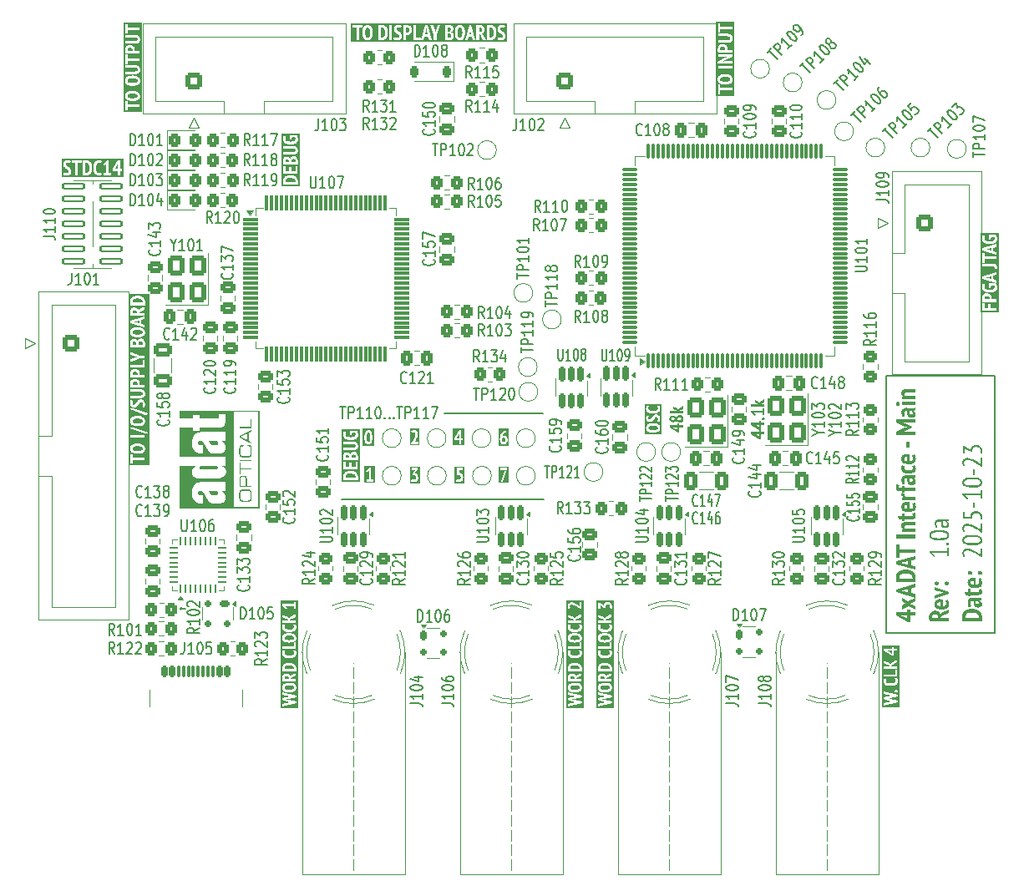
<source format=gto>
G04 #@! TF.GenerationSoftware,KiCad,Pcbnew,9.0.5*
G04 #@! TF.CreationDate,2025-10-23T19:13:01+02:00*
G04 #@! TF.ProjectId,main-board,6d61696e-2d62-46f6-9172-642e6b696361,1.0a*
G04 #@! TF.SameCoordinates,Original*
G04 #@! TF.FileFunction,Legend,Top*
G04 #@! TF.FilePolarity,Positive*
%FSLAX46Y46*%
G04 Gerber Fmt 4.6, Leading zero omitted, Abs format (unit mm)*
G04 Created by KiCad (PCBNEW 9.0.5) date 2025-10-23 19:13:01*
%MOMM*%
%LPD*%
G01*
G04 APERTURE LIST*
G04 Aperture macros list*
%AMRoundRect*
0 Rectangle with rounded corners*
0 $1 Rounding radius*
0 $2 $3 $4 $5 $6 $7 $8 $9 X,Y pos of 4 corners*
0 Add a 4 corners polygon primitive as box body*
4,1,4,$2,$3,$4,$5,$6,$7,$8,$9,$2,$3,0*
0 Add four circle primitives for the rounded corners*
1,1,$1+$1,$2,$3*
1,1,$1+$1,$4,$5*
1,1,$1+$1,$6,$7*
1,1,$1+$1,$8,$9*
0 Add four rect primitives between the rounded corners*
20,1,$1+$1,$2,$3,$4,$5,0*
20,1,$1+$1,$4,$5,$6,$7,0*
20,1,$1+$1,$6,$7,$8,$9,0*
20,1,$1+$1,$8,$9,$2,$3,0*%
G04 Aperture macros list end*
%ADD10C,0.320000*%
%ADD11C,0.250000*%
%ADD12C,0.200000*%
%ADD13C,0.000000*%
%ADD14C,0.170000*%
%ADD15C,0.100000*%
%ADD16C,0.650000*%
%ADD17RoundRect,0.150000X-0.150000X-0.425000X0.150000X-0.425000X0.150000X0.425000X-0.150000X0.425000X0*%
%ADD18RoundRect,0.075000X-0.075000X-0.500000X0.075000X-0.500000X0.075000X0.500000X-0.075000X0.500000X0*%
%ADD19O,1.000000X2.100000*%
%ADD20O,1.000000X1.800000*%
%ADD21C,1.500000*%
%ADD22RoundRect,0.250000X0.575000X-0.725000X0.575000X0.725000X-0.575000X0.725000X-0.575000X-0.725000X0*%
%ADD23RoundRect,0.250000X-0.350000X-0.450000X0.350000X-0.450000X0.350000X0.450000X-0.350000X0.450000X0*%
%ADD24RoundRect,0.162500X-0.162500X0.617500X-0.162500X-0.617500X0.162500X-0.617500X0.162500X0.617500X0*%
%ADD25RoundRect,0.250000X-0.475000X0.337500X-0.475000X-0.337500X0.475000X-0.337500X0.475000X0.337500X0*%
%ADD26C,6.400000*%
%ADD27RoundRect,0.250000X0.350000X0.450000X-0.350000X0.450000X-0.350000X-0.450000X0.350000X-0.450000X0*%
%ADD28RoundRect,0.250000X0.475000X-0.337500X0.475000X0.337500X-0.475000X0.337500X-0.475000X-0.337500X0*%
%ADD29RoundRect,0.250000X-0.450000X0.350000X-0.450000X-0.350000X0.450000X-0.350000X0.450000X0.350000X0*%
%ADD30RoundRect,0.250000X-0.600000X-0.600000X0.600000X-0.600000X0.600000X0.600000X-0.600000X0.600000X0*%
%ADD31C,1.700000*%
%ADD32RoundRect,0.250000X0.337500X0.475000X-0.337500X0.475000X-0.337500X-0.475000X0.337500X-0.475000X0*%
%ADD33RoundRect,0.250000X-0.337500X-0.475000X0.337500X-0.475000X0.337500X0.475000X-0.337500X0.475000X0*%
%ADD34RoundRect,0.250000X0.600000X-0.600000X0.600000X0.600000X-0.600000X0.600000X-0.600000X-0.600000X0*%
%ADD35C,2.300000*%
%ADD36C,3.600000*%
%ADD37RoundRect,0.225000X0.225000X0.375000X-0.225000X0.375000X-0.225000X-0.375000X0.225000X-0.375000X0*%
%ADD38RoundRect,0.250000X-0.412500X-0.650000X0.412500X-0.650000X0.412500X0.650000X-0.412500X0.650000X0*%
%ADD39RoundRect,0.250000X-0.325000X-0.450000X0.325000X-0.450000X0.325000X0.450000X-0.325000X0.450000X0*%
%ADD40C,1.200000*%
%ADD41C,1.100000*%
%ADD42RoundRect,0.112500X1.037500X-0.262500X1.037500X0.262500X-1.037500X0.262500X-1.037500X-0.262500X0*%
%ADD43RoundRect,0.175000X-0.175000X-0.325000X0.175000X-0.325000X0.175000X0.325000X-0.175000X0.325000X0*%
%ADD44RoundRect,0.150000X-0.200000X-0.150000X0.200000X-0.150000X0.200000X0.150000X-0.200000X0.150000X0*%
%ADD45RoundRect,0.062500X0.062500X-0.375000X0.062500X0.375000X-0.062500X0.375000X-0.062500X-0.375000X0*%
%ADD46RoundRect,0.062500X0.375000X-0.062500X0.375000X0.062500X-0.375000X0.062500X-0.375000X-0.062500X0*%
%ADD47R,3.450000X3.450000*%
%ADD48RoundRect,0.250000X0.450000X-0.350000X0.450000X0.350000X-0.450000X0.350000X-0.450000X-0.350000X0*%
%ADD49RoundRect,0.250000X0.650000X-0.412500X0.650000X0.412500X-0.650000X0.412500X-0.650000X-0.412500X0*%
%ADD50RoundRect,0.075000X-0.725000X-0.075000X0.725000X-0.075000X0.725000X0.075000X-0.725000X0.075000X0*%
%ADD51RoundRect,0.075000X-0.075000X-0.725000X0.075000X-0.725000X0.075000X0.725000X-0.075000X0.725000X0*%
%ADD52RoundRect,0.175000X-0.325000X0.175000X-0.325000X-0.175000X0.325000X-0.175000X0.325000X0.175000X0*%
%ADD53RoundRect,0.150000X-0.150000X0.200000X-0.150000X-0.200000X0.150000X-0.200000X0.150000X0.200000X0*%
%ADD54RoundRect,0.075000X0.075000X-0.662500X0.075000X0.662500X-0.075000X0.662500X-0.075000X-0.662500X0*%
%ADD55RoundRect,0.075000X0.662500X-0.075000X0.662500X0.075000X-0.662500X0.075000X-0.662500X-0.075000X0*%
%ADD56R,4.000000X4.000000*%
G04 APERTURE END LIST*
D10*
G36*
X110814711Y-86716316D02*
G01*
X111354000Y-86716316D01*
X111354000Y-87032488D01*
X110814711Y-87032488D01*
X110814711Y-87723573D01*
X110603930Y-87723573D01*
X109393990Y-87012949D01*
X109840549Y-87012949D01*
X110066962Y-87096846D01*
X110441630Y-87317886D01*
X110547876Y-87429871D01*
X110525528Y-87287111D01*
X110525528Y-87032488D01*
X110092119Y-87032488D01*
X109840549Y-87001713D01*
X109840549Y-87012949D01*
X109393990Y-87012949D01*
X109384425Y-87007331D01*
X109384425Y-86716316D01*
X110525528Y-86716316D01*
X110525528Y-86470119D01*
X110814711Y-86470119D01*
X110814711Y-86716316D01*
G37*
G36*
X110637757Y-86060646D02*
G01*
X109954976Y-86393549D01*
X109954976Y-86001905D01*
X110285193Y-85859145D01*
X110464223Y-85806023D01*
X110285193Y-85747282D01*
X109954976Y-85601713D01*
X109954976Y-85240722D01*
X110626522Y-85576556D01*
X111354000Y-85218374D01*
X111354000Y-85596096D01*
X110990322Y-85766822D01*
X110791630Y-85828371D01*
X110990322Y-85892729D01*
X111354000Y-86063455D01*
X111354000Y-86421515D01*
X110637757Y-86060646D01*
G37*
G36*
X111354000Y-84165688D02*
G01*
X110908501Y-84285977D01*
X110908501Y-84747596D01*
X111354000Y-84862390D01*
X111354000Y-85212146D01*
X109384425Y-84644159D01*
X109384425Y-84504208D01*
X109860088Y-84504208D01*
X109860088Y-84515443D01*
X110168811Y-84562949D01*
X110619317Y-84672125D01*
X110619317Y-84347526D01*
X110166002Y-84459512D01*
X109860088Y-84504208D01*
X109384425Y-84504208D01*
X109384425Y-84367066D01*
X111354000Y-83796270D01*
X111354000Y-84165688D01*
G37*
G36*
X110560212Y-82399310D02*
G01*
X110749010Y-82427533D01*
X110870216Y-82459795D01*
X110978828Y-82504184D01*
X111076295Y-82560401D01*
X111163287Y-82630556D01*
X111238116Y-82715805D01*
X111301365Y-82817833D01*
X111346125Y-82929160D01*
X111374916Y-83063761D01*
X111385263Y-83226330D01*
X111382454Y-83324271D01*
X111375371Y-83452987D01*
X111367066Y-83581703D01*
X111357297Y-83676836D01*
X109396759Y-83676836D01*
X109384181Y-83563507D01*
X109375877Y-83434791D01*
X109370259Y-83307540D01*
X109368794Y-83198364D01*
X109370880Y-83161972D01*
X109697056Y-83161972D01*
X109698521Y-83252952D01*
X109705360Y-83324271D01*
X111045887Y-83324271D01*
X111050039Y-83294962D01*
X111052848Y-83250143D01*
X111055657Y-83205325D01*
X111057000Y-83176016D01*
X111049944Y-83093881D01*
X111030122Y-83025781D01*
X110998626Y-82969020D01*
X110931225Y-82897155D01*
X110842921Y-82841647D01*
X110740603Y-82803171D01*
X110618951Y-82777289D01*
X110490699Y-82763739D01*
X110353337Y-82759093D01*
X110226652Y-82762996D01*
X110105919Y-82774480D01*
X109991103Y-82797553D01*
X109895870Y-82833221D01*
X109814193Y-82885965D01*
X109751278Y-82956319D01*
X109722182Y-83011946D01*
X109703686Y-83079563D01*
X109697056Y-83161972D01*
X109370880Y-83161972D01*
X109377613Y-83044536D01*
X109402135Y-82916758D01*
X109440113Y-82810873D01*
X109494973Y-82713001D01*
X109561912Y-82630544D01*
X109641491Y-82561867D01*
X109731695Y-82506568D01*
X109835048Y-82462082D01*
X109953389Y-82428877D01*
X110140739Y-82399953D01*
X110358832Y-82389676D01*
X110560212Y-82399310D01*
G37*
G36*
X111354000Y-81340286D02*
G01*
X110908501Y-81460576D01*
X110908501Y-81922195D01*
X111354000Y-82036989D01*
X111354000Y-82386745D01*
X109384425Y-81818758D01*
X109384425Y-81678807D01*
X109860088Y-81678807D01*
X109860088Y-81690042D01*
X110168811Y-81737547D01*
X110619317Y-81846724D01*
X110619317Y-81522125D01*
X110166002Y-81634110D01*
X109860088Y-81678807D01*
X109384425Y-81678807D01*
X109384425Y-81541665D01*
X111354000Y-80970869D01*
X111354000Y-81340286D01*
G37*
G36*
X109720503Y-79857122D02*
G01*
X109720503Y-80321549D01*
X111354000Y-80321549D01*
X111354000Y-80674114D01*
X109720503Y-80674114D01*
X109720503Y-81138664D01*
X109392241Y-81138664D01*
X109392241Y-79857122D01*
X109720503Y-79857122D01*
G37*
G36*
X109392241Y-79198887D02*
G01*
X109392241Y-78846323D01*
X111354000Y-78846323D01*
X111354000Y-79198887D01*
X109392241Y-79198887D01*
G37*
G36*
X111354000Y-77875091D02*
G01*
X110505011Y-77875091D01*
X110363709Y-77886139D01*
X110289956Y-77911483D01*
X110256515Y-77940453D01*
X110235996Y-77980236D01*
X110228528Y-78034582D01*
X110239828Y-78102742D01*
X110273225Y-78160489D01*
X110323386Y-78205835D01*
X110384966Y-78235960D01*
X111354000Y-78235960D01*
X111354000Y-78568985D01*
X109954976Y-78568985D01*
X109954976Y-78303127D01*
X110119230Y-78263926D01*
X110119230Y-78255499D01*
X110044918Y-78196811D01*
X109980988Y-78118479D01*
X109950393Y-78058002D01*
X109930785Y-77983542D01*
X109923713Y-77891822D01*
X109930284Y-77810822D01*
X109948870Y-77742223D01*
X109981902Y-77681890D01*
X110031302Y-77631703D01*
X110095301Y-77593850D01*
X110184931Y-77564536D01*
X110287088Y-77548239D01*
X110423801Y-77542066D01*
X111354000Y-77542066D01*
X111354000Y-77875091D01*
G37*
G36*
X109954976Y-77421654D02*
G01*
X109954976Y-77267781D01*
X109691438Y-77267781D01*
X109587635Y-76934878D01*
X109954976Y-76934878D01*
X109954976Y-76663402D01*
X110251976Y-76663402D01*
X110251976Y-76934878D01*
X110860140Y-76934878D01*
X110971068Y-76927658D01*
X111030256Y-76911064D01*
X111067535Y-76878431D01*
X111080448Y-76825702D01*
X111072632Y-76750231D01*
X111049184Y-76677446D01*
X111313089Y-76635436D01*
X111340509Y-76700051D01*
X111364380Y-76778196D01*
X111379957Y-76860701D01*
X111385263Y-76948800D01*
X111373883Y-77051083D01*
X111342664Y-77128869D01*
X111293183Y-77188036D01*
X111226451Y-77228759D01*
X111127081Y-77256890D01*
X110983361Y-77267781D01*
X110251976Y-77267781D01*
X110251976Y-77421654D01*
X109954976Y-77421654D01*
G37*
G36*
X110593794Y-75519979D02*
G01*
X110744369Y-75540862D01*
X110744369Y-76220712D01*
X110858925Y-76208743D01*
X110945919Y-76183652D01*
X111011205Y-76147928D01*
X111061129Y-76096499D01*
X111092431Y-76026753D01*
X111103895Y-75932505D01*
X111096752Y-75845594D01*
X111076173Y-75768863D01*
X111045952Y-75700007D01*
X111017921Y-75655534D01*
X111252028Y-75552097D01*
X111306441Y-75630928D01*
X111353633Y-75742362D01*
X111383126Y-75864880D01*
X111393078Y-75994177D01*
X111379747Y-76133016D01*
X111342642Y-76244526D01*
X111281013Y-76339980D01*
X111196951Y-76416595D01*
X111094051Y-76473900D01*
X110965653Y-76516002D01*
X110824666Y-76539624D01*
X110655831Y-76548120D01*
X110462221Y-76536746D01*
X110309306Y-76505808D01*
X110189575Y-76459026D01*
X110096759Y-76398521D01*
X110018452Y-76317478D01*
X109962610Y-76223170D01*
X109928048Y-76112957D01*
X109916423Y-75988559D01*
X110205081Y-75988559D01*
X110214854Y-76054834D01*
X110242607Y-76106813D01*
X110289345Y-76148050D01*
X110347967Y-76176645D01*
X110425173Y-76197789D01*
X110525528Y-76209599D01*
X110525528Y-75823451D01*
X110420388Y-75824046D01*
X110342830Y-75836249D01*
X110286658Y-75857034D01*
X110240746Y-75890953D01*
X110214277Y-75933806D01*
X110205081Y-75988559D01*
X109916423Y-75988559D01*
X109915898Y-75982942D01*
X109922550Y-75894651D01*
X109942398Y-75809529D01*
X109977797Y-75730372D01*
X110031669Y-75659808D01*
X110102693Y-75601723D01*
X110199097Y-75553441D01*
X110311228Y-75523985D01*
X110462635Y-75512896D01*
X110593794Y-75519979D01*
G37*
G36*
X110277255Y-74639728D02*
G01*
X110257897Y-74706057D01*
X110251976Y-74762826D01*
X110262779Y-74833808D01*
X110294230Y-74892886D01*
X110343992Y-74938095D01*
X110412688Y-74967013D01*
X111354000Y-74967013D01*
X111354000Y-75300039D01*
X109954976Y-75300039D01*
X109954976Y-75045415D01*
X110120085Y-75006214D01*
X110120085Y-74994979D01*
X110036370Y-74949692D01*
X109975615Y-74890199D01*
X109936818Y-74816739D01*
X109923713Y-74732052D01*
X109930544Y-74665921D01*
X109951313Y-74600527D01*
X110277255Y-74639728D01*
G37*
G36*
X109954976Y-74579278D02*
G01*
X109954976Y-74428092D01*
X109877063Y-74428092D01*
X109741079Y-74420368D01*
X109635848Y-74399565D01*
X109555420Y-74368490D01*
X109494823Y-74328807D01*
X109430425Y-74255116D01*
X109390779Y-74162389D01*
X109376609Y-74044752D01*
X109382933Y-73922121D01*
X109400455Y-73820635D01*
X109427412Y-73737007D01*
X109712688Y-73798556D01*
X109686187Y-73888193D01*
X109681424Y-73969281D01*
X109689104Y-74019044D01*
X109709721Y-74052018D01*
X109743584Y-74072840D01*
X109816667Y-74088368D01*
X109954976Y-74095189D01*
X109954976Y-73857296D01*
X110251976Y-73857296D01*
X110251976Y-74095189D01*
X111354000Y-74095189D01*
X111354000Y-74428092D01*
X110251976Y-74428092D01*
X110251976Y-74579278D01*
X109954976Y-74579278D01*
G37*
G36*
X111354000Y-73057767D02*
G01*
X111189013Y-73110890D01*
X111189013Y-73122125D01*
X111263214Y-73175682D01*
X111324080Y-73248032D01*
X111352839Y-73304412D01*
X111370989Y-73371661D01*
X111377447Y-73452219D01*
X111364381Y-73557167D01*
X111327307Y-73642367D01*
X111266194Y-73712460D01*
X111186940Y-73763757D01*
X111089397Y-73796029D01*
X110968706Y-73807593D01*
X110844853Y-73795082D01*
X110746898Y-73760392D01*
X110669135Y-73705380D01*
X110608082Y-73628563D01*
X110564918Y-73538308D01*
X110534269Y-73429953D01*
X110517708Y-73300016D01*
X110517709Y-73262076D01*
X110733867Y-73262076D01*
X110743173Y-73318568D01*
X110758902Y-73365635D01*
X110783184Y-73406055D01*
X110816177Y-73436954D01*
X110857554Y-73456412D01*
X110912408Y-73463455D01*
X110992156Y-73453720D01*
X111043689Y-73428528D01*
X111076876Y-73387379D01*
X111088263Y-73331930D01*
X111078322Y-73261723D01*
X111050650Y-73208953D01*
X111010158Y-73166788D01*
X110968218Y-73138978D01*
X110736554Y-73138978D01*
X110733867Y-73262076D01*
X110517709Y-73262076D01*
X110517712Y-73144473D01*
X110409455Y-73140908D01*
X110334743Y-73149213D01*
X110284949Y-73165478D01*
X110246709Y-73195402D01*
X110222237Y-73242891D01*
X110212897Y-73315199D01*
X110217852Y-73399558D01*
X110233169Y-73488734D01*
X110258302Y-73574807D01*
X110291055Y-73648224D01*
X110037653Y-73732122D01*
X109992870Y-73641507D01*
X109955099Y-73522317D01*
X109931985Y-73391826D01*
X109923713Y-73236919D01*
X109933049Y-73116884D01*
X109958234Y-73025494D01*
X109996436Y-72956524D01*
X110046934Y-72905360D01*
X110133985Y-72855900D01*
X110248077Y-72823520D01*
X110396690Y-72811570D01*
X110655709Y-72818531D01*
X110904715Y-72828301D01*
X111139921Y-72824149D01*
X111251082Y-72811062D01*
X111354000Y-72786413D01*
X111354000Y-73057767D01*
G37*
G36*
X111281704Y-71754732D02*
G01*
X111329758Y-71830353D01*
X111365235Y-71922649D01*
X111386184Y-72021032D01*
X111393078Y-72118409D01*
X111386753Y-72212461D01*
X111369018Y-72291411D01*
X111341177Y-72357767D01*
X111278368Y-72445066D01*
X111192311Y-72515792D01*
X111088317Y-72567555D01*
X110959181Y-72603964D01*
X110818805Y-72623497D01*
X110654488Y-72630464D01*
X110465610Y-72620481D01*
X110314686Y-72593238D01*
X110195125Y-72552020D01*
X110101278Y-72498940D01*
X110020728Y-72426129D01*
X109963668Y-72339580D01*
X109928365Y-72236579D01*
X109915898Y-72112792D01*
X109922088Y-71992753D01*
X109938124Y-71907139D01*
X109963605Y-71830419D01*
X109993445Y-71765845D01*
X110267607Y-71844247D01*
X110232436Y-71940722D01*
X110220713Y-72051242D01*
X110232357Y-72123726D01*
X110265864Y-72181254D01*
X110323539Y-72227586D01*
X110395223Y-72257164D01*
X110501727Y-72278152D01*
X110654488Y-72286326D01*
X110781311Y-72278788D01*
X110884135Y-72258042D01*
X110967119Y-72226242D01*
X111035353Y-72177205D01*
X111074615Y-72114768D01*
X111088263Y-72034512D01*
X111083518Y-71967511D01*
X111070678Y-71915688D01*
X111025737Y-71824707D01*
X111281704Y-71754732D01*
G37*
G36*
X110593794Y-70660524D02*
G01*
X110744369Y-70681406D01*
X110744369Y-71361256D01*
X110858925Y-71349287D01*
X110945919Y-71324196D01*
X111011205Y-71288472D01*
X111061129Y-71237043D01*
X111092431Y-71167297D01*
X111103895Y-71073050D01*
X111096752Y-70986139D01*
X111076173Y-70909407D01*
X111045952Y-70840552D01*
X111017921Y-70796078D01*
X111252028Y-70692642D01*
X111306441Y-70771472D01*
X111353633Y-70882907D01*
X111383126Y-71005425D01*
X111393078Y-71134721D01*
X111379747Y-71273560D01*
X111342642Y-71385070D01*
X111281013Y-71480524D01*
X111196951Y-71557139D01*
X111094051Y-71614444D01*
X110965653Y-71656546D01*
X110824666Y-71680168D01*
X110655831Y-71688664D01*
X110462221Y-71677291D01*
X110309306Y-71646352D01*
X110189575Y-71599570D01*
X110096759Y-71539065D01*
X110018452Y-71458023D01*
X109962610Y-71363714D01*
X109928048Y-71253501D01*
X109916423Y-71129104D01*
X110205081Y-71129104D01*
X110214854Y-71195378D01*
X110242607Y-71247358D01*
X110289345Y-71288594D01*
X110347967Y-71317189D01*
X110425173Y-71338333D01*
X110525528Y-71350143D01*
X110525528Y-70963995D01*
X110420388Y-70964590D01*
X110342830Y-70976793D01*
X110286658Y-70997579D01*
X110240746Y-71031497D01*
X110214277Y-71074350D01*
X110205081Y-71129104D01*
X109916423Y-71129104D01*
X109915898Y-71123486D01*
X109922550Y-71035195D01*
X109942398Y-70950073D01*
X109977797Y-70870916D01*
X110031669Y-70800353D01*
X110102693Y-70742267D01*
X110199097Y-70693985D01*
X110311228Y-70664529D01*
X110462635Y-70653441D01*
X110593794Y-70660524D01*
G37*
G36*
X110384844Y-69973835D02*
G01*
X110384844Y-69391804D01*
X110713106Y-69391804D01*
X110713106Y-69973835D01*
X110384844Y-69973835D01*
G37*
G36*
X110341613Y-67499044D02*
G01*
X109965845Y-67459965D01*
X109965845Y-67474009D01*
X110303145Y-67577446D01*
X110994474Y-67896427D01*
X110994474Y-68013908D01*
X110300336Y-68352551D01*
X109960228Y-68456110D01*
X109960228Y-68472840D01*
X110338804Y-68419595D01*
X111354000Y-68419595D01*
X111354000Y-68752621D01*
X109392241Y-68752621D01*
X109392241Y-68414100D01*
X110243549Y-68005604D01*
X110488036Y-67938437D01*
X110488036Y-67927202D01*
X110237932Y-67862844D01*
X109392241Y-67479505D01*
X109392241Y-67146480D01*
X111354000Y-67146480D01*
X111354000Y-67499044D01*
X110341613Y-67499044D01*
G37*
G36*
X111354000Y-66222875D02*
G01*
X111189013Y-66275998D01*
X111189013Y-66287233D01*
X111263214Y-66340790D01*
X111324080Y-66413140D01*
X111352839Y-66469520D01*
X111370989Y-66536769D01*
X111377447Y-66617328D01*
X111364381Y-66722276D01*
X111327307Y-66807475D01*
X111266194Y-66877568D01*
X111186940Y-66928865D01*
X111089397Y-66961137D01*
X110968706Y-66972701D01*
X110844853Y-66960190D01*
X110746898Y-66925500D01*
X110669135Y-66870488D01*
X110608082Y-66793671D01*
X110564918Y-66703416D01*
X110534269Y-66595061D01*
X110517708Y-66465124D01*
X110517709Y-66427184D01*
X110733867Y-66427184D01*
X110743173Y-66483676D01*
X110758902Y-66530743D01*
X110783184Y-66571163D01*
X110816177Y-66602062D01*
X110857554Y-66621520D01*
X110912408Y-66628563D01*
X110992156Y-66618828D01*
X111043689Y-66593636D01*
X111076876Y-66552487D01*
X111088263Y-66497038D01*
X111078322Y-66426831D01*
X111050650Y-66374062D01*
X111010158Y-66331896D01*
X110968218Y-66304086D01*
X110736554Y-66304086D01*
X110733867Y-66427184D01*
X110517709Y-66427184D01*
X110517712Y-66309582D01*
X110409455Y-66306016D01*
X110334743Y-66314321D01*
X110284949Y-66330586D01*
X110246709Y-66360510D01*
X110222237Y-66407999D01*
X110212897Y-66480307D01*
X110217852Y-66564666D01*
X110233169Y-66653842D01*
X110258302Y-66739915D01*
X110291055Y-66813332D01*
X110037653Y-66897230D01*
X109992870Y-66806615D01*
X109955099Y-66687425D01*
X109931985Y-66556934D01*
X109923713Y-66402027D01*
X109933049Y-66281992D01*
X109958234Y-66190602D01*
X109996436Y-66121632D01*
X110046934Y-66070468D01*
X110133985Y-66021008D01*
X110248077Y-65988628D01*
X110396690Y-65976679D01*
X110655709Y-65983639D01*
X110904715Y-65993409D01*
X111139921Y-65989257D01*
X111251082Y-65976170D01*
X111354000Y-65951522D01*
X111354000Y-66222875D01*
G37*
G36*
X109954976Y-65717293D02*
G01*
X109954976Y-65384267D01*
X111354000Y-65384267D01*
X111354000Y-65717293D01*
X109954976Y-65717293D01*
G37*
G36*
X109563089Y-65756371D02*
G01*
X109485088Y-65742741D01*
X109423748Y-65703249D01*
X109394129Y-65664457D01*
X109375515Y-65615103D01*
X109368794Y-65552062D01*
X109375236Y-65488801D01*
X109393306Y-65437423D01*
X109422283Y-65395381D01*
X109461275Y-65363005D01*
X109507477Y-65343469D01*
X109563089Y-65336640D01*
X109618610Y-65343533D01*
X109663801Y-65363105D01*
X109701086Y-65395381D01*
X109738321Y-65461569D01*
X109751766Y-65552062D01*
X109745350Y-65615341D01*
X109727662Y-65664689D01*
X109699743Y-65703249D01*
X109640629Y-65742650D01*
X109563089Y-65756371D01*
G37*
G36*
X111354000Y-64422195D02*
G01*
X110505011Y-64422195D01*
X110363709Y-64433243D01*
X110289956Y-64458587D01*
X110256515Y-64487557D01*
X110235996Y-64527340D01*
X110228528Y-64581685D01*
X110239828Y-64649846D01*
X110273225Y-64707593D01*
X110323386Y-64752939D01*
X110384966Y-64783064D01*
X111354000Y-64783064D01*
X111354000Y-65116089D01*
X109954976Y-65116089D01*
X109954976Y-64850231D01*
X110119230Y-64811030D01*
X110119230Y-64802603D01*
X110044918Y-64743915D01*
X109980988Y-64665583D01*
X109950393Y-64605106D01*
X109930785Y-64530646D01*
X109923713Y-64438926D01*
X109930284Y-64357926D01*
X109948870Y-64289327D01*
X109981902Y-64228994D01*
X110031302Y-64178807D01*
X110095301Y-64140954D01*
X110184931Y-64111640D01*
X110287088Y-64095343D01*
X110423801Y-64089170D01*
X111354000Y-64089170D01*
X111354000Y-64422195D01*
G37*
G36*
X114714000Y-86800335D02*
G01*
X113955870Y-87141665D01*
X113919478Y-87292729D01*
X114714000Y-87292729D01*
X114714000Y-87645293D01*
X112776299Y-87645293D01*
X112754929Y-87528278D01*
X112740029Y-87399097D01*
X112728794Y-87172439D01*
X112730498Y-87138856D01*
X113057056Y-87138856D01*
X113059865Y-87225562D01*
X113070978Y-87292729D01*
X113666686Y-87292729D01*
X113666686Y-87172439D01*
X113656999Y-87088341D01*
X113630239Y-87023654D01*
X113587429Y-86973748D01*
X113530435Y-86938841D01*
X113450712Y-86915430D01*
X113340988Y-86906581D01*
X113259123Y-86913411D01*
X113191876Y-86932499D01*
X113136435Y-86962635D01*
X113093386Y-87005555D01*
X113066730Y-87062715D01*
X113057056Y-87138856D01*
X112730498Y-87138856D01*
X112734846Y-87053184D01*
X112752852Y-86937478D01*
X112787213Y-86828419D01*
X112840535Y-86734634D01*
X112914273Y-86655865D01*
X113013092Y-86591874D01*
X113087713Y-86562830D01*
X113178577Y-86544056D01*
X113288965Y-86537286D01*
X113447392Y-86548237D01*
X113576233Y-86578529D01*
X113680852Y-86625457D01*
X113772428Y-86692608D01*
X113840870Y-86772699D01*
X113888703Y-86867380D01*
X113976752Y-86755517D01*
X114714000Y-86394526D01*
X114714000Y-86800335D01*
G37*
G36*
X113953794Y-85377621D02*
G01*
X114104369Y-85398503D01*
X114104369Y-86078353D01*
X114218925Y-86066384D01*
X114305919Y-86041293D01*
X114371205Y-86005569D01*
X114421129Y-85954140D01*
X114452431Y-85884394D01*
X114463895Y-85790147D01*
X114456752Y-85703236D01*
X114436173Y-85626504D01*
X114405952Y-85557649D01*
X114377921Y-85513175D01*
X114612028Y-85409739D01*
X114666441Y-85488569D01*
X114713633Y-85600004D01*
X114743126Y-85722522D01*
X114753078Y-85851818D01*
X114739747Y-85990657D01*
X114702642Y-86102167D01*
X114641013Y-86197621D01*
X114556951Y-86274236D01*
X114454051Y-86331541D01*
X114325653Y-86373643D01*
X114184666Y-86397265D01*
X114015831Y-86405761D01*
X113822221Y-86394388D01*
X113669306Y-86363449D01*
X113549575Y-86316667D01*
X113456759Y-86256162D01*
X113378452Y-86175120D01*
X113322610Y-86080811D01*
X113288048Y-85970598D01*
X113276423Y-85846201D01*
X113565081Y-85846201D01*
X113574854Y-85912475D01*
X113602607Y-85964455D01*
X113649345Y-86005691D01*
X113707967Y-86034286D01*
X113785173Y-86055430D01*
X113885528Y-86067240D01*
X113885528Y-85681092D01*
X113780388Y-85681687D01*
X113702830Y-85693890D01*
X113646658Y-85714676D01*
X113600746Y-85748594D01*
X113574277Y-85791447D01*
X113565081Y-85846201D01*
X113276423Y-85846201D01*
X113275898Y-85840583D01*
X113282550Y-85752292D01*
X113302398Y-85667170D01*
X113337797Y-85588013D01*
X113391669Y-85517450D01*
X113462693Y-85459364D01*
X113559097Y-85411082D01*
X113671228Y-85381626D01*
X113822635Y-85370538D01*
X113953794Y-85377621D01*
G37*
G36*
X114046606Y-84759686D02*
G01*
X114268012Y-84726225D01*
X114268012Y-84714990D01*
X114043797Y-84684215D01*
X113314976Y-84510681D01*
X113314976Y-84152498D01*
X114729631Y-84622544D01*
X114729631Y-84846392D01*
X113314976Y-85341717D01*
X113314976Y-84952760D01*
X114046606Y-84759686D01*
G37*
G36*
X113516843Y-83974201D02*
G01*
X113450026Y-83967401D01*
X113399076Y-83948824D01*
X113360284Y-83919735D01*
X113321008Y-83857902D01*
X113307161Y-83775510D01*
X113313692Y-83712406D01*
X113331728Y-83663138D01*
X113360284Y-83624568D01*
X113398976Y-83596184D01*
X113449921Y-83577994D01*
X113516843Y-83571323D01*
X113581788Y-83578005D01*
X113632947Y-83596520D01*
X113673403Y-83625911D01*
X113703697Y-83665453D01*
X113722498Y-83714409D01*
X113729212Y-83775510D01*
X113722539Y-83834688D01*
X113703784Y-83882342D01*
X113673403Y-83921078D01*
X113633061Y-83949621D01*
X113581905Y-83967672D01*
X113516843Y-83974201D01*
G37*
G36*
X114532893Y-83974201D02*
G01*
X114466076Y-83967401D01*
X114415126Y-83948824D01*
X114376334Y-83919735D01*
X114337058Y-83857902D01*
X114323211Y-83775510D01*
X114329742Y-83712406D01*
X114347778Y-83663138D01*
X114376334Y-83624568D01*
X114415027Y-83596184D01*
X114465971Y-83577994D01*
X114532893Y-83571323D01*
X114597838Y-83578005D01*
X114648997Y-83596520D01*
X114689453Y-83625911D01*
X114719747Y-83665453D01*
X114738549Y-83714409D01*
X114745263Y-83775510D01*
X114738589Y-83834688D01*
X114719834Y-83882342D01*
X114689453Y-83921078D01*
X114649111Y-83949621D01*
X114597955Y-83967672D01*
X114532893Y-83974201D01*
G37*
G36*
X117280212Y-86367768D02*
G01*
X117469010Y-86395991D01*
X117590216Y-86428253D01*
X117698828Y-86472642D01*
X117796295Y-86528859D01*
X117883287Y-86599014D01*
X117958116Y-86684263D01*
X118021365Y-86786291D01*
X118066125Y-86897618D01*
X118094916Y-87032219D01*
X118105263Y-87194787D01*
X118102454Y-87292729D01*
X118095371Y-87421445D01*
X118087066Y-87550161D01*
X118077297Y-87645293D01*
X116116759Y-87645293D01*
X116104181Y-87531965D01*
X116095877Y-87403249D01*
X116090259Y-87275998D01*
X116088794Y-87166822D01*
X116090880Y-87130429D01*
X116417056Y-87130429D01*
X116418521Y-87221410D01*
X116425360Y-87292729D01*
X117765887Y-87292729D01*
X117770039Y-87263420D01*
X117772848Y-87218601D01*
X117775657Y-87173782D01*
X117777000Y-87144473D01*
X117769944Y-87062339D01*
X117750122Y-86994239D01*
X117718626Y-86937478D01*
X117651225Y-86865613D01*
X117562921Y-86810105D01*
X117460603Y-86771629D01*
X117338951Y-86745747D01*
X117210699Y-86732197D01*
X117073337Y-86727551D01*
X116946652Y-86731454D01*
X116825919Y-86742938D01*
X116711103Y-86766011D01*
X116615870Y-86801679D01*
X116534193Y-86854423D01*
X116471278Y-86924777D01*
X116442182Y-86980404D01*
X116423686Y-87048021D01*
X116417056Y-87130429D01*
X116090880Y-87130429D01*
X116097613Y-87012993D01*
X116122135Y-86885216D01*
X116160113Y-86779330D01*
X116214973Y-86681458D01*
X116281912Y-86599001D01*
X116361491Y-86530325D01*
X116451695Y-86475026D01*
X116555048Y-86430540D01*
X116673389Y-86397334D01*
X116860739Y-86368411D01*
X117078832Y-86358134D01*
X117280212Y-86367768D01*
G37*
G36*
X118074000Y-85477027D02*
G01*
X117909013Y-85530150D01*
X117909013Y-85541385D01*
X117983214Y-85594942D01*
X118044080Y-85667293D01*
X118072839Y-85723672D01*
X118090989Y-85790921D01*
X118097447Y-85871480D01*
X118084381Y-85976428D01*
X118047307Y-86061627D01*
X117986194Y-86131720D01*
X117906940Y-86183017D01*
X117809397Y-86215289D01*
X117688706Y-86226853D01*
X117564853Y-86214342D01*
X117466898Y-86179652D01*
X117389135Y-86124640D01*
X117328082Y-86047823D01*
X117284918Y-85957568D01*
X117254269Y-85849213D01*
X117237708Y-85719276D01*
X117237709Y-85681337D01*
X117453867Y-85681337D01*
X117463173Y-85737828D01*
X117478902Y-85784896D01*
X117503184Y-85825315D01*
X117536177Y-85856214D01*
X117577554Y-85875672D01*
X117632408Y-85882715D01*
X117712156Y-85872980D01*
X117763689Y-85847788D01*
X117796876Y-85806639D01*
X117808263Y-85751190D01*
X117798322Y-85680983D01*
X117770650Y-85628214D01*
X117730158Y-85586049D01*
X117688218Y-85558238D01*
X117456554Y-85558238D01*
X117453867Y-85681337D01*
X117237709Y-85681337D01*
X117237712Y-85563734D01*
X117129455Y-85560168D01*
X117054743Y-85568473D01*
X117004949Y-85584739D01*
X116966709Y-85614662D01*
X116942237Y-85662151D01*
X116932897Y-85734459D01*
X116937852Y-85818818D01*
X116953169Y-85907994D01*
X116978302Y-85994067D01*
X117011055Y-86067485D01*
X116757653Y-86151382D01*
X116712870Y-86060767D01*
X116675099Y-85941577D01*
X116651985Y-85811086D01*
X116643713Y-85656180D01*
X116653049Y-85536145D01*
X116678234Y-85444754D01*
X116716436Y-85375784D01*
X116766934Y-85324620D01*
X116853985Y-85275160D01*
X116968077Y-85242780D01*
X117116690Y-85230831D01*
X117375709Y-85237792D01*
X117624715Y-85247561D01*
X117859921Y-85243409D01*
X117971082Y-85230322D01*
X118074000Y-85205674D01*
X118074000Y-85477027D01*
G37*
G36*
X116674976Y-85108465D02*
G01*
X116674976Y-84954592D01*
X116411438Y-84954592D01*
X116307635Y-84621689D01*
X116674976Y-84621689D01*
X116674976Y-84350213D01*
X116971976Y-84350213D01*
X116971976Y-84621689D01*
X117580140Y-84621689D01*
X117691068Y-84614468D01*
X117750256Y-84597875D01*
X117787535Y-84565242D01*
X117800448Y-84512512D01*
X117792632Y-84437041D01*
X117769184Y-84364257D01*
X118033089Y-84322247D01*
X118060509Y-84386862D01*
X118084380Y-84465007D01*
X118099957Y-84547512D01*
X118105263Y-84635611D01*
X118093883Y-84737894D01*
X118062664Y-84815680D01*
X118013183Y-84874847D01*
X117946451Y-84915570D01*
X117847081Y-84943701D01*
X117703361Y-84954592D01*
X116971976Y-84954592D01*
X116971976Y-85108465D01*
X116674976Y-85108465D01*
G37*
G36*
X117313794Y-83206790D02*
G01*
X117464369Y-83227673D01*
X117464369Y-83907523D01*
X117578925Y-83895554D01*
X117665919Y-83870463D01*
X117731205Y-83834739D01*
X117781129Y-83783310D01*
X117812431Y-83713564D01*
X117823895Y-83619316D01*
X117816752Y-83532405D01*
X117796173Y-83455674D01*
X117765952Y-83386818D01*
X117737921Y-83342345D01*
X117972028Y-83238908D01*
X118026441Y-83317739D01*
X118073633Y-83429173D01*
X118103126Y-83551691D01*
X118113078Y-83680988D01*
X118099747Y-83819827D01*
X118062642Y-83931337D01*
X118001013Y-84026791D01*
X117916951Y-84103406D01*
X117814051Y-84160711D01*
X117685653Y-84202813D01*
X117544666Y-84226434D01*
X117375831Y-84234930D01*
X117182221Y-84223557D01*
X117029306Y-84192619D01*
X116909575Y-84145837D01*
X116816759Y-84085332D01*
X116738452Y-84004289D01*
X116682610Y-83909981D01*
X116648048Y-83799767D01*
X116636423Y-83675370D01*
X116925081Y-83675370D01*
X116934854Y-83741645D01*
X116962607Y-83793624D01*
X117009345Y-83834861D01*
X117067967Y-83863456D01*
X117145173Y-83884600D01*
X117245528Y-83896410D01*
X117245528Y-83510262D01*
X117140388Y-83510857D01*
X117062830Y-83523060D01*
X117006658Y-83543845D01*
X116960746Y-83577763D01*
X116934277Y-83620617D01*
X116925081Y-83675370D01*
X116636423Y-83675370D01*
X116635898Y-83669752D01*
X116642550Y-83581462D01*
X116662398Y-83496340D01*
X116697797Y-83417183D01*
X116751669Y-83346619D01*
X116822693Y-83288534D01*
X116919097Y-83240251D01*
X117031228Y-83210795D01*
X117182635Y-83199707D01*
X117313794Y-83206790D01*
G37*
G36*
X116876843Y-82891717D02*
G01*
X116810026Y-82884916D01*
X116759076Y-82866339D01*
X116720284Y-82837251D01*
X116681008Y-82775418D01*
X116667161Y-82693025D01*
X116673692Y-82629921D01*
X116691728Y-82580653D01*
X116720284Y-82542083D01*
X116758976Y-82513699D01*
X116809921Y-82495509D01*
X116876843Y-82488838D01*
X116941788Y-82495521D01*
X116992947Y-82514036D01*
X117033403Y-82543427D01*
X117063697Y-82582968D01*
X117082498Y-82631925D01*
X117089212Y-82693025D01*
X117082539Y-82752204D01*
X117063784Y-82799858D01*
X117033403Y-82838594D01*
X116993061Y-82867137D01*
X116941905Y-82885188D01*
X116876843Y-82891717D01*
G37*
G36*
X117892893Y-82891717D02*
G01*
X117826076Y-82884916D01*
X117775126Y-82866339D01*
X117736334Y-82837251D01*
X117697058Y-82775418D01*
X117683211Y-82693025D01*
X117689742Y-82629921D01*
X117707778Y-82580653D01*
X117736334Y-82542083D01*
X117775027Y-82513699D01*
X117825971Y-82495509D01*
X117892893Y-82488838D01*
X117957838Y-82495521D01*
X118008997Y-82514036D01*
X118049453Y-82543427D01*
X118079747Y-82582968D01*
X118098549Y-82631925D01*
X118105263Y-82693025D01*
X118098589Y-82752204D01*
X118079834Y-82799858D01*
X118049453Y-82838594D01*
X118009111Y-82867137D01*
X117957955Y-82885188D01*
X117892893Y-82891717D01*
G37*
D11*
G36*
X114558549Y-81007192D02*
G01*
X114558549Y-80691020D01*
X113188346Y-80691020D01*
X113022383Y-80665863D01*
X113156717Y-80760995D01*
X113347104Y-80996079D01*
X113221197Y-81102325D01*
X112745290Y-80593078D01*
X112745290Y-80489641D01*
X114558549Y-80489641D01*
X114558549Y-80184582D01*
X114738312Y-80184582D01*
X114738312Y-81007192D01*
X114558549Y-81007192D01*
G37*
G36*
X114611916Y-79902726D02*
G01*
X114541322Y-79892369D01*
X114495656Y-79864990D01*
X114467062Y-79821655D01*
X114456944Y-79762775D01*
X114467062Y-79704021D01*
X114495656Y-79660803D01*
X114541334Y-79633332D01*
X114611916Y-79622946D01*
X114684850Y-79633426D01*
X114730862Y-79660803D01*
X114759457Y-79704021D01*
X114769575Y-79762775D01*
X114759456Y-79821655D01*
X114730862Y-79864990D01*
X114684863Y-79892275D01*
X114611916Y-79902726D01*
G37*
G36*
X114018805Y-78369967D02*
G01*
X114220150Y-78394404D01*
X114401065Y-78438628D01*
X114533270Y-78495154D01*
X114609780Y-78545181D01*
X114668631Y-78599711D01*
X114712300Y-78658919D01*
X114743698Y-78725341D01*
X114762931Y-78798954D01*
X114769575Y-78881302D01*
X114762633Y-78971062D01*
X114742785Y-79049214D01*
X114710834Y-79117729D01*
X114666037Y-79178389D01*
X114606254Y-79232862D01*
X114529118Y-79281372D01*
X114395912Y-79335221D01*
X114214655Y-79376505D01*
X114013921Y-79398939D01*
X113757432Y-79407279D01*
X113498355Y-79398171D01*
X113296180Y-79373696D01*
X113113976Y-79329420D01*
X112981595Y-79272946D01*
X112905196Y-79222849D01*
X112846372Y-79167921D01*
X112802687Y-79107960D01*
X112771172Y-79040598D01*
X112751921Y-78966471D01*
X112745290Y-78884111D01*
X112925053Y-78884111D01*
X112936578Y-78957681D01*
X112970507Y-79020246D01*
X113029649Y-79074873D01*
X113121302Y-79122004D01*
X113256068Y-79159531D01*
X113460656Y-79186774D01*
X113757432Y-79197475D01*
X114026450Y-79187330D01*
X114227476Y-79160576D01*
X114374023Y-79122004D01*
X114475792Y-79073829D01*
X114540622Y-79017791D01*
X114577393Y-78953746D01*
X114589812Y-78878493D01*
X114578219Y-78805043D01*
X114544104Y-78742770D01*
X114484591Y-78688575D01*
X114392219Y-78642066D01*
X114256632Y-78605143D01*
X114052246Y-78578412D01*
X113757432Y-78567939D01*
X113490251Y-78577498D01*
X113289514Y-78602765D01*
X113142307Y-78639258D01*
X113040309Y-78685545D01*
X112975054Y-78741133D01*
X112937758Y-78806157D01*
X112925053Y-78884111D01*
X112745290Y-78884111D01*
X112752042Y-78796088D01*
X112771411Y-78718817D01*
X112802687Y-78650493D01*
X112846579Y-78589732D01*
X112905428Y-78535230D01*
X112981595Y-78486728D01*
X113113817Y-78432985D01*
X113296180Y-78391595D01*
X113498330Y-78369169D01*
X113757432Y-78360821D01*
X114018805Y-78369967D01*
G37*
G36*
X114746127Y-77429889D02*
G01*
X114582118Y-77477394D01*
X114582118Y-77488629D01*
X114649102Y-77539253D01*
X114708514Y-77611728D01*
X114736743Y-77668341D01*
X114755074Y-77739867D01*
X114761759Y-77829959D01*
X114749703Y-77926139D01*
X114714914Y-78007554D01*
X114656734Y-78077743D01*
X114581315Y-78129621D01*
X114486486Y-78162395D01*
X114366818Y-78174219D01*
X114252554Y-78163333D01*
X114165196Y-78133675D01*
X114091574Y-78084552D01*
X114033549Y-78018881D01*
X113991142Y-77939410D01*
X113962108Y-77842660D01*
X113946614Y-77737309D01*
X113941103Y-77614537D01*
X113941103Y-77608919D01*
X114105234Y-77608919D01*
X114116347Y-77740444D01*
X114131917Y-77802218D01*
X114155182Y-77855238D01*
X114187910Y-77900494D01*
X114230042Y-77934983D01*
X114281321Y-77956464D01*
X114349111Y-77964292D01*
X114421123Y-77957519D01*
X114477274Y-77938916D01*
X114521057Y-77909826D01*
X114554812Y-77870012D01*
X114574993Y-77823573D01*
X114581996Y-77768410D01*
X114575057Y-77691934D01*
X114556068Y-77632574D01*
X114526553Y-77586571D01*
X114466974Y-77531023D01*
X114404554Y-77497056D01*
X114110730Y-77497056D01*
X114106699Y-77552987D01*
X114105234Y-77608919D01*
X113941103Y-77608919D01*
X113941103Y-77558605D01*
X113943912Y-77499865D01*
X113787840Y-77491438D01*
X113679894Y-77498171D01*
X113607492Y-77515225D01*
X113560939Y-77539066D01*
X113526768Y-77575961D01*
X113504219Y-77631375D01*
X113495604Y-77712478D01*
X113501461Y-77792188D01*
X113520272Y-77883204D01*
X113549264Y-77970649D01*
X113582554Y-78037077D01*
X113422575Y-78104244D01*
X113378767Y-78017214D01*
X113343929Y-77907017D01*
X113322991Y-77788845D01*
X113315841Y-77662164D01*
X113325530Y-77551294D01*
X113350890Y-77473242D01*
X113392786Y-77409000D01*
X113446267Y-77361379D01*
X113510201Y-77327970D01*
X113583776Y-77308134D01*
X113744976Y-77295556D01*
X114072994Y-77302639D01*
X114375977Y-77309599D01*
X114573692Y-77302639D01*
X114746127Y-77276016D01*
X114746127Y-77429889D01*
G37*
G36*
X116569107Y-80240514D02*
G01*
X116724767Y-80251702D01*
X116892485Y-80286676D01*
X117059591Y-80338979D01*
X117225632Y-80404278D01*
X117387250Y-80480006D01*
X117541804Y-80563769D01*
X117688547Y-80652964D01*
X117811693Y-80735838D01*
X117935279Y-80847701D01*
X117943706Y-80847701D01*
X117918549Y-80699446D01*
X117918549Y-80209739D01*
X118098312Y-80209739D01*
X118098312Y-81116369D01*
X118012460Y-81116369D01*
X117849062Y-80993270D01*
X117633517Y-80849167D01*
X117385489Y-80703720D01*
X117253097Y-80636005D01*
X117119264Y-80576348D01*
X116983571Y-80525289D01*
X116851574Y-80485489D01*
X116719949Y-80458938D01*
X116597806Y-80450440D01*
X116504123Y-80458578D01*
X116429382Y-80481067D01*
X116369683Y-80516264D01*
X116323446Y-80565577D01*
X116295155Y-80628056D01*
X116285053Y-80707872D01*
X116292794Y-80787700D01*
X116316194Y-80865897D01*
X116351878Y-80938607D01*
X116394473Y-80998766D01*
X116246218Y-81077168D01*
X116188049Y-80994765D01*
X116142659Y-80892520D01*
X116114726Y-80781141D01*
X116105290Y-80663054D01*
X116114182Y-80560771D01*
X116139125Y-80476346D01*
X116178723Y-80406316D01*
X116233273Y-80348225D01*
X116324047Y-80289967D01*
X116434294Y-80253509D01*
X116569107Y-80240514D01*
G37*
G36*
X117378805Y-78868222D02*
G01*
X117580150Y-78892660D01*
X117761065Y-78936884D01*
X117893270Y-78993410D01*
X117969780Y-79043437D01*
X118028631Y-79097967D01*
X118072300Y-79157175D01*
X118103698Y-79223596D01*
X118122931Y-79297209D01*
X118129575Y-79379558D01*
X118122633Y-79469317D01*
X118102785Y-79547469D01*
X118070834Y-79615985D01*
X118026037Y-79676644D01*
X117966254Y-79731117D01*
X117889118Y-79779627D01*
X117755912Y-79833476D01*
X117574655Y-79874760D01*
X117373921Y-79897195D01*
X117117432Y-79905535D01*
X116858355Y-79896426D01*
X116656180Y-79871951D01*
X116473976Y-79827675D01*
X116341595Y-79771201D01*
X116265196Y-79721104D01*
X116206372Y-79666176D01*
X116162687Y-79606215D01*
X116131172Y-79538853D01*
X116111921Y-79464726D01*
X116105290Y-79382366D01*
X116285053Y-79382366D01*
X116296578Y-79455936D01*
X116330507Y-79518502D01*
X116389649Y-79573129D01*
X116481302Y-79620259D01*
X116616068Y-79657786D01*
X116820656Y-79685030D01*
X117117432Y-79695730D01*
X117386450Y-79685586D01*
X117587476Y-79658831D01*
X117734023Y-79620259D01*
X117835792Y-79572085D01*
X117900622Y-79516046D01*
X117937393Y-79452002D01*
X117949812Y-79376749D01*
X117938219Y-79303299D01*
X117904104Y-79241026D01*
X117844591Y-79186830D01*
X117752219Y-79140322D01*
X117616632Y-79103398D01*
X117412246Y-79076667D01*
X117117432Y-79066194D01*
X116850251Y-79075754D01*
X116649514Y-79101021D01*
X116502307Y-79137513D01*
X116400309Y-79183801D01*
X116335054Y-79239389D01*
X116297758Y-79304412D01*
X116285053Y-79382366D01*
X116105290Y-79382366D01*
X116112042Y-79294343D01*
X116131411Y-79217073D01*
X116162687Y-79148748D01*
X116206579Y-79087988D01*
X116265428Y-79033485D01*
X116341595Y-78984983D01*
X116473817Y-78931240D01*
X116656180Y-78889851D01*
X116858330Y-78867424D01*
X117117432Y-78859076D01*
X117378805Y-78868222D01*
G37*
G36*
X116569107Y-77723835D02*
G01*
X116724767Y-77735023D01*
X116892485Y-77769997D01*
X117059591Y-77822301D01*
X117225632Y-77887600D01*
X117387250Y-77963328D01*
X117541804Y-78047091D01*
X117688547Y-78136286D01*
X117811693Y-78219160D01*
X117935279Y-78331023D01*
X117943706Y-78331023D01*
X117918549Y-78182768D01*
X117918549Y-77693061D01*
X118098312Y-77693061D01*
X118098312Y-78599690D01*
X118012460Y-78599690D01*
X117849062Y-78476592D01*
X117633517Y-78332489D01*
X117385489Y-78187042D01*
X117253097Y-78119326D01*
X117119264Y-78059669D01*
X116983571Y-78008611D01*
X116851574Y-77968811D01*
X116719949Y-77942259D01*
X116597806Y-77933762D01*
X116504123Y-77941899D01*
X116429382Y-77964389D01*
X116369683Y-77999586D01*
X116323446Y-78048899D01*
X116295155Y-78111378D01*
X116285053Y-78191194D01*
X116292794Y-78271022D01*
X116316194Y-78349219D01*
X116351878Y-78421928D01*
X116394473Y-78482087D01*
X116246218Y-78560489D01*
X116188049Y-78478087D01*
X116142659Y-78375842D01*
X116114726Y-78264462D01*
X116105290Y-78146375D01*
X116114182Y-78044093D01*
X116139125Y-77959668D01*
X116178723Y-77889638D01*
X116233273Y-77831546D01*
X116324047Y-77773289D01*
X116434294Y-77736831D01*
X116569107Y-77723835D01*
G37*
G36*
X116136553Y-76496271D02*
G01*
X116331947Y-76496271D01*
X116331947Y-77027987D01*
X116902987Y-77027987D01*
X116894683Y-76932855D01*
X116906071Y-76823380D01*
X116935808Y-76730018D01*
X116983036Y-76649691D01*
X117048678Y-76580290D01*
X117126888Y-76526811D01*
X117222771Y-76486173D01*
X117339912Y-76459409D01*
X117482697Y-76448766D01*
X117633985Y-76462315D01*
X117759913Y-76494927D01*
X117872561Y-76547323D01*
X117963001Y-76613874D01*
X118035609Y-76696026D01*
X118087565Y-76790217D01*
X118118941Y-76893714D01*
X118129575Y-77005639D01*
X118123048Y-77134193D01*
X118105316Y-77236146D01*
X118078650Y-77316194D01*
X117904993Y-77265880D01*
X117926117Y-77213357D01*
X117940042Y-77153895D01*
X117949812Y-77011257D01*
X117936405Y-76910370D01*
X117897640Y-76825425D01*
X117832331Y-76752482D01*
X117748466Y-76699272D01*
X117640614Y-76664323D01*
X117502237Y-76650266D01*
X117360091Y-76664764D01*
X117255451Y-76700009D01*
X117179348Y-76752482D01*
X117122400Y-76824866D01*
X117087074Y-76914964D01*
X117074445Y-77027987D01*
X117088489Y-77212635D01*
X116136553Y-77212635D01*
X116136553Y-76496271D01*
G37*
G36*
X117199498Y-76105360D02*
G01*
X117199498Y-75554104D01*
X117394892Y-75554104D01*
X117394892Y-76105360D01*
X117199498Y-76105360D01*
G37*
G36*
X117918549Y-75159041D02*
G01*
X117918549Y-74842869D01*
X116548346Y-74842869D01*
X116382383Y-74817712D01*
X116516717Y-74912844D01*
X116707104Y-75147928D01*
X116581197Y-75254174D01*
X116105290Y-74744927D01*
X116105290Y-74641491D01*
X117918549Y-74641491D01*
X117918549Y-74336431D01*
X118098312Y-74336431D01*
X118098312Y-75159041D01*
X117918549Y-75159041D01*
G37*
G36*
X117378805Y-73020071D02*
G01*
X117580150Y-73044509D01*
X117761065Y-73088733D01*
X117893270Y-73145259D01*
X117969780Y-73195286D01*
X118028631Y-73249816D01*
X118072300Y-73309024D01*
X118103698Y-73375445D01*
X118122931Y-73449058D01*
X118129575Y-73531407D01*
X118122633Y-73621167D01*
X118102785Y-73699318D01*
X118070834Y-73767834D01*
X118026037Y-73828493D01*
X117966254Y-73882966D01*
X117889118Y-73931477D01*
X117755912Y-73985325D01*
X117574655Y-74026609D01*
X117373921Y-74049044D01*
X117117432Y-74057384D01*
X116858355Y-74048276D01*
X116656180Y-74023800D01*
X116473976Y-73979525D01*
X116341595Y-73923050D01*
X116265196Y-73872954D01*
X116206372Y-73818025D01*
X116162687Y-73758064D01*
X116131172Y-73690702D01*
X116111921Y-73616576D01*
X116105290Y-73534216D01*
X116285053Y-73534216D01*
X116296578Y-73607786D01*
X116330507Y-73670351D01*
X116389649Y-73724978D01*
X116481302Y-73772108D01*
X116616068Y-73809635D01*
X116820656Y-73836879D01*
X117117432Y-73847579D01*
X117386450Y-73837435D01*
X117587476Y-73810681D01*
X117734023Y-73772108D01*
X117835792Y-73723934D01*
X117900622Y-73667895D01*
X117937393Y-73603851D01*
X117949812Y-73528598D01*
X117938219Y-73455148D01*
X117904104Y-73392875D01*
X117844591Y-73338680D01*
X117752219Y-73292171D01*
X117616632Y-73255247D01*
X117412246Y-73228517D01*
X117117432Y-73218043D01*
X116850251Y-73227603D01*
X116649514Y-73252870D01*
X116502307Y-73289362D01*
X116400309Y-73335650D01*
X116335054Y-73391238D01*
X116297758Y-73456262D01*
X116285053Y-73534216D01*
X116105290Y-73534216D01*
X116112042Y-73446193D01*
X116131411Y-73368922D01*
X116162687Y-73300597D01*
X116206579Y-73239837D01*
X116265428Y-73185334D01*
X116341595Y-73136833D01*
X116473817Y-73083089D01*
X116656180Y-73041700D01*
X116858330Y-73019274D01*
X117117432Y-73010925D01*
X117378805Y-73020071D01*
G37*
G36*
X117199498Y-72773888D02*
G01*
X117199498Y-72222632D01*
X117394892Y-72222632D01*
X117394892Y-72773888D01*
X117199498Y-72773888D01*
G37*
G36*
X116569107Y-71060890D02*
G01*
X116724767Y-71072079D01*
X116892485Y-71107052D01*
X117059591Y-71159356D01*
X117225632Y-71224655D01*
X117387250Y-71300383D01*
X117541804Y-71384146D01*
X117688547Y-71473341D01*
X117811693Y-71556215D01*
X117935279Y-71668078D01*
X117943706Y-71668078D01*
X117918549Y-71519823D01*
X117918549Y-71030116D01*
X118098312Y-71030116D01*
X118098312Y-71936745D01*
X118012460Y-71936745D01*
X117849062Y-71813647D01*
X117633517Y-71669544D01*
X117385489Y-71524097D01*
X117253097Y-71456382D01*
X117119264Y-71396724D01*
X116983571Y-71345666D01*
X116851574Y-71305866D01*
X116719949Y-71279315D01*
X116597806Y-71270817D01*
X116504123Y-71278954D01*
X116429382Y-71301444D01*
X116369683Y-71336641D01*
X116323446Y-71385954D01*
X116295155Y-71448433D01*
X116285053Y-71528249D01*
X116292794Y-71608077D01*
X116316194Y-71686274D01*
X116351878Y-71758983D01*
X116394473Y-71819142D01*
X116246218Y-71897544D01*
X116188049Y-71815142D01*
X116142659Y-71712897D01*
X116114726Y-71601517D01*
X116105290Y-71483431D01*
X116114182Y-71381148D01*
X116139125Y-71296723D01*
X116178723Y-71226693D01*
X116233273Y-71168602D01*
X116324047Y-71110344D01*
X116434294Y-71073886D01*
X116569107Y-71060890D01*
G37*
G36*
X117883256Y-70572038D02*
G01*
X117911092Y-70516064D01*
X117932471Y-70450405D01*
X117945206Y-70378974D01*
X117949812Y-70292258D01*
X117941884Y-70219209D01*
X117918671Y-70153773D01*
X117881262Y-70095226D01*
X117830743Y-70044596D01*
X117769586Y-70004185D01*
X117695921Y-69973277D01*
X117615396Y-69954619D01*
X117524219Y-69948120D01*
X117386960Y-69960070D01*
X117288012Y-69991685D01*
X117217816Y-70039101D01*
X117165470Y-70105401D01*
X117132971Y-70188167D01*
X117121340Y-70292258D01*
X117121340Y-70460175D01*
X117040251Y-70460175D01*
X116414135Y-70135576D01*
X116296654Y-70026400D01*
X116316316Y-70180273D01*
X116316316Y-70619666D01*
X116136553Y-70619666D01*
X116136553Y-69808169D01*
X116217764Y-69808169D01*
X116887233Y-70166351D01*
X116968322Y-70250248D01*
X116973940Y-70250248D01*
X116957209Y-70169160D01*
X116965992Y-70084434D01*
X116992258Y-70004052D01*
X117035391Y-69931514D01*
X117095695Y-69869718D01*
X117170320Y-69820408D01*
X117264955Y-69780203D01*
X117370550Y-69755532D01*
X117500039Y-69746620D01*
X117645897Y-69757975D01*
X117768706Y-69789973D01*
X117878451Y-69842067D01*
X117965932Y-69907576D01*
X118036316Y-69988097D01*
X118087687Y-70080988D01*
X118119005Y-70182955D01*
X118129575Y-70292258D01*
X118125252Y-70388583D01*
X118112722Y-70476906D01*
X118091820Y-70560110D01*
X118065217Y-70627970D01*
X117883256Y-70572038D01*
G37*
D12*
X108354000Y-62701200D02*
X119354000Y-62701200D01*
X119354000Y-88771201D01*
X108354000Y-88771201D01*
X108354000Y-62701200D01*
D13*
G36*
X40232246Y-69334900D02*
G01*
X40251903Y-69335324D01*
X40270424Y-69336082D01*
X40332938Y-69337376D01*
X40366520Y-69338811D01*
X40400935Y-69341238D01*
X40435645Y-69345008D01*
X40470112Y-69350472D01*
X40487087Y-69353949D01*
X40503800Y-69357980D01*
X40520184Y-69362611D01*
X40536170Y-69367883D01*
X40551693Y-69373843D01*
X40566685Y-69380532D01*
X40581078Y-69387995D01*
X40594806Y-69396276D01*
X40607802Y-69405419D01*
X40619997Y-69415467D01*
X40631326Y-69426464D01*
X40641720Y-69438454D01*
X40651113Y-69451481D01*
X40659436Y-69465589D01*
X40666624Y-69480822D01*
X40672609Y-69497222D01*
X40677324Y-69514835D01*
X40680701Y-69533704D01*
X40682673Y-69553873D01*
X40683173Y-69575385D01*
X40682688Y-69589759D01*
X40681396Y-69603461D01*
X40679308Y-69616506D01*
X40676434Y-69628908D01*
X40672784Y-69640681D01*
X40668368Y-69651840D01*
X40663197Y-69662398D01*
X40657281Y-69672369D01*
X40650629Y-69681768D01*
X40643252Y-69690608D01*
X40635161Y-69698904D01*
X40626365Y-69706670D01*
X40616874Y-69713920D01*
X40606700Y-69720668D01*
X40595851Y-69726927D01*
X40584339Y-69732713D01*
X40559363Y-69742920D01*
X40531854Y-69751399D01*
X40501894Y-69758266D01*
X40469564Y-69763631D01*
X40434945Y-69767607D01*
X40398119Y-69770308D01*
X40359168Y-69771846D01*
X40318173Y-69772334D01*
X40272376Y-69772045D01*
X40229856Y-69771117D01*
X40190429Y-69769461D01*
X40153915Y-69766987D01*
X40120130Y-69763603D01*
X40088893Y-69759220D01*
X40074172Y-69756626D01*
X40060020Y-69753748D01*
X40046414Y-69750575D01*
X40033331Y-69747096D01*
X40020748Y-69743300D01*
X40008642Y-69739175D01*
X39996990Y-69734709D01*
X39985771Y-69729893D01*
X39974961Y-69724714D01*
X39964536Y-69719161D01*
X39954476Y-69713223D01*
X39944756Y-69706889D01*
X39935354Y-69700147D01*
X39926247Y-69692986D01*
X39917412Y-69685394D01*
X39908827Y-69677362D01*
X39900468Y-69668876D01*
X39892314Y-69659927D01*
X39884341Y-69650502D01*
X39876526Y-69640590D01*
X39678895Y-69336082D01*
X39723230Y-69339275D01*
X39764977Y-69341196D01*
X39806563Y-69342024D01*
X39850414Y-69341940D01*
X40097009Y-69336082D01*
X40189995Y-69334822D01*
X40211571Y-69334753D01*
X40232246Y-69334900D01*
G37*
G36*
X44054348Y-68047355D02*
G01*
X42829740Y-68047355D01*
X42829740Y-67917130D01*
X43926789Y-67917130D01*
X43926789Y-67092311D01*
X44054348Y-67092311D01*
X44054348Y-68047355D01*
G37*
G36*
X43246251Y-72849910D02*
G01*
X43269585Y-72850737D01*
X43291998Y-72852116D01*
X43313489Y-72854046D01*
X43334058Y-72856528D01*
X43353706Y-72859560D01*
X43372431Y-72863143D01*
X43390233Y-72867276D01*
X43398701Y-72869523D01*
X43406963Y-72872023D01*
X43415020Y-72874778D01*
X43422871Y-72877786D01*
X43430516Y-72881048D01*
X43437956Y-72884564D01*
X43445190Y-72888335D01*
X43452218Y-72892360D01*
X43459041Y-72896639D01*
X43465659Y-72901173D01*
X43472071Y-72905961D01*
X43478277Y-72911004D01*
X43484278Y-72916301D01*
X43490074Y-72921853D01*
X43495664Y-72927660D01*
X43501049Y-72933722D01*
X43506244Y-72940084D01*
X43511264Y-72946790D01*
X43516111Y-72953840D01*
X43520783Y-72961236D01*
X43525281Y-72968975D01*
X43529604Y-72977060D01*
X43533753Y-72985488D01*
X43537728Y-72994261D01*
X43541529Y-73003379D01*
X43545155Y-73012841D01*
X43548606Y-73022647D01*
X43551883Y-73032798D01*
X43554986Y-73043293D01*
X43557914Y-73054133D01*
X43560667Y-73065317D01*
X43563246Y-73076845D01*
X43567731Y-73101168D01*
X43571617Y-73127335D01*
X43574905Y-73155346D01*
X43577595Y-73185201D01*
X43579687Y-73216900D01*
X43581181Y-73250443D01*
X43582078Y-73285831D01*
X43582377Y-73323062D01*
X43582377Y-73886067D01*
X44054348Y-73886067D01*
X44054348Y-74016291D01*
X43450012Y-74016291D01*
X42829740Y-74016291D01*
X42829740Y-73344115D01*
X42962074Y-73344115D01*
X42962074Y-73886067D01*
X43450012Y-73886067D01*
X43450012Y-73344115D01*
X43449874Y-73314524D01*
X43449463Y-73286459D01*
X43448777Y-73259919D01*
X43447817Y-73234904D01*
X43446583Y-73211416D01*
X43445075Y-73189454D01*
X43443293Y-73169019D01*
X43441237Y-73150112D01*
X43439985Y-73141180D01*
X43438621Y-73132529D01*
X43437145Y-73124159D01*
X43435557Y-73116070D01*
X43433857Y-73108262D01*
X43432044Y-73100735D01*
X43430119Y-73093489D01*
X43428082Y-73086523D01*
X43425933Y-73079838D01*
X43423672Y-73073435D01*
X43421299Y-73067312D01*
X43418814Y-73061469D01*
X43416216Y-73055908D01*
X43413507Y-73050628D01*
X43410685Y-73045628D01*
X43407751Y-73040909D01*
X43404584Y-73036426D01*
X43401261Y-73032134D01*
X43397782Y-73028032D01*
X43394148Y-73024122D01*
X43390358Y-73020402D01*
X43386412Y-73016873D01*
X43382311Y-73013535D01*
X43378054Y-73010387D01*
X43373641Y-73007431D01*
X43369072Y-73004665D01*
X43364348Y-73002090D01*
X43359468Y-72999705D01*
X43354433Y-72997512D01*
X43349241Y-72995509D01*
X43343894Y-72993696D01*
X43338391Y-72992075D01*
X43326631Y-72989213D01*
X43314075Y-72986732D01*
X43300722Y-72984633D01*
X43286571Y-72982914D01*
X43271624Y-72981578D01*
X43255879Y-72980623D01*
X43239336Y-72980050D01*
X43221996Y-72979859D01*
X43190090Y-72979859D01*
X43171628Y-72980050D01*
X43154115Y-72980623D01*
X43137549Y-72981578D01*
X43121931Y-72982914D01*
X43107259Y-72984633D01*
X43093533Y-72986732D01*
X43080754Y-72989213D01*
X43074719Y-72990596D01*
X43068920Y-72992075D01*
X43063327Y-72993696D01*
X43057907Y-72995509D01*
X43052661Y-72997512D01*
X43047590Y-72999705D01*
X43042693Y-73002090D01*
X43037970Y-73004665D01*
X43033421Y-73007431D01*
X43029047Y-73010387D01*
X43024847Y-73013535D01*
X43020821Y-73016873D01*
X43016970Y-73020402D01*
X43013294Y-73024122D01*
X43009792Y-73028032D01*
X43006465Y-73032134D01*
X43003312Y-73036426D01*
X43000334Y-73040909D01*
X42997507Y-73045628D01*
X42994803Y-73050628D01*
X42992225Y-73055908D01*
X42989771Y-73061469D01*
X42987442Y-73067312D01*
X42985237Y-73073435D01*
X42983157Y-73079838D01*
X42981202Y-73086523D01*
X42979371Y-73093489D01*
X42977665Y-73100735D01*
X42976083Y-73108262D01*
X42974626Y-73116070D01*
X42972085Y-73132529D01*
X42970041Y-73150112D01*
X42968173Y-73169019D01*
X42966555Y-73189454D01*
X42965185Y-73211416D01*
X42964065Y-73234904D01*
X42963194Y-73259919D01*
X42962572Y-73286459D01*
X42962074Y-73344115D01*
X42829740Y-73344115D01*
X42829740Y-73319001D01*
X42830014Y-73281780D01*
X42830833Y-73246425D01*
X42832200Y-73212935D01*
X42834114Y-73181311D01*
X42836577Y-73151552D01*
X42839588Y-73123658D01*
X42843148Y-73097629D01*
X42847258Y-73073465D01*
X42849544Y-73061942D01*
X42852018Y-73050775D01*
X42854678Y-73039962D01*
X42857525Y-73029504D01*
X42860559Y-73019402D01*
X42863779Y-73009654D01*
X42867187Y-73000262D01*
X42870782Y-72991225D01*
X42874563Y-72982542D01*
X42878531Y-72974215D01*
X42882686Y-72966243D01*
X42887028Y-72958626D01*
X42891556Y-72951363D01*
X42896271Y-72944456D01*
X42901173Y-72937904D01*
X42906262Y-72931707D01*
X42911460Y-72925809D01*
X42916888Y-72920155D01*
X42922547Y-72914745D01*
X42928436Y-72909578D01*
X42934555Y-72904655D01*
X42940905Y-72899977D01*
X42947485Y-72895542D01*
X42954295Y-72891350D01*
X42961336Y-72887403D01*
X42968608Y-72883699D01*
X42976109Y-72880239D01*
X42983842Y-72877023D01*
X42991805Y-72874050D01*
X42999998Y-72871321D01*
X43008423Y-72868836D01*
X43017078Y-72866594D01*
X43034954Y-72862620D01*
X43053903Y-72859175D01*
X43073923Y-72856260D01*
X43095014Y-72853875D01*
X43117176Y-72852020D01*
X43140409Y-72850694D01*
X43164714Y-72849899D01*
X43190090Y-72849634D01*
X43221996Y-72849634D01*
X43246251Y-72849910D01*
G37*
G36*
X40217051Y-71859447D02*
G01*
X40260660Y-71859994D01*
X40304481Y-71861149D01*
X40347962Y-71863245D01*
X40390555Y-71866616D01*
X40431709Y-71871595D01*
X40451575Y-71874792D01*
X40470875Y-71878516D01*
X40489541Y-71882809D01*
X40507504Y-71887712D01*
X40524694Y-71893267D01*
X40541044Y-71899516D01*
X40556484Y-71906501D01*
X40570946Y-71914263D01*
X40584361Y-71922843D01*
X40596661Y-71932284D01*
X40607776Y-71942627D01*
X40617639Y-71953914D01*
X40626179Y-71966187D01*
X40633329Y-71979487D01*
X40639020Y-71993856D01*
X40643182Y-72009335D01*
X40645748Y-72025967D01*
X40646649Y-72043792D01*
X40645815Y-72059478D01*
X40643414Y-72074286D01*
X40639513Y-72088240D01*
X40634179Y-72101367D01*
X40627478Y-72113691D01*
X40619479Y-72125238D01*
X40610247Y-72136032D01*
X40599850Y-72146100D01*
X40588355Y-72155465D01*
X40575829Y-72164154D01*
X40562338Y-72172192D01*
X40547950Y-72179604D01*
X40516750Y-72192650D01*
X40482765Y-72203493D01*
X40446529Y-72212336D01*
X40408580Y-72219380D01*
X40369452Y-72224827D01*
X40329682Y-72228878D01*
X40289806Y-72231735D01*
X40250359Y-72233600D01*
X40174895Y-72235160D01*
X39325923Y-72235160D01*
X39241520Y-72235163D01*
X39148342Y-72234117D01*
X39100400Y-72232263D01*
X39052590Y-72229022D01*
X39005687Y-72224018D01*
X38960466Y-72216877D01*
X38938729Y-72212388D01*
X38917703Y-72207224D01*
X38897485Y-72201338D01*
X38878173Y-72194684D01*
X38859862Y-72187214D01*
X38842650Y-72178881D01*
X38826634Y-72169639D01*
X38811910Y-72159441D01*
X38798576Y-72148240D01*
X38786728Y-72135989D01*
X38776464Y-72122641D01*
X38767880Y-72108149D01*
X38761073Y-72092467D01*
X38756140Y-72075547D01*
X38753178Y-72057343D01*
X38752284Y-72037808D01*
X38753130Y-72021030D01*
X38755856Y-72005347D01*
X38760391Y-71990721D01*
X38766666Y-71977115D01*
X38774609Y-71964492D01*
X38784150Y-71952815D01*
X38795218Y-71942046D01*
X38807743Y-71932147D01*
X38821654Y-71923082D01*
X38836880Y-71914814D01*
X38870996Y-71900517D01*
X38909526Y-71888956D01*
X38951906Y-71879835D01*
X38997570Y-71872854D01*
X39045954Y-71867715D01*
X39096493Y-71864119D01*
X39148621Y-71861768D01*
X39255388Y-71859606D01*
X39361736Y-71858842D01*
X39529229Y-71858842D01*
X39529260Y-71858842D01*
X39547119Y-71858842D01*
X40132665Y-71858842D01*
X40217051Y-71859447D01*
G37*
G36*
X43506055Y-74236411D02*
G01*
X43551814Y-74237460D01*
X43595257Y-74239209D01*
X43636384Y-74241658D01*
X43675193Y-74244806D01*
X43711685Y-74248654D01*
X43745858Y-74253201D01*
X43777714Y-74258447D01*
X43792837Y-74261292D01*
X43807511Y-74264402D01*
X43821737Y-74267776D01*
X43835514Y-74271415D01*
X43848842Y-74275318D01*
X43861722Y-74279487D01*
X43874153Y-74283920D01*
X43886136Y-74288617D01*
X43897670Y-74293580D01*
X43908756Y-74298808D01*
X43919393Y-74304301D01*
X43929582Y-74310059D01*
X43939323Y-74316082D01*
X43948616Y-74322371D01*
X43957460Y-74328925D01*
X43965856Y-74335745D01*
X43973867Y-74342782D01*
X43981553Y-74350158D01*
X43988915Y-74357874D01*
X43995954Y-74365928D01*
X44002669Y-74374322D01*
X44009060Y-74383055D01*
X44015127Y-74392127D01*
X44020870Y-74401539D01*
X44026289Y-74411289D01*
X44031384Y-74421378D01*
X44036156Y-74431807D01*
X44040603Y-74442575D01*
X44044726Y-74453682D01*
X44048526Y-74465128D01*
X44052002Y-74476913D01*
X44055153Y-74489038D01*
X44060946Y-74514475D01*
X44065966Y-74541609D01*
X44070213Y-74570440D01*
X44073688Y-74600968D01*
X44076391Y-74633191D01*
X44078321Y-74667110D01*
X44079479Y-74702723D01*
X44079865Y-74740030D01*
X44079865Y-75013378D01*
X44079479Y-75050683D01*
X44078321Y-75086293D01*
X44076391Y-75120206D01*
X44073688Y-75152424D01*
X44070213Y-75182946D01*
X44065966Y-75211772D01*
X44060946Y-75238903D01*
X44055153Y-75264339D01*
X44052002Y-75276466D01*
X44048526Y-75288259D01*
X44044726Y-75299719D01*
X44040603Y-75310845D01*
X44036156Y-75321637D01*
X44031384Y-75332095D01*
X44026289Y-75342219D01*
X44020870Y-75352010D01*
X44015127Y-75361466D01*
X44009060Y-75370589D01*
X44002669Y-75379378D01*
X43995954Y-75387833D01*
X43988915Y-75395954D01*
X43981553Y-75403741D01*
X43973867Y-75411195D01*
X43965856Y-75418314D01*
X43957460Y-75425055D01*
X43948616Y-75431541D01*
X43939323Y-75437773D01*
X43929582Y-75443750D01*
X43919393Y-75449474D01*
X43908756Y-75454943D01*
X43897670Y-75460157D01*
X43886136Y-75465118D01*
X43874153Y-75469824D01*
X43861722Y-75474275D01*
X43848842Y-75478473D01*
X43835514Y-75482415D01*
X43821737Y-75486104D01*
X43807511Y-75489538D01*
X43792837Y-75492717D01*
X43777714Y-75495643D01*
X43745858Y-75500730D01*
X43711685Y-75505138D01*
X43675193Y-75508869D01*
X43636384Y-75511921D01*
X43595257Y-75514295D01*
X43551814Y-75515990D01*
X43506055Y-75517008D01*
X43457980Y-75517347D01*
X43426107Y-75517347D01*
X43386267Y-75517134D01*
X43348069Y-75516497D01*
X43311514Y-75515434D01*
X43276603Y-75513948D01*
X43243337Y-75512037D01*
X43211715Y-75509703D01*
X43181740Y-75506946D01*
X43153410Y-75503766D01*
X43126353Y-75500068D01*
X43100592Y-75495756D01*
X43088198Y-75493370D01*
X43076127Y-75490830D01*
X43064381Y-75488137D01*
X43052958Y-75485290D01*
X43041860Y-75482289D01*
X43031085Y-75479135D01*
X43020634Y-75475827D01*
X43010507Y-75472365D01*
X43000703Y-75468749D01*
X42991223Y-75464979D01*
X42982067Y-75461056D01*
X42973235Y-75456978D01*
X42964692Y-75452731D01*
X42956405Y-75448298D01*
X42948373Y-75443679D01*
X42940596Y-75438874D01*
X42933075Y-75433884D01*
X42925809Y-75428708D01*
X42918799Y-75423347D01*
X42912044Y-75417800D01*
X42905544Y-75412067D01*
X42899300Y-75406150D01*
X42893311Y-75400046D01*
X42887577Y-75393758D01*
X42882099Y-75387284D01*
X42876876Y-75380625D01*
X42871909Y-75373781D01*
X42867197Y-75366751D01*
X42862705Y-75359430D01*
X42858401Y-75351881D01*
X42854284Y-75344104D01*
X42850354Y-75336099D01*
X42846611Y-75327866D01*
X42843055Y-75319405D01*
X42839686Y-75310716D01*
X42836504Y-75301799D01*
X42833509Y-75292655D01*
X42830700Y-75283282D01*
X42828079Y-75273682D01*
X42825644Y-75263853D01*
X42823396Y-75253798D01*
X42821335Y-75243514D01*
X42819460Y-75233003D01*
X42817773Y-75222264D01*
X42814596Y-75200009D01*
X42811843Y-75176653D01*
X42809514Y-75152197D01*
X42807609Y-75126639D01*
X42806128Y-75099978D01*
X42805069Y-75072215D01*
X42804434Y-75043348D01*
X42804223Y-75013378D01*
X42804223Y-74740030D01*
X42936555Y-74740030D01*
X42936555Y-75013378D01*
X42936668Y-75037149D01*
X42937006Y-75059967D01*
X42937570Y-75081830D01*
X42938358Y-75102740D01*
X42939370Y-75122695D01*
X42940607Y-75141697D01*
X42942066Y-75159746D01*
X42943749Y-75176840D01*
X42944618Y-75185054D01*
X42945630Y-75193077D01*
X42946786Y-75200909D01*
X42948085Y-75208550D01*
X42949527Y-75216000D01*
X42951113Y-75223259D01*
X42952842Y-75230328D01*
X42954714Y-75237205D01*
X42956729Y-75243892D01*
X42958888Y-75250388D01*
X42961190Y-75256694D01*
X42963635Y-75262809D01*
X42966224Y-75268733D01*
X42968955Y-75274466D01*
X42971830Y-75280009D01*
X42974848Y-75285361D01*
X42977950Y-75290459D01*
X42981276Y-75295408D01*
X42984825Y-75300208D01*
X42988599Y-75304860D01*
X42992597Y-75309363D01*
X42996818Y-75313718D01*
X43001264Y-75317925D01*
X43005934Y-75321983D01*
X43010828Y-75325893D01*
X43015947Y-75329654D01*
X43021290Y-75333267D01*
X43026857Y-75336732D01*
X43032649Y-75340048D01*
X43038665Y-75343217D01*
X43044906Y-75346237D01*
X43051371Y-75349109D01*
X43065125Y-75354324D01*
X43080075Y-75359116D01*
X43096223Y-75363485D01*
X43113566Y-75367430D01*
X43132106Y-75370951D01*
X43151841Y-75374048D01*
X43172771Y-75376720D01*
X43194896Y-75378968D01*
X43218391Y-75380875D01*
X43243430Y-75382526D01*
X43298143Y-75385064D01*
X43359036Y-75386585D01*
X43426107Y-75387091D01*
X43457980Y-75387091D01*
X43522863Y-75386585D01*
X43553138Y-75385952D01*
X43581968Y-75385064D01*
X43609354Y-75383923D01*
X43635294Y-75382526D01*
X43659788Y-75380875D01*
X43682836Y-75378968D01*
X43704598Y-75376720D01*
X43725237Y-75374048D01*
X43744754Y-75370951D01*
X43763149Y-75367430D01*
X43780423Y-75363485D01*
X43788640Y-75361353D01*
X43796577Y-75359116D01*
X43804233Y-75356773D01*
X43811610Y-75354324D01*
X43818707Y-75351769D01*
X43825524Y-75349109D01*
X43832096Y-75346237D01*
X43838456Y-75343217D01*
X43844605Y-75340048D01*
X43850542Y-75336732D01*
X43856268Y-75333267D01*
X43861782Y-75329654D01*
X43867084Y-75325893D01*
X43872175Y-75321983D01*
X43877054Y-75317925D01*
X43881721Y-75313718D01*
X43886176Y-75309363D01*
X43890419Y-75304860D01*
X43894451Y-75300208D01*
X43898270Y-75295408D01*
X43901877Y-75290459D01*
X43905272Y-75285361D01*
X43908489Y-75280009D01*
X43911564Y-75274466D01*
X43914495Y-75268733D01*
X43917282Y-75262809D01*
X43919927Y-75256694D01*
X43922429Y-75250388D01*
X43924787Y-75243892D01*
X43927002Y-75237205D01*
X43929074Y-75230328D01*
X43931003Y-75223259D01*
X43932788Y-75216000D01*
X43934430Y-75208550D01*
X43935929Y-75200909D01*
X43937284Y-75193077D01*
X43938496Y-75185054D01*
X43939564Y-75176840D01*
X43941433Y-75159746D01*
X43943052Y-75141697D01*
X43944422Y-75122695D01*
X43945542Y-75102740D01*
X43946413Y-75081830D01*
X43947035Y-75059967D01*
X43947409Y-75037149D01*
X43947533Y-75013378D01*
X43947533Y-74740030D01*
X43947409Y-74716257D01*
X43947035Y-74693436D01*
X43946413Y-74671567D01*
X43945542Y-74650652D01*
X43944422Y-74630691D01*
X43943052Y-74611684D01*
X43941433Y-74593632D01*
X43939564Y-74576536D01*
X43938496Y-74568325D01*
X43937284Y-74560311D01*
X43935929Y-74552492D01*
X43934430Y-74544870D01*
X43932788Y-74537444D01*
X43931003Y-74530214D01*
X43929074Y-74523180D01*
X43927002Y-74516343D01*
X43924787Y-74509701D01*
X43922429Y-74503256D01*
X43919927Y-74497006D01*
X43917282Y-74490953D01*
X43914495Y-74485095D01*
X43911564Y-74479433D01*
X43908489Y-74473968D01*
X43905272Y-74468698D01*
X43901877Y-74463521D01*
X43898270Y-74458503D01*
X43894451Y-74453644D01*
X43890419Y-74448944D01*
X43886176Y-74444404D01*
X43881721Y-74440022D01*
X43877054Y-74435800D01*
X43872175Y-74431737D01*
X43867084Y-74427832D01*
X43861782Y-74424087D01*
X43856268Y-74420500D01*
X43850542Y-74417072D01*
X43844605Y-74413804D01*
X43838456Y-74410693D01*
X43832096Y-74407742D01*
X43825524Y-74404950D01*
X43811610Y-74399576D01*
X43796577Y-74394645D01*
X43780423Y-74390160D01*
X43763149Y-74386118D01*
X43744754Y-74382522D01*
X43725237Y-74379372D01*
X43704598Y-74376667D01*
X43682836Y-74374409D01*
X43659788Y-74372502D01*
X43635294Y-74370850D01*
X43581968Y-74368312D01*
X43522863Y-74366792D01*
X43457980Y-74366285D01*
X43426107Y-74366285D01*
X43359036Y-74366792D01*
X43327817Y-74367425D01*
X43298143Y-74368312D01*
X43270015Y-74369454D01*
X43243430Y-74370850D01*
X43218391Y-74372502D01*
X43194896Y-74374409D01*
X43172771Y-74376667D01*
X43151841Y-74379372D01*
X43132106Y-74382522D01*
X43122686Y-74384265D01*
X43113566Y-74386118D01*
X43104745Y-74388083D01*
X43096223Y-74390160D01*
X43087999Y-74392347D01*
X43080075Y-74394645D01*
X43072450Y-74397055D01*
X43065125Y-74399576D01*
X43058098Y-74402207D01*
X43051371Y-74404950D01*
X43044906Y-74407742D01*
X43038665Y-74410693D01*
X43032649Y-74413804D01*
X43026857Y-74417072D01*
X43021290Y-74420500D01*
X43015947Y-74424087D01*
X43010828Y-74427832D01*
X43005934Y-74431737D01*
X43001264Y-74435800D01*
X42996818Y-74440022D01*
X42992597Y-74444404D01*
X42988599Y-74448944D01*
X42984825Y-74453644D01*
X42981276Y-74458503D01*
X42977950Y-74463521D01*
X42974848Y-74468698D01*
X42971830Y-74473968D01*
X42968955Y-74479433D01*
X42966224Y-74485095D01*
X42963635Y-74490953D01*
X42961190Y-74497006D01*
X42958888Y-74503256D01*
X42956729Y-74509701D01*
X42954714Y-74516343D01*
X42952842Y-74523180D01*
X42951113Y-74530214D01*
X42949527Y-74537444D01*
X42948085Y-74544870D01*
X42946786Y-74552492D01*
X42945630Y-74560311D01*
X42944618Y-74568325D01*
X42943749Y-74576536D01*
X42942066Y-74593632D01*
X42940607Y-74611684D01*
X42939370Y-74630691D01*
X42938358Y-74650652D01*
X42937570Y-74671567D01*
X42937006Y-74693436D01*
X42936555Y-74740030D01*
X42804223Y-74740030D01*
X42804434Y-74710058D01*
X42805069Y-74681188D01*
X42806128Y-74653420D01*
X42807609Y-74626753D01*
X42809514Y-74601190D01*
X42811843Y-74576728D01*
X42814596Y-74553369D01*
X42817773Y-74531113D01*
X42819460Y-74520377D01*
X42821335Y-74509873D01*
X42823396Y-74499603D01*
X42825644Y-74489566D01*
X42828079Y-74479762D01*
X42830700Y-74470191D01*
X42833509Y-74460854D01*
X42836504Y-74451749D01*
X42839686Y-74442877D01*
X42843055Y-74434239D01*
X42846611Y-74425834D01*
X42850354Y-74417662D01*
X42854284Y-74409723D01*
X42858401Y-74402018D01*
X42862705Y-74394546D01*
X42867197Y-74387307D01*
X42871909Y-74380196D01*
X42876876Y-74373276D01*
X42882099Y-74366547D01*
X42887577Y-74360008D01*
X42893311Y-74353661D01*
X42899300Y-74347504D01*
X42905544Y-74341539D01*
X42912044Y-74335764D01*
X42918799Y-74330180D01*
X42925809Y-74324786D01*
X42933075Y-74319584D01*
X42940596Y-74314572D01*
X42948373Y-74309750D01*
X42956405Y-74305119D01*
X42964692Y-74300679D01*
X42973235Y-74296429D01*
X42982067Y-74292351D01*
X42991223Y-74288427D01*
X43010507Y-74281038D01*
X43031085Y-74274263D01*
X43052958Y-74268102D01*
X43076127Y-74262556D01*
X43100592Y-74257625D01*
X43126353Y-74253310D01*
X43153410Y-74249610D01*
X43181740Y-74246432D01*
X43211715Y-74243678D01*
X43243337Y-74241349D01*
X43276603Y-74239444D01*
X43311514Y-74237964D01*
X43348069Y-74236906D01*
X43386267Y-74236272D01*
X43426107Y-74236061D01*
X43457980Y-74236061D01*
X43506055Y-74236411D01*
G37*
G36*
X44853306Y-76167912D02*
G01*
X44698029Y-76167912D01*
X42268782Y-76167912D01*
X41952089Y-76167912D01*
X40402783Y-76167912D01*
X36714146Y-76167912D01*
X36714146Y-76012634D01*
X42268782Y-76012634D01*
X44698029Y-76012634D01*
X44698029Y-66401284D01*
X42268782Y-66401284D01*
X42268782Y-76012634D01*
X36714146Y-76012634D01*
X36714146Y-74632130D01*
X38017942Y-74632130D01*
X38019269Y-74697689D01*
X38023418Y-74761006D01*
X38030285Y-74822092D01*
X38039765Y-74880957D01*
X38051755Y-74937613D01*
X38066150Y-74992071D01*
X38082847Y-75044341D01*
X38101742Y-75094434D01*
X38122731Y-75142361D01*
X38145710Y-75188133D01*
X38170574Y-75231762D01*
X38197221Y-75273257D01*
X38225545Y-75312630D01*
X38255443Y-75349892D01*
X38286812Y-75385054D01*
X38319546Y-75418126D01*
X38353543Y-75449120D01*
X38388697Y-75478046D01*
X38424906Y-75504916D01*
X38462065Y-75529740D01*
X38500070Y-75552529D01*
X38538817Y-75573294D01*
X38578203Y-75592046D01*
X38618123Y-75608797D01*
X38658473Y-75623556D01*
X38699150Y-75636335D01*
X38740049Y-75647144D01*
X38781066Y-75655995D01*
X38822098Y-75662899D01*
X38863040Y-75667866D01*
X38903789Y-75670908D01*
X38944241Y-75672035D01*
X39158679Y-75672035D01*
X39158679Y-74841171D01*
X39107637Y-74838826D01*
X39056844Y-74837718D01*
X38957699Y-74836714D01*
X38910192Y-74835566D01*
X38864626Y-74833154D01*
X38842703Y-74831278D01*
X38821425Y-74828852D01*
X38800843Y-74825797D01*
X38781011Y-74822034D01*
X38761981Y-74817486D01*
X38743808Y-74812075D01*
X38726542Y-74805723D01*
X38710238Y-74798350D01*
X38694948Y-74789879D01*
X38680725Y-74780232D01*
X38667622Y-74769331D01*
X38655692Y-74757097D01*
X38644988Y-74743452D01*
X38635562Y-74728319D01*
X38627468Y-74711618D01*
X38620758Y-74693271D01*
X38615486Y-74673201D01*
X38611703Y-74651329D01*
X38609464Y-74627578D01*
X38608820Y-74601868D01*
X38609033Y-74586731D01*
X38609827Y-74572285D01*
X38611199Y-74558519D01*
X38613146Y-74545416D01*
X38615666Y-74532965D01*
X38618756Y-74521150D01*
X38622413Y-74509960D01*
X38626633Y-74499379D01*
X38631416Y-74489394D01*
X38636756Y-74479991D01*
X38642652Y-74471158D01*
X38649101Y-74462879D01*
X38656100Y-74455142D01*
X38663646Y-74447933D01*
X38671737Y-74441237D01*
X38680369Y-74435042D01*
X38689540Y-74429334D01*
X38699246Y-74424098D01*
X38709486Y-74419322D01*
X38720256Y-74414991D01*
X38743375Y-74407612D01*
X38768582Y-74401851D01*
X38795853Y-74397598D01*
X38825165Y-74394744D01*
X38856498Y-74393180D01*
X38889827Y-74392795D01*
X38911956Y-74393552D01*
X38933700Y-74396033D01*
X38955075Y-74400198D01*
X38976099Y-74406006D01*
X38996786Y-74413419D01*
X39017153Y-74422396D01*
X39037217Y-74432898D01*
X39056995Y-74444884D01*
X39095754Y-74473152D01*
X39133561Y-74506880D01*
X39170548Y-74545751D01*
X39206845Y-74589446D01*
X39242583Y-74637646D01*
X39277893Y-74690033D01*
X39312906Y-74746287D01*
X39347751Y-74806091D01*
X39417466Y-74935072D01*
X39488084Y-75074428D01*
X39546312Y-75189051D01*
X39602882Y-75288415D01*
X39630760Y-75332714D01*
X39658482Y-75373604D01*
X39686134Y-75411222D01*
X39713801Y-75445702D01*
X39741570Y-75477180D01*
X39769526Y-75505791D01*
X39797755Y-75531671D01*
X39826344Y-75554955D01*
X39855378Y-75575780D01*
X39884943Y-75594279D01*
X39915126Y-75610589D01*
X39946012Y-75624845D01*
X39977687Y-75637182D01*
X40010237Y-75647737D01*
X40043748Y-75656644D01*
X40078307Y-75664038D01*
X40150908Y-75674833D01*
X40228730Y-75681204D01*
X40312459Y-75684236D01*
X40402783Y-75685011D01*
X40605969Y-75684127D01*
X40700996Y-75682149D01*
X40790370Y-75675786D01*
X40832917Y-75670908D01*
X40874026Y-75664872D01*
X40913690Y-75657656D01*
X40951901Y-75649240D01*
X40988650Y-75639602D01*
X41023929Y-75628722D01*
X41057731Y-75616579D01*
X41090047Y-75603152D01*
X41120869Y-75588420D01*
X41150189Y-75572361D01*
X41178000Y-75554957D01*
X41204292Y-75536184D01*
X41229059Y-75516023D01*
X41252292Y-75494452D01*
X41273982Y-75471450D01*
X41294122Y-75446998D01*
X41312704Y-75421073D01*
X41329720Y-75393655D01*
X41345162Y-75364723D01*
X41359021Y-75334257D01*
X41371290Y-75302234D01*
X41381961Y-75268635D01*
X41391025Y-75233437D01*
X41398474Y-75196622D01*
X41404301Y-75158167D01*
X41408497Y-75118052D01*
X41411055Y-75076255D01*
X41411966Y-75032756D01*
X41411388Y-75004330D01*
X41409824Y-74976603D01*
X41407292Y-74949562D01*
X41403810Y-74923193D01*
X41399396Y-74897484D01*
X41394068Y-74872421D01*
X41387843Y-74847992D01*
X41380741Y-74824184D01*
X41372779Y-74800982D01*
X41363976Y-74778375D01*
X41354348Y-74756350D01*
X41343915Y-74734892D01*
X41332694Y-74713990D01*
X41320704Y-74693629D01*
X41307962Y-74673797D01*
X41294487Y-74654482D01*
X41280296Y-74635669D01*
X41265408Y-74617345D01*
X41233611Y-74582116D01*
X41199241Y-74548688D01*
X41162443Y-74516958D01*
X41123361Y-74486820D01*
X41082138Y-74458171D01*
X41038921Y-74430905D01*
X40993852Y-74404919D01*
X41382387Y-74386656D01*
X41375876Y-73489905D01*
X41291197Y-73489196D01*
X41203353Y-73488960D01*
X41023649Y-73489905D01*
X40121534Y-73489905D01*
X40120697Y-73489905D01*
X40097131Y-73489905D01*
X39009509Y-73489905D01*
X38905794Y-73492662D01*
X38805580Y-73501801D01*
X38709309Y-73517916D01*
X38617423Y-73541599D01*
X38573263Y-73556464D01*
X38530366Y-73573443D01*
X38488786Y-73592611D01*
X38448579Y-73614042D01*
X38409801Y-73637810D01*
X38372506Y-73663988D01*
X38336750Y-73692652D01*
X38302589Y-73723875D01*
X38270077Y-73757732D01*
X38239270Y-73794296D01*
X38210223Y-73833642D01*
X38182992Y-73875844D01*
X38157632Y-73920975D01*
X38134198Y-73969111D01*
X38112746Y-74020325D01*
X38093330Y-74074692D01*
X38076007Y-74132285D01*
X38060831Y-74193178D01*
X38047858Y-74257447D01*
X38037144Y-74325164D01*
X38028742Y-74396405D01*
X38022710Y-74471242D01*
X38019102Y-74549751D01*
X38017973Y-74632006D01*
X38017942Y-74632130D01*
X36714146Y-74632130D01*
X36714146Y-71407521D01*
X36714207Y-71858842D01*
X38459682Y-71858842D01*
X38459682Y-71870562D01*
X38432568Y-71881419D01*
X38406298Y-71893065D01*
X38380872Y-71905470D01*
X38356292Y-71918602D01*
X38332559Y-71932432D01*
X38309675Y-71946928D01*
X38287641Y-71962059D01*
X38266459Y-71977795D01*
X38246130Y-71994105D01*
X38226655Y-72010957D01*
X38190275Y-72046166D01*
X38157329Y-72083176D01*
X38127831Y-72121739D01*
X38101790Y-72161610D01*
X38079219Y-72202542D01*
X38060129Y-72244286D01*
X38044531Y-72286598D01*
X38032436Y-72329229D01*
X38023857Y-72371933D01*
X38018805Y-72414463D01*
X38017291Y-72456573D01*
X38018895Y-72519582D01*
X38023862Y-72578684D01*
X38032068Y-72634003D01*
X38043389Y-72685665D01*
X38057701Y-72733794D01*
X38074881Y-72778517D01*
X38094805Y-72819959D01*
X38117349Y-72858244D01*
X38142389Y-72893498D01*
X38169803Y-72925847D01*
X38199465Y-72955415D01*
X38231253Y-72982329D01*
X38265042Y-73006712D01*
X38300709Y-73028691D01*
X38338131Y-73048390D01*
X38377183Y-73065936D01*
X38417742Y-73081452D01*
X38459683Y-73095066D01*
X38547221Y-73117083D01*
X38638806Y-73132990D01*
X38733449Y-73143788D01*
X38830160Y-73150480D01*
X38927950Y-73154068D01*
X39122805Y-73155941D01*
X40258579Y-73155941D01*
X40362978Y-73154438D01*
X40468617Y-73149860D01*
X40574436Y-73141626D01*
X40679375Y-73129159D01*
X40782372Y-73111880D01*
X40832811Y-73101255D01*
X40882367Y-73089210D01*
X40930908Y-73075672D01*
X40978300Y-73060570D01*
X41024411Y-73043831D01*
X41069108Y-73025382D01*
X41112260Y-73005151D01*
X41153732Y-72983066D01*
X41193394Y-72959055D01*
X41231112Y-72933045D01*
X41266753Y-72904963D01*
X41300185Y-72874739D01*
X41331275Y-72842298D01*
X41359892Y-72807569D01*
X41385901Y-72770480D01*
X41409171Y-72730958D01*
X41429569Y-72688930D01*
X41446963Y-72644325D01*
X41461219Y-72597070D01*
X41472205Y-72547093D01*
X41479789Y-72494321D01*
X41483838Y-72438683D01*
X41483280Y-72415485D01*
X41481690Y-72392296D01*
X41479077Y-72369148D01*
X41475451Y-72346076D01*
X41470821Y-72323116D01*
X41465195Y-72300300D01*
X41458584Y-72277664D01*
X41450995Y-72255241D01*
X41442440Y-72233067D01*
X41432925Y-72211175D01*
X41422462Y-72189599D01*
X41411059Y-72168375D01*
X41398724Y-72147537D01*
X41385468Y-72127119D01*
X41371300Y-72107154D01*
X41356228Y-72087679D01*
X41340262Y-72068726D01*
X41323411Y-72050331D01*
X41305684Y-72032527D01*
X41287091Y-72015350D01*
X41267640Y-71998833D01*
X41247341Y-71983011D01*
X41226202Y-71967918D01*
X41204234Y-71953588D01*
X41181445Y-71940057D01*
X41157845Y-71927357D01*
X41133442Y-71915524D01*
X41108246Y-71904593D01*
X41082266Y-71894596D01*
X41055511Y-71885569D01*
X41027990Y-71877546D01*
X40999713Y-71870562D01*
X40999713Y-71858842D01*
X41376000Y-71858842D01*
X41376000Y-70956200D01*
X40402692Y-70956200D01*
X39571212Y-70956200D01*
X39553259Y-70956200D01*
X36714146Y-70956200D01*
X36714146Y-69569339D01*
X38017817Y-69569339D01*
X38017817Y-69569370D01*
X38017817Y-69569432D01*
X38019149Y-69634986D01*
X38023301Y-69698299D01*
X38030171Y-69759380D01*
X38039655Y-69818241D01*
X38051648Y-69874893D01*
X38066046Y-69929346D01*
X38082746Y-69981613D01*
X38101643Y-70031703D01*
X38122634Y-70079627D01*
X38145615Y-70125396D01*
X38170481Y-70169022D01*
X38197129Y-70210515D01*
X38225455Y-70249886D01*
X38255355Y-70287147D01*
X38286724Y-70322306D01*
X38319459Y-70355377D01*
X38353456Y-70386370D01*
X38388612Y-70415295D01*
X38424821Y-70442163D01*
X38461980Y-70466986D01*
X38499985Y-70489774D01*
X38538732Y-70510539D01*
X38578118Y-70529290D01*
X38618037Y-70546040D01*
X38658387Y-70560799D01*
X38699063Y-70573577D01*
X38739961Y-70584386D01*
X38780978Y-70593237D01*
X38822009Y-70600140D01*
X38862950Y-70605107D01*
X38903698Y-70608148D01*
X38944149Y-70609275D01*
X39158585Y-70609275D01*
X39158585Y-69778380D01*
X39107544Y-69776014D01*
X39056752Y-69774891D01*
X38957607Y-69773870D01*
X38910100Y-69772719D01*
X38864535Y-69770308D01*
X38842612Y-69768433D01*
X38821333Y-69766009D01*
X38800751Y-69762956D01*
X38780919Y-69759196D01*
X38761890Y-69754652D01*
X38743716Y-69749244D01*
X38726450Y-69742895D01*
X38710146Y-69735526D01*
X38694856Y-69727059D01*
X38680633Y-69717416D01*
X38667530Y-69706519D01*
X38655600Y-69694289D01*
X38644896Y-69680648D01*
X38635470Y-69665517D01*
X38627376Y-69648819D01*
X38620666Y-69630476D01*
X38615393Y-69610408D01*
X38611611Y-69588538D01*
X38609371Y-69564787D01*
X38608728Y-69539077D01*
X38608940Y-69523940D01*
X38609734Y-69509495D01*
X38611106Y-69495729D01*
X38613052Y-69482627D01*
X38615572Y-69470176D01*
X38618661Y-69458362D01*
X38622317Y-69447172D01*
X38626536Y-69436592D01*
X38631317Y-69426608D01*
X38636657Y-69417206D01*
X38642552Y-69408374D01*
X38649000Y-69400096D01*
X38655997Y-69392360D01*
X38663542Y-69385152D01*
X38671631Y-69378458D01*
X38680262Y-69372264D01*
X38689432Y-69366556D01*
X38699137Y-69361322D01*
X38709375Y-69356547D01*
X38720144Y-69352218D01*
X38743261Y-69344841D01*
X38768465Y-69339082D01*
X38795733Y-69334832D01*
X38825044Y-69331980D01*
X38856375Y-69330418D01*
X38889703Y-69330036D01*
X38911832Y-69330793D01*
X38933577Y-69333273D01*
X38954953Y-69337438D01*
X38975976Y-69343246D01*
X38996664Y-69350659D01*
X39017032Y-69359636D01*
X39037098Y-69370138D01*
X39056876Y-69382124D01*
X39095637Y-69410392D01*
X39133448Y-69444120D01*
X39170437Y-69482991D01*
X39206737Y-69526686D01*
X39242478Y-69574886D01*
X39277791Y-69627272D01*
X39312806Y-69683527D01*
X39347654Y-69743331D01*
X39417372Y-69872312D01*
X39487991Y-70011668D01*
X39546220Y-70126290D01*
X39602791Y-70225654D01*
X39630670Y-70269952D01*
X39658393Y-70310842D01*
X39686044Y-70348459D01*
X39713712Y-70382939D01*
X39741481Y-70414417D01*
X39769437Y-70443028D01*
X39797666Y-70468908D01*
X39826255Y-70492193D01*
X39855289Y-70513017D01*
X39884854Y-70531516D01*
X39915037Y-70547827D01*
X39945923Y-70562083D01*
X39977598Y-70574420D01*
X40010148Y-70584975D01*
X40043659Y-70593882D01*
X40078217Y-70601277D01*
X40150818Y-70612072D01*
X40228639Y-70618444D01*
X40312368Y-70621476D01*
X40402692Y-70622251D01*
X40605877Y-70621367D01*
X40700904Y-70619388D01*
X40790278Y-70613024D01*
X40832824Y-70608146D01*
X40873933Y-70602109D01*
X40913596Y-70594892D01*
X40951805Y-70586475D01*
X40988553Y-70576836D01*
X41023831Y-70565955D01*
X41057631Y-70553810D01*
X41089945Y-70540381D01*
X41120766Y-70525648D01*
X41150084Y-70509588D01*
X41177893Y-70492182D01*
X41204184Y-70473407D01*
X41228949Y-70453245D01*
X41252180Y-70431672D01*
X41273868Y-70408670D01*
X41294007Y-70384216D01*
X41312588Y-70358290D01*
X41329602Y-70330870D01*
X41345043Y-70301937D01*
X41358901Y-70271469D01*
X41371169Y-70239446D01*
X41381839Y-70205846D01*
X41390902Y-70170648D01*
X41398351Y-70133832D01*
X41404178Y-70095376D01*
X41408374Y-70055261D01*
X41410932Y-70013464D01*
X41411843Y-69969965D01*
X41411265Y-69941539D01*
X41409702Y-69913811D01*
X41407170Y-69886769D01*
X41403688Y-69860400D01*
X41399274Y-69834691D01*
X41393947Y-69809629D01*
X41387724Y-69785200D01*
X41380623Y-69761391D01*
X41372662Y-69738190D01*
X41363859Y-69715584D01*
X41354233Y-69693558D01*
X41343801Y-69672101D01*
X41332582Y-69651199D01*
X41320593Y-69630838D01*
X41307852Y-69611007D01*
X41294378Y-69591692D01*
X41280189Y-69572879D01*
X41265302Y-69554556D01*
X41233508Y-69519327D01*
X41199141Y-69485900D01*
X41162346Y-69454170D01*
X41123265Y-69424032D01*
X41082045Y-69395382D01*
X41038828Y-69368116D01*
X40993760Y-69342128D01*
X41382294Y-69324082D01*
X41375751Y-68427331D01*
X41291077Y-68426622D01*
X41203235Y-68426386D01*
X41023526Y-68427331D01*
X40121378Y-68427331D01*
X40120541Y-68427331D01*
X40097009Y-68427331D01*
X39009354Y-68427331D01*
X38905643Y-68430088D01*
X38805432Y-68439227D01*
X38709164Y-68455340D01*
X38617281Y-68479022D01*
X38573122Y-68493886D01*
X38530225Y-68510864D01*
X38488647Y-68530031D01*
X38448441Y-68551460D01*
X38409663Y-68575226D01*
X38372369Y-68601403D01*
X38336613Y-68630065D01*
X38302452Y-68661285D01*
X38269940Y-68695139D01*
X38239133Y-68731701D01*
X38210087Y-68771044D01*
X38182855Y-68813242D01*
X38157495Y-68858370D01*
X38134060Y-68906502D01*
X38112607Y-68957712D01*
X38093190Y-69012074D01*
X38075866Y-69069662D01*
X38071117Y-69088715D01*
X38060689Y-69130551D01*
X38047714Y-69194814D01*
X38036998Y-69262525D01*
X38028594Y-69333759D01*
X38022560Y-69408590D01*
X38018949Y-69487092D01*
X38017817Y-69569339D01*
X36714146Y-69569339D01*
X36714146Y-67047260D01*
X36714270Y-67047260D01*
X36714270Y-67979761D01*
X38071117Y-67979761D01*
X38071117Y-68278503D01*
X38752595Y-68278503D01*
X38752595Y-67979761D01*
X40671268Y-67979761D01*
X40774714Y-67977153D01*
X40868492Y-67970866D01*
X40952996Y-67960260D01*
X40991896Y-67953135D01*
X41028626Y-67944690D01*
X41063237Y-67934843D01*
X41095778Y-67923514D01*
X41126299Y-67910623D01*
X41154849Y-67896090D01*
X41181478Y-67879833D01*
X41206237Y-67861774D01*
X41229173Y-67841830D01*
X41250338Y-67819923D01*
X41269781Y-67795972D01*
X41287551Y-67769896D01*
X41303699Y-67741614D01*
X41318273Y-67711048D01*
X41331323Y-67678116D01*
X41342900Y-67642737D01*
X41353052Y-67604833D01*
X41361830Y-67564321D01*
X41369283Y-67521123D01*
X41375461Y-67475157D01*
X41384189Y-67374601D01*
X41388412Y-67262011D01*
X41388526Y-67136744D01*
X41388526Y-66658601D01*
X40730923Y-66658601D01*
X40730569Y-66723682D01*
X40730608Y-66779879D01*
X40730923Y-66874279D01*
X40730635Y-66887129D01*
X40730007Y-66899362D01*
X40729041Y-66910990D01*
X40727736Y-66922027D01*
X40726094Y-66932488D01*
X40724117Y-66942385D01*
X40721803Y-66951734D01*
X40719155Y-66960547D01*
X40716174Y-66968838D01*
X40712860Y-66976621D01*
X40709213Y-66983910D01*
X40705236Y-66990719D01*
X40700928Y-66997061D01*
X40696290Y-67002951D01*
X40691324Y-67008401D01*
X40686031Y-67013427D01*
X40680410Y-67018041D01*
X40674463Y-67022257D01*
X40668191Y-67026090D01*
X40661595Y-67029552D01*
X40654675Y-67032659D01*
X40647433Y-67035423D01*
X40639868Y-67037858D01*
X40631983Y-67039978D01*
X40615252Y-67043330D01*
X40597248Y-67045587D01*
X40577977Y-67046860D01*
X40557446Y-67047260D01*
X38752595Y-67047260D01*
X38752595Y-66664555D01*
X38071117Y-66664555D01*
X38071117Y-67047260D01*
X36714270Y-67047260D01*
X36714146Y-67047260D01*
X36714146Y-66246038D01*
X41952089Y-66246038D01*
X41952089Y-66246007D01*
X44853306Y-66246007D01*
X44853306Y-76167912D01*
G37*
G36*
X44054348Y-68372946D02*
G01*
X43773713Y-68503172D01*
X43773713Y-69327959D01*
X44054348Y-69458183D01*
X44054348Y-69610143D01*
X43646156Y-69407566D01*
X42829740Y-69002397D01*
X42829740Y-68915549D01*
X42931781Y-68915549D01*
X43646156Y-69262846D01*
X43646156Y-68568283D01*
X42931781Y-68915549D01*
X42829740Y-68915549D01*
X42829740Y-68828733D01*
X44054348Y-68220987D01*
X44054348Y-68372946D01*
G37*
G36*
X43676328Y-69742797D02*
G01*
X43710238Y-69744040D01*
X43742304Y-69746111D01*
X43772527Y-69749009D01*
X43800906Y-69752734D01*
X43814404Y-69754906D01*
X43827441Y-69757284D01*
X43840017Y-69759869D01*
X43852132Y-69762661D01*
X43863786Y-69765658D01*
X43874979Y-69768862D01*
X43885774Y-69772295D01*
X43896231Y-69775983D01*
X43906352Y-69779925D01*
X43916136Y-69784121D01*
X43925584Y-69788571D01*
X43934695Y-69793275D01*
X43943470Y-69798234D01*
X43951909Y-69803448D01*
X43960011Y-69808915D01*
X43967776Y-69814637D01*
X43975206Y-69820614D01*
X43982299Y-69826845D01*
X43989056Y-69833330D01*
X43995477Y-69840070D01*
X44001562Y-69847065D01*
X44007311Y-69854314D01*
X44012678Y-69861754D01*
X44017813Y-69869491D01*
X44022718Y-69877524D01*
X44027393Y-69885855D01*
X44031837Y-69894483D01*
X44036050Y-69903407D01*
X44040033Y-69912628D01*
X44043786Y-69922146D01*
X44047308Y-69931961D01*
X44050599Y-69942072D01*
X44053660Y-69952480D01*
X44056491Y-69963185D01*
X44059091Y-69974186D01*
X44061461Y-69985484D01*
X44063601Y-69997079D01*
X44065510Y-70008971D01*
X44068873Y-70033569D01*
X44071789Y-70059545D01*
X44074256Y-70086899D01*
X44076275Y-70115631D01*
X44077846Y-70145740D01*
X44078968Y-70177228D01*
X44079641Y-70210093D01*
X44079865Y-70244336D01*
X44079865Y-70517684D01*
X44079479Y-70554989D01*
X44078321Y-70590599D01*
X44076391Y-70624512D01*
X44073688Y-70656730D01*
X44070213Y-70687252D01*
X44065966Y-70716079D01*
X44060946Y-70743210D01*
X44055153Y-70768645D01*
X44052002Y-70780772D01*
X44048526Y-70792566D01*
X44044726Y-70804025D01*
X44040603Y-70815151D01*
X44036156Y-70825943D01*
X44031384Y-70836401D01*
X44026289Y-70846525D01*
X44020870Y-70856316D01*
X44015127Y-70865772D01*
X44009060Y-70874895D01*
X44002669Y-70883684D01*
X43995954Y-70892139D01*
X43988915Y-70900260D01*
X43981553Y-70908047D01*
X43973867Y-70915501D01*
X43965856Y-70922620D01*
X43957460Y-70929361D01*
X43948616Y-70935847D01*
X43939323Y-70942079D01*
X43929582Y-70948056D01*
X43919393Y-70953780D01*
X43908756Y-70959249D01*
X43897670Y-70964464D01*
X43886136Y-70969424D01*
X43874153Y-70974130D01*
X43861722Y-70978582D01*
X43848842Y-70982779D01*
X43835514Y-70986722D01*
X43821737Y-70990410D01*
X43807511Y-70993844D01*
X43792837Y-70997024D01*
X43777714Y-70999949D01*
X43745858Y-71005036D01*
X43711685Y-71009445D01*
X43675193Y-71013175D01*
X43636384Y-71016227D01*
X43595257Y-71018601D01*
X43551814Y-71020297D01*
X43506055Y-71021314D01*
X43457980Y-71021653D01*
X43426107Y-71021653D01*
X43386267Y-71021441D01*
X43348069Y-71020803D01*
X43311514Y-71019741D01*
X43276603Y-71018254D01*
X43243337Y-71016344D01*
X43211715Y-71014010D01*
X43181740Y-71011252D01*
X43153410Y-71008072D01*
X43126353Y-71004374D01*
X43100592Y-71000062D01*
X43088198Y-70997676D01*
X43076127Y-70995136D01*
X43064381Y-70992443D01*
X43052958Y-70989596D01*
X43041860Y-70986595D01*
X43031085Y-70983441D01*
X43020634Y-70980133D01*
X43010507Y-70976671D01*
X43000703Y-70973055D01*
X42991223Y-70969286D01*
X42982067Y-70965362D01*
X42973235Y-70961285D01*
X42964692Y-70957037D01*
X42956405Y-70952604D01*
X42948373Y-70947985D01*
X42940596Y-70943180D01*
X42933075Y-70938190D01*
X42925809Y-70933014D01*
X42918799Y-70927653D01*
X42912044Y-70922106D01*
X42905544Y-70916374D01*
X42899300Y-70910456D01*
X42893311Y-70904353D01*
X42887577Y-70898064D01*
X42882099Y-70891590D01*
X42876876Y-70884931D01*
X42871909Y-70878087D01*
X42867197Y-70871058D01*
X42862705Y-70863737D01*
X42858401Y-70856189D01*
X42854284Y-70848413D01*
X42850354Y-70840410D01*
X42846611Y-70832180D01*
X42843055Y-70823721D01*
X42839686Y-70815035D01*
X42836504Y-70806121D01*
X42833509Y-70796979D01*
X42830700Y-70787609D01*
X42828079Y-70778011D01*
X42825644Y-70768186D01*
X42823396Y-70758132D01*
X42821335Y-70747850D01*
X42819460Y-70737340D01*
X42817773Y-70726601D01*
X42814596Y-70704345D01*
X42811843Y-70680986D01*
X42809514Y-70656524D01*
X42807609Y-70630960D01*
X42806128Y-70604294D01*
X42805069Y-70576526D01*
X42804434Y-70547656D01*
X42804223Y-70517684D01*
X42804223Y-70244336D01*
X42804472Y-70210093D01*
X42805218Y-70177228D01*
X42806462Y-70145740D01*
X42808205Y-70115631D01*
X42810445Y-70086899D01*
X42813184Y-70059545D01*
X42816422Y-70033569D01*
X42820159Y-70008971D01*
X42822174Y-69997079D01*
X42824432Y-69985484D01*
X42826933Y-69974186D01*
X42829677Y-69963185D01*
X42832664Y-69952480D01*
X42835893Y-69942072D01*
X42839366Y-69931961D01*
X42843082Y-69922146D01*
X42847040Y-69912628D01*
X42851242Y-69903407D01*
X42855686Y-69894483D01*
X42860373Y-69885855D01*
X42865304Y-69877524D01*
X42870477Y-69869491D01*
X42875893Y-69861754D01*
X42881552Y-69854314D01*
X42887404Y-69847065D01*
X42893599Y-69840070D01*
X42900136Y-69833330D01*
X42907017Y-69826845D01*
X42914240Y-69820614D01*
X42921805Y-69814637D01*
X42929714Y-69808915D01*
X42937965Y-69803448D01*
X42946558Y-69798234D01*
X42955494Y-69793275D01*
X42964773Y-69788571D01*
X42974394Y-69784121D01*
X42984357Y-69779925D01*
X42994664Y-69775983D01*
X43005312Y-69772295D01*
X43016303Y-69768862D01*
X43039336Y-69762661D01*
X43064186Y-69757284D01*
X43090855Y-69752734D01*
X43119341Y-69749009D01*
X43149647Y-69746111D01*
X43181772Y-69744040D01*
X43215717Y-69742797D01*
X43251481Y-69742383D01*
X43251481Y-69872638D01*
X43223390Y-69872912D01*
X43196921Y-69873736D01*
X43172071Y-69875110D01*
X43148842Y-69877035D01*
X43127232Y-69879510D01*
X43107241Y-69882537D01*
X43097852Y-69884258D01*
X43088868Y-69886117D01*
X43080289Y-69888114D01*
X43072114Y-69890249D01*
X43064181Y-69892549D01*
X43056528Y-69895041D01*
X43049156Y-69897723D01*
X43042064Y-69900597D01*
X43035251Y-69903662D01*
X43028719Y-69906918D01*
X43022468Y-69910365D01*
X43016496Y-69914003D01*
X43010805Y-69917832D01*
X43005394Y-69921851D01*
X43000263Y-69926061D01*
X42995413Y-69930461D01*
X42990843Y-69935052D01*
X42986554Y-69939833D01*
X42982546Y-69944805D01*
X42978818Y-69949967D01*
X42975317Y-69955258D01*
X42971991Y-69960787D01*
X42968840Y-69966555D01*
X42965864Y-69972561D01*
X42963062Y-69978805D01*
X42960434Y-69985288D01*
X42957981Y-69992009D01*
X42955702Y-69998968D01*
X42953598Y-70006166D01*
X42951668Y-70013603D01*
X42949913Y-70021278D01*
X42948332Y-70029191D01*
X42946925Y-70037343D01*
X42945692Y-70045734D01*
X42944634Y-70054363D01*
X42943749Y-70063231D01*
X42942066Y-70081789D01*
X42940607Y-70101512D01*
X42939370Y-70122402D01*
X42938358Y-70144457D01*
X42937006Y-70192065D01*
X42936555Y-70244336D01*
X42936555Y-70517684D01*
X42936668Y-70541455D01*
X42937006Y-70564273D01*
X42937570Y-70586137D01*
X42938358Y-70607046D01*
X42939370Y-70627002D01*
X42940607Y-70646004D01*
X42942066Y-70664052D01*
X42943749Y-70681147D01*
X42944618Y-70689360D01*
X42945630Y-70697383D01*
X42946786Y-70705215D01*
X42948085Y-70712856D01*
X42949527Y-70720306D01*
X42951113Y-70727565D01*
X42952842Y-70734634D01*
X42954714Y-70741511D01*
X42956729Y-70748198D01*
X42958888Y-70754695D01*
X42961190Y-70761000D01*
X42963635Y-70767115D01*
X42966224Y-70773039D01*
X42968955Y-70778772D01*
X42971830Y-70784315D01*
X42974848Y-70789667D01*
X42977950Y-70794765D01*
X42981276Y-70799714D01*
X42984825Y-70804514D01*
X42988599Y-70809166D01*
X42992597Y-70813670D01*
X42996818Y-70818024D01*
X43001264Y-70822231D01*
X43005934Y-70826289D01*
X43010828Y-70830199D01*
X43015947Y-70833960D01*
X43021290Y-70837573D01*
X43026857Y-70841038D01*
X43032649Y-70844355D01*
X43038665Y-70847523D01*
X43044906Y-70850543D01*
X43051371Y-70853415D01*
X43065125Y-70858630D01*
X43080075Y-70863422D01*
X43096223Y-70867791D01*
X43113566Y-70871736D01*
X43132106Y-70875257D01*
X43151841Y-70878354D01*
X43172771Y-70881026D01*
X43194896Y-70883274D01*
X43218391Y-70885182D01*
X43243430Y-70886837D01*
X43298143Y-70889386D01*
X43359036Y-70890917D01*
X43426107Y-70891429D01*
X43457980Y-70891429D01*
X43522863Y-70890917D01*
X43553138Y-70890279D01*
X43581968Y-70889386D01*
X43609354Y-70888239D01*
X43635294Y-70886837D01*
X43659788Y-70885182D01*
X43682836Y-70883274D01*
X43704598Y-70881026D01*
X43725237Y-70878354D01*
X43744754Y-70875257D01*
X43763149Y-70871736D01*
X43780423Y-70867791D01*
X43788640Y-70865659D01*
X43796577Y-70863422D01*
X43804233Y-70861079D01*
X43811610Y-70858630D01*
X43818707Y-70856075D01*
X43825524Y-70853415D01*
X43832096Y-70850543D01*
X43838456Y-70847523D01*
X43844605Y-70844355D01*
X43850542Y-70841038D01*
X43856268Y-70837573D01*
X43861782Y-70833960D01*
X43867084Y-70830199D01*
X43872175Y-70826289D01*
X43877054Y-70822231D01*
X43881721Y-70818024D01*
X43886176Y-70813670D01*
X43890419Y-70809166D01*
X43894451Y-70804514D01*
X43898270Y-70799714D01*
X43901877Y-70794765D01*
X43905272Y-70789667D01*
X43908489Y-70784315D01*
X43911564Y-70778772D01*
X43914495Y-70773039D01*
X43917282Y-70767115D01*
X43919927Y-70761000D01*
X43922429Y-70754695D01*
X43924787Y-70748198D01*
X43927002Y-70741511D01*
X43929074Y-70734634D01*
X43931003Y-70727565D01*
X43932788Y-70720306D01*
X43934430Y-70712856D01*
X43935929Y-70705215D01*
X43937284Y-70697383D01*
X43938496Y-70689360D01*
X43939564Y-70681147D01*
X43941433Y-70664052D01*
X43943052Y-70646004D01*
X43944422Y-70627002D01*
X43945542Y-70607046D01*
X43946413Y-70586137D01*
X43947035Y-70564273D01*
X43947409Y-70541455D01*
X43947533Y-70517684D01*
X43947533Y-70244336D01*
X43947184Y-70192065D01*
X43946137Y-70144457D01*
X43945352Y-70122402D01*
X43944393Y-70101512D01*
X43943259Y-70081789D01*
X43941952Y-70063231D01*
X43941170Y-70054363D01*
X43940219Y-70045734D01*
X43939100Y-70037343D01*
X43937812Y-70029191D01*
X43936356Y-70021278D01*
X43934731Y-70013603D01*
X43932938Y-70006166D01*
X43930977Y-69998968D01*
X43928848Y-69992009D01*
X43926551Y-69985288D01*
X43924086Y-69978805D01*
X43921452Y-69972561D01*
X43918651Y-69966555D01*
X43915682Y-69960787D01*
X43912545Y-69955258D01*
X43909240Y-69949967D01*
X43905712Y-69944805D01*
X43901903Y-69939833D01*
X43897815Y-69935052D01*
X43893447Y-69930461D01*
X43888799Y-69926061D01*
X43883870Y-69921851D01*
X43878662Y-69917832D01*
X43873173Y-69914003D01*
X43867404Y-69910365D01*
X43861355Y-69906918D01*
X43855026Y-69903662D01*
X43848415Y-69900597D01*
X43841525Y-69897723D01*
X43834353Y-69895041D01*
X43826901Y-69892549D01*
X43819169Y-69890249D01*
X43802425Y-69886117D01*
X43784087Y-69882537D01*
X43764155Y-69879510D01*
X43742628Y-69877035D01*
X43719506Y-69875110D01*
X43694790Y-69873736D01*
X43668480Y-69872912D01*
X43640575Y-69872638D01*
X43640575Y-69742383D01*
X43676328Y-69742797D01*
G37*
G36*
X40232397Y-74397691D02*
G01*
X40252056Y-74398115D01*
X40270578Y-74398873D01*
X40333091Y-74400167D01*
X40366672Y-74401602D01*
X40401085Y-74404030D01*
X40435794Y-74407801D01*
X40470259Y-74413265D01*
X40487233Y-74416742D01*
X40503945Y-74420774D01*
X40520327Y-74425404D01*
X40536312Y-74430677D01*
X40551834Y-74436636D01*
X40566824Y-74443326D01*
X40581216Y-74450789D01*
X40594943Y-74459070D01*
X40607937Y-74468213D01*
X40620132Y-74478261D01*
X40631459Y-74489258D01*
X40641852Y-74501248D01*
X40651243Y-74514275D01*
X40659566Y-74528383D01*
X40666753Y-74543615D01*
X40672737Y-74560015D01*
X40677450Y-74577628D01*
X40680826Y-74596496D01*
X40682798Y-74616664D01*
X40683298Y-74638176D01*
X40682812Y-74652549D01*
X40681520Y-74666251D01*
X40679432Y-74679296D01*
X40676558Y-74691698D01*
X40672908Y-74703472D01*
X40668493Y-74714630D01*
X40663321Y-74725188D01*
X40657405Y-74735159D01*
X40650753Y-74744558D01*
X40643377Y-74753399D01*
X40635285Y-74761695D01*
X40626489Y-74769461D01*
X40616999Y-74776711D01*
X40606825Y-74783458D01*
X40595976Y-74789718D01*
X40584464Y-74795504D01*
X40559488Y-74805710D01*
X40531980Y-74814190D01*
X40502020Y-74821057D01*
X40469690Y-74826422D01*
X40435071Y-74830398D01*
X40398245Y-74833099D01*
X40359293Y-74834637D01*
X40318297Y-74835125D01*
X40272501Y-74834836D01*
X40229981Y-74833909D01*
X40190555Y-74832254D01*
X40154041Y-74829780D01*
X40120257Y-74826397D01*
X40089020Y-74822015D01*
X40074299Y-74819421D01*
X40060148Y-74816543D01*
X40046542Y-74813371D01*
X40033459Y-74809892D01*
X40020876Y-74806096D01*
X40008770Y-74801971D01*
X39997119Y-74797506D01*
X39985900Y-74792690D01*
X39975089Y-74787511D01*
X39964665Y-74781958D01*
X39954604Y-74776020D01*
X39944884Y-74769685D01*
X39935482Y-74762943D01*
X39926375Y-74755781D01*
X39917540Y-74748190D01*
X39908954Y-74740156D01*
X39900595Y-74731670D01*
X39892440Y-74722720D01*
X39884466Y-74713294D01*
X39876651Y-74703381D01*
X39679019Y-74398873D01*
X39723355Y-74402066D01*
X39765102Y-74403986D01*
X39806688Y-74404814D01*
X39850539Y-74404730D01*
X40097131Y-74398873D01*
X40190136Y-74397613D01*
X40211718Y-74397544D01*
X40232397Y-74397691D01*
G37*
G36*
X42957299Y-72083852D02*
G01*
X44054348Y-72083852D01*
X44054348Y-72214076D01*
X42957299Y-72214076D01*
X42957299Y-72735006D01*
X42829740Y-72735006D01*
X42829740Y-71562922D01*
X42957299Y-71562922D01*
X42957299Y-72083852D01*
G37*
G36*
X44054348Y-71368919D02*
G01*
X42829740Y-71368919D01*
X42829740Y-71238694D01*
X44054348Y-71238694D01*
X44054348Y-71368919D01*
G37*
D14*
G36*
X84925692Y-67779980D02*
G01*
X85044515Y-67800365D01*
X85124223Y-67828871D01*
X85176568Y-67862442D01*
X85211563Y-67901310D01*
X85232243Y-67946228D01*
X85239371Y-67999242D01*
X85229834Y-68057508D01*
X85202271Y-68104047D01*
X85159771Y-68141473D01*
X85100800Y-68173546D01*
X85032708Y-68196442D01*
X84947525Y-68212784D01*
X84856791Y-68221457D01*
X84755184Y-68224495D01*
X84595615Y-68217100D01*
X84478758Y-68197693D01*
X84395507Y-68169770D01*
X84338104Y-68135740D01*
X84300431Y-68096625D01*
X84278501Y-68051837D01*
X84270997Y-67999242D01*
X84280814Y-67939201D01*
X84309123Y-67891531D01*
X84352672Y-67853515D01*
X84412560Y-67822032D01*
X84481412Y-67799829D01*
X84566775Y-67783820D01*
X84657006Y-67775053D01*
X84755184Y-67772023D01*
X84925692Y-67779980D01*
G37*
G36*
X85624711Y-68638643D02*
G01*
X83885657Y-68638643D01*
X83885657Y-67999242D01*
X84041213Y-67999242D01*
X84049184Y-68096152D01*
X84071819Y-68178836D01*
X84108094Y-68249853D01*
X84158224Y-68311101D01*
X84223638Y-68363665D01*
X84315547Y-68411938D01*
X84431317Y-68449390D01*
X84575943Y-68474074D01*
X84755184Y-68483087D01*
X84913916Y-68475892D01*
X85050364Y-68455647D01*
X85137136Y-68432964D01*
X85211844Y-68404073D01*
X85275959Y-68369478D01*
X85333907Y-68326182D01*
X85381323Y-68276422D01*
X85419146Y-68219708D01*
X85446156Y-68157093D01*
X85463153Y-68084268D01*
X85469155Y-67999242D01*
X85461270Y-67904200D01*
X85438792Y-67822404D01*
X85402610Y-67751474D01*
X85352416Y-67689650D01*
X85286730Y-67635931D01*
X85194624Y-67586365D01*
X85078780Y-67547991D01*
X84934219Y-67522733D01*
X84755184Y-67513517D01*
X84596489Y-67520955D01*
X84460004Y-67541898D01*
X84373219Y-67565132D01*
X84298506Y-67594362D01*
X84234409Y-67629092D01*
X84176533Y-67672441D01*
X84129107Y-67722529D01*
X84091222Y-67779888D01*
X84064118Y-67843085D01*
X84047166Y-67915607D01*
X84041213Y-67999242D01*
X83885657Y-67999242D01*
X83885657Y-66998213D01*
X84041213Y-66998213D01*
X84046476Y-67078913D01*
X84061815Y-67153026D01*
X84088647Y-67221240D01*
X84126527Y-67278347D01*
X84176327Y-67325122D01*
X84240222Y-67361610D01*
X84314411Y-67383821D01*
X84409825Y-67391957D01*
X84480952Y-67387436D01*
X84541155Y-67374732D01*
X84592164Y-67354771D01*
X84662233Y-67312535D01*
X84721588Y-67261763D01*
X84773107Y-67203412D01*
X84817674Y-67140289D01*
X84897858Y-67018900D01*
X84938965Y-66966747D01*
X84980779Y-66925893D01*
X85028795Y-66898129D01*
X85087122Y-66888621D01*
X85141686Y-66896376D01*
X85182017Y-66917836D01*
X85211788Y-66953229D01*
X85231719Y-67006496D01*
X85239371Y-67084467D01*
X85233340Y-67161019D01*
X85215692Y-67231331D01*
X85190525Y-67295742D01*
X85168248Y-67339042D01*
X85391962Y-67419398D01*
X85418395Y-67364440D01*
X85445390Y-67279373D01*
X85462811Y-67184210D01*
X85469155Y-67066858D01*
X85462518Y-66973614D01*
X85443595Y-66892554D01*
X85411545Y-66819023D01*
X85368111Y-66758342D01*
X85312206Y-66709387D01*
X85241594Y-66672173D01*
X85160910Y-66649872D01*
X85061135Y-66641826D01*
X84961915Y-66651647D01*
X84881702Y-66679098D01*
X84810611Y-66721298D01*
X84750311Y-66772105D01*
X84697776Y-66830406D01*
X84652260Y-66893494D01*
X84571049Y-67014968D01*
X84530330Y-67067248D01*
X84490181Y-67107976D01*
X84444966Y-67135928D01*
X84393753Y-67145162D01*
X84355496Y-67140255D01*
X84325657Y-67126519D01*
X84302199Y-67104043D01*
X84279623Y-67057109D01*
X84270997Y-66986502D01*
X84275830Y-66911871D01*
X84289804Y-66844597D01*
X84310999Y-66783608D01*
X84331178Y-66745605D01*
X84113705Y-66669181D01*
X84084836Y-66730557D01*
X84060789Y-66812198D01*
X84046258Y-66900363D01*
X84041213Y-66998213D01*
X83885657Y-66998213D01*
X83885657Y-66030181D01*
X84041213Y-66030181D01*
X84049467Y-66123268D01*
X84074552Y-66216282D01*
X84101650Y-66274557D01*
X84139563Y-66328920D01*
X84189359Y-66379900D01*
X84246665Y-66422519D01*
X84318701Y-66461213D01*
X84408029Y-66495476D01*
X84500617Y-66518671D01*
X84614440Y-66533947D01*
X84753218Y-66539501D01*
X84886776Y-66534611D01*
X84998240Y-66521065D01*
X85090627Y-66500348D01*
X85180129Y-66469350D01*
X85253228Y-66433259D01*
X85312290Y-66392637D01*
X85364032Y-66343452D01*
X85403868Y-66290419D01*
X85432909Y-66233037D01*
X85459924Y-66139148D01*
X85469155Y-66036079D01*
X85464283Y-65952019D01*
X85449493Y-65866734D01*
X85422946Y-65787723D01*
X85386833Y-65730556D01*
X85179190Y-65779539D01*
X85221505Y-65867674D01*
X85234582Y-65919470D01*
X85239371Y-65985216D01*
X85230204Y-66059346D01*
X85204237Y-66119342D01*
X85162476Y-66169616D01*
X85104647Y-66211409D01*
X85036051Y-66242083D01*
X84951372Y-66264324D01*
X84860119Y-66276574D01*
X84755184Y-66280908D01*
X84625224Y-66275190D01*
X84524102Y-66259810D01*
X84446612Y-66237034D01*
X84388197Y-66208503D01*
X84336012Y-66167423D01*
X84300142Y-66120071D01*
X84278512Y-66065290D01*
X84270997Y-66000860D01*
X84273721Y-65934636D01*
X84281084Y-65882377D01*
X84293519Y-65834401D01*
X84309294Y-65795183D01*
X84092077Y-65746200D01*
X84074406Y-65794849D01*
X84056857Y-65862801D01*
X84045410Y-65937389D01*
X84041213Y-66030181D01*
X83885657Y-66030181D01*
X83885657Y-65575000D01*
X85624711Y-65575000D01*
X85624711Y-68638643D01*
G37*
G36*
X80048892Y-94112775D02*
G01*
X80167715Y-94133161D01*
X80247423Y-94161666D01*
X80299768Y-94195238D01*
X80334763Y-94234106D01*
X80355443Y-94279023D01*
X80362571Y-94332038D01*
X80353034Y-94390304D01*
X80325471Y-94436843D01*
X80282971Y-94474269D01*
X80224000Y-94506342D01*
X80155908Y-94529238D01*
X80070725Y-94545579D01*
X79979991Y-94554252D01*
X79878384Y-94557291D01*
X79718815Y-94549895D01*
X79601958Y-94530488D01*
X79518707Y-94502566D01*
X79461304Y-94468536D01*
X79423631Y-94429421D01*
X79401701Y-94384633D01*
X79394197Y-94332038D01*
X79404014Y-94271997D01*
X79432323Y-94224327D01*
X79475872Y-94186310D01*
X79535760Y-94154828D01*
X79604612Y-94132624D01*
X79689975Y-94116616D01*
X79780206Y-94107849D01*
X79878384Y-94104819D01*
X80048892Y-94112775D01*
G37*
G36*
X79680698Y-93190340D02*
G01*
X79736504Y-93206728D01*
X79776400Y-93231162D01*
X79806367Y-93266096D01*
X79825099Y-93311377D01*
X79831880Y-93370246D01*
X79831880Y-93454449D01*
X79414884Y-93454449D01*
X79407105Y-93407432D01*
X79405139Y-93346738D01*
X79411911Y-93293439D01*
X79430570Y-93253427D01*
X79460704Y-93223383D01*
X79499513Y-93202288D01*
X79546586Y-93188927D01*
X79603892Y-93184145D01*
X79680698Y-93190340D01*
G37*
G36*
X79960689Y-92077290D02*
G01*
X80050465Y-92086775D01*
X80135622Y-92104892D01*
X80207245Y-92131825D01*
X80269057Y-92170681D01*
X80316238Y-92220986D01*
X80338286Y-92260719D01*
X80352160Y-92308389D01*
X80357100Y-92365883D01*
X80356160Y-92386399D01*
X80354193Y-92417772D01*
X80352227Y-92449145D01*
X80349321Y-92469662D01*
X79410952Y-92469662D01*
X79406165Y-92419739D01*
X79405139Y-92356052D01*
X79409780Y-92298366D01*
X79422727Y-92251035D01*
X79443094Y-92212096D01*
X79487135Y-92162848D01*
X79544309Y-92125927D01*
X79610972Y-92100959D01*
X79691343Y-92084808D01*
X79775856Y-92076769D01*
X79864535Y-92074037D01*
X79960689Y-92077290D01*
G37*
G36*
X80048892Y-89075315D02*
G01*
X80167715Y-89095701D01*
X80247423Y-89124206D01*
X80299768Y-89157778D01*
X80334763Y-89196646D01*
X80355443Y-89241563D01*
X80362571Y-89294578D01*
X80353034Y-89352844D01*
X80325471Y-89399383D01*
X80282971Y-89436809D01*
X80224000Y-89468882D01*
X80155908Y-89491778D01*
X80070725Y-89508120D01*
X79979991Y-89516792D01*
X79878384Y-89519831D01*
X79718815Y-89512436D01*
X79601958Y-89493028D01*
X79518707Y-89465106D01*
X79461304Y-89431076D01*
X79423631Y-89391961D01*
X79401701Y-89347173D01*
X79394197Y-89294578D01*
X79404014Y-89234537D01*
X79432323Y-89186867D01*
X79475872Y-89148850D01*
X79535760Y-89117368D01*
X79604612Y-89095164D01*
X79689975Y-89079156D01*
X79780206Y-89070389D01*
X79878384Y-89067359D01*
X80048892Y-89075315D01*
G37*
G36*
X80747911Y-96397158D02*
G01*
X79008857Y-96397158D01*
X79008857Y-95080117D01*
X79191769Y-95080117D01*
X79944464Y-95201591D01*
X80195961Y-95223134D01*
X80195961Y-95230998D01*
X79948311Y-95252540D01*
X79191769Y-95430691D01*
X79191769Y-95603114D01*
X79944464Y-95787164D01*
X80195961Y-95808706D01*
X80195961Y-95816570D01*
X79948311Y-95836146D01*
X79191769Y-95969332D01*
X79191769Y-96241602D01*
X80575942Y-95936078D01*
X80575942Y-95753910D01*
X79819314Y-95561911D01*
X79603122Y-95538402D01*
X79603122Y-95528571D01*
X79817348Y-95503182D01*
X80575942Y-95311269D01*
X80575942Y-95136879D01*
X79191769Y-94829390D01*
X79191769Y-95080117D01*
X79008857Y-95080117D01*
X79008857Y-94332038D01*
X79164413Y-94332038D01*
X79172384Y-94428948D01*
X79195019Y-94511632D01*
X79231294Y-94582649D01*
X79281424Y-94643897D01*
X79346838Y-94696460D01*
X79438747Y-94744733D01*
X79554517Y-94782186D01*
X79699143Y-94806870D01*
X79878384Y-94815883D01*
X80037116Y-94808688D01*
X80173564Y-94788442D01*
X80260336Y-94765760D01*
X80335044Y-94736868D01*
X80399159Y-94702273D01*
X80457107Y-94658978D01*
X80504523Y-94609217D01*
X80542346Y-94552504D01*
X80569356Y-94489888D01*
X80586353Y-94417064D01*
X80592355Y-94332038D01*
X80584470Y-94236996D01*
X80561992Y-94155200D01*
X80525810Y-94084270D01*
X80475616Y-94022445D01*
X80409930Y-93968727D01*
X80317824Y-93919160D01*
X80201980Y-93880786D01*
X80057419Y-93855528D01*
X79878384Y-93846312D01*
X79719689Y-93853750D01*
X79583204Y-93874693D01*
X79496419Y-93897927D01*
X79421706Y-93927157D01*
X79357609Y-93961888D01*
X79299733Y-94005236D01*
X79252307Y-94055325D01*
X79214422Y-94112683D01*
X79187318Y-94175881D01*
X79170366Y-94248402D01*
X79164413Y-94332038D01*
X79008857Y-94332038D01*
X79008857Y-93370246D01*
X79175355Y-93370246D01*
X79183220Y-93528906D01*
X79193650Y-93619333D01*
X79208609Y-93701244D01*
X80565000Y-93701244D01*
X80565000Y-93454449D01*
X80008834Y-93454449D01*
X80034309Y-93348704D01*
X80565000Y-93109773D01*
X80565000Y-92825707D01*
X80048927Y-93078400D01*
X79987292Y-93156705D01*
X79953809Y-93090428D01*
X79905900Y-93034365D01*
X79841796Y-92987359D01*
X79768563Y-92954509D01*
X79678374Y-92933304D01*
X79567475Y-92925639D01*
X79490204Y-92930378D01*
X79426599Y-92943520D01*
X79374364Y-92963851D01*
X79305191Y-93008645D01*
X79253574Y-93063783D01*
X79216249Y-93129432D01*
X79192196Y-93205773D01*
X79179592Y-93286768D01*
X79176548Y-93346738D01*
X79175355Y-93370246D01*
X79008857Y-93370246D01*
X79008857Y-92381527D01*
X79175355Y-92381527D01*
X79176381Y-92457950D01*
X79180314Y-92547026D01*
X79186127Y-92637127D01*
X79194931Y-92716457D01*
X80567308Y-92716457D01*
X80574146Y-92649864D01*
X80579959Y-92559763D01*
X80584918Y-92469662D01*
X80586884Y-92401103D01*
X80579641Y-92287305D01*
X80559487Y-92193084D01*
X80528155Y-92115156D01*
X80483881Y-92043735D01*
X80431501Y-91984062D01*
X80370607Y-91934953D01*
X80302379Y-91895601D01*
X80226351Y-91864529D01*
X80141507Y-91841945D01*
X80009349Y-91822189D01*
X79868382Y-91815445D01*
X79715717Y-91822639D01*
X79584572Y-91842886D01*
X79501734Y-91866129D01*
X79429386Y-91897270D01*
X79366243Y-91935979D01*
X79310538Y-91984053D01*
X79263681Y-92041773D01*
X79225279Y-92110283D01*
X79198694Y-92184403D01*
X79181529Y-92273847D01*
X79176816Y-92356052D01*
X79175355Y-92381527D01*
X79008857Y-92381527D01*
X79008857Y-90836556D01*
X79164413Y-90836556D01*
X79172667Y-90929643D01*
X79197752Y-91022657D01*
X79224850Y-91080932D01*
X79262763Y-91135296D01*
X79312559Y-91186276D01*
X79369865Y-91228894D01*
X79441901Y-91267589D01*
X79531229Y-91301851D01*
X79623817Y-91325046D01*
X79737640Y-91340322D01*
X79876418Y-91345876D01*
X80009976Y-91340986D01*
X80121440Y-91327441D01*
X80213827Y-91306724D01*
X80303329Y-91275725D01*
X80376428Y-91239634D01*
X80435490Y-91199013D01*
X80487232Y-91149828D01*
X80527068Y-91096794D01*
X80556109Y-91039412D01*
X80583124Y-90945524D01*
X80592355Y-90842455D01*
X80587483Y-90758394D01*
X80572693Y-90673109D01*
X80546146Y-90594099D01*
X80510033Y-90536932D01*
X80302390Y-90585914D01*
X80344705Y-90674049D01*
X80357782Y-90725846D01*
X80362571Y-90791591D01*
X80353404Y-90865721D01*
X80327437Y-90925717D01*
X80285676Y-90975992D01*
X80227847Y-91017785D01*
X80159251Y-91048458D01*
X80074572Y-91070700D01*
X79983319Y-91082949D01*
X79878384Y-91087284D01*
X79748424Y-91081565D01*
X79647302Y-91066185D01*
X79569812Y-91043409D01*
X79511397Y-91014878D01*
X79459212Y-90973799D01*
X79423342Y-90926446D01*
X79401712Y-90871665D01*
X79394197Y-90807235D01*
X79396921Y-90741011D01*
X79404284Y-90688753D01*
X79416719Y-90640777D01*
X79432494Y-90601558D01*
X79215277Y-90552575D01*
X79197606Y-90601224D01*
X79180057Y-90669177D01*
X79168610Y-90743764D01*
X79164413Y-90836556D01*
X79008857Y-90836556D01*
X79008857Y-89294578D01*
X79164413Y-89294578D01*
X79172384Y-89391488D01*
X79195019Y-89474172D01*
X79231294Y-89545189D01*
X79281424Y-89606437D01*
X79346838Y-89659001D01*
X79438747Y-89707273D01*
X79554517Y-89744726D01*
X79699143Y-89769410D01*
X79878384Y-89778423D01*
X80037116Y-89771228D01*
X80173564Y-89750982D01*
X80260336Y-89728300D01*
X80335044Y-89699409D01*
X80335216Y-89699316D01*
X80335216Y-90173193D01*
X79191769Y-90173193D01*
X79191769Y-90419988D01*
X80565000Y-90419988D01*
X80565000Y-89691399D01*
X80349889Y-89691399D01*
X80399159Y-89664814D01*
X80457107Y-89621518D01*
X80504523Y-89571757D01*
X80542346Y-89515044D01*
X80569356Y-89452428D01*
X80586353Y-89379604D01*
X80592355Y-89294578D01*
X80584470Y-89199536D01*
X80561992Y-89117740D01*
X80525810Y-89046810D01*
X80475616Y-88984985D01*
X80409930Y-88931267D01*
X80317824Y-88881701D01*
X80201980Y-88843326D01*
X80057419Y-88818068D01*
X79878384Y-88808852D01*
X79719689Y-88816290D01*
X79583204Y-88837233D01*
X79496419Y-88860468D01*
X79421706Y-88889697D01*
X79357609Y-88924428D01*
X79299733Y-88967776D01*
X79252307Y-89017865D01*
X79214422Y-89075224D01*
X79187318Y-89138421D01*
X79170366Y-89210943D01*
X79164413Y-89294578D01*
X79008857Y-89294578D01*
X79008857Y-88185838D01*
X79164413Y-88185838D01*
X79172667Y-88278924D01*
X79197752Y-88371939D01*
X79224850Y-88430213D01*
X79262763Y-88484577D01*
X79312559Y-88535557D01*
X79369865Y-88578176D01*
X79441901Y-88616870D01*
X79531229Y-88651133D01*
X79623817Y-88674327D01*
X79737640Y-88689603D01*
X79876418Y-88695157D01*
X80009976Y-88690268D01*
X80121440Y-88676722D01*
X80213827Y-88656005D01*
X80303329Y-88625007D01*
X80376428Y-88588916D01*
X80435490Y-88548294D01*
X80487232Y-88499109D01*
X80527068Y-88446075D01*
X80556109Y-88388694D01*
X80583124Y-88294805D01*
X80592355Y-88191736D01*
X80587483Y-88107675D01*
X80572693Y-88022390D01*
X80546146Y-87943380D01*
X80510033Y-87886213D01*
X80302390Y-87935196D01*
X80344705Y-88023331D01*
X80357782Y-88075127D01*
X80362571Y-88140873D01*
X80353404Y-88215002D01*
X80327437Y-88274999D01*
X80285676Y-88325273D01*
X80227847Y-88367066D01*
X80159251Y-88397739D01*
X80074572Y-88419981D01*
X79983319Y-88432231D01*
X79878384Y-88436565D01*
X79748424Y-88430847D01*
X79647302Y-88415467D01*
X79569812Y-88392690D01*
X79511397Y-88364159D01*
X79459212Y-88323080D01*
X79423342Y-88275727D01*
X79401712Y-88220946D01*
X79394197Y-88156516D01*
X79396921Y-88090293D01*
X79404284Y-88038034D01*
X79416719Y-87990058D01*
X79432494Y-87950839D01*
X79215277Y-87901857D01*
X79197606Y-87950506D01*
X79180057Y-88018458D01*
X79168610Y-88093045D01*
X79164413Y-88185838D01*
X79008857Y-88185838D01*
X79008857Y-86907495D01*
X79191769Y-86907495D01*
X79191769Y-87185578D01*
X79775631Y-87473491D01*
X79799054Y-87522474D01*
X79191769Y-87522474D01*
X79191769Y-87769269D01*
X80565000Y-87769269D01*
X80565000Y-87522474D01*
X79974127Y-87522474D01*
X79974127Y-87469559D01*
X80565000Y-87158137D01*
X80565000Y-86856546D01*
X79915143Y-87218917D01*
X79840343Y-87312865D01*
X79768023Y-87220883D01*
X79191769Y-86907495D01*
X79008857Y-86907495D01*
X79008857Y-85719937D01*
X79191769Y-85719937D01*
X79191769Y-86346628D01*
X79399668Y-86346628D01*
X79399668Y-86078291D01*
X79382058Y-85949037D01*
X79470621Y-86043071D01*
X79801789Y-86236951D01*
X79935830Y-86236951D01*
X79935830Y-86121375D01*
X79942784Y-86050368D01*
X79961632Y-85996945D01*
X79990841Y-85956943D01*
X80031004Y-85927803D01*
X80084726Y-85908973D01*
X80156210Y-85902021D01*
X80220863Y-85908008D01*
X80274777Y-85924914D01*
X80320085Y-85952029D01*
X80355243Y-85989511D01*
X80376766Y-86037060D01*
X80384455Y-86097867D01*
X80380826Y-86158679D01*
X80370692Y-86209596D01*
X80335216Y-86299697D01*
X80531489Y-86362357D01*
X80556354Y-86310265D01*
X80576625Y-86235070D01*
X80588544Y-86155513D01*
X80592355Y-86082308D01*
X80585437Y-85998046D01*
X80565170Y-85920656D01*
X80530645Y-85850068D01*
X80481652Y-85789437D01*
X80419498Y-85740150D01*
X80341713Y-85701302D01*
X80253549Y-85677587D01*
X80143558Y-85668988D01*
X80051878Y-85675017D01*
X79978401Y-85691556D01*
X79912781Y-85718738D01*
X79861800Y-85752251D01*
X79820233Y-85793900D01*
X79789907Y-85841326D01*
X79769906Y-85893461D01*
X79760757Y-85947071D01*
X79772554Y-86019562D01*
X79762723Y-86019562D01*
X79708782Y-85947071D01*
X79331109Y-85719937D01*
X79191769Y-85719937D01*
X79008857Y-85719937D01*
X79008857Y-85513432D01*
X80747911Y-85513432D01*
X80747911Y-96397158D01*
G37*
X53036809Y-65857502D02*
X53579666Y-65857502D01*
X53308237Y-67057502D02*
X53308237Y-65857502D01*
X53896333Y-67057502D02*
X53896333Y-65857502D01*
X53896333Y-65857502D02*
X54258238Y-65857502D01*
X54258238Y-65857502D02*
X54348714Y-65914645D01*
X54348714Y-65914645D02*
X54393952Y-65971788D01*
X54393952Y-65971788D02*
X54439190Y-66086074D01*
X54439190Y-66086074D02*
X54439190Y-66257502D01*
X54439190Y-66257502D02*
X54393952Y-66371788D01*
X54393952Y-66371788D02*
X54348714Y-66428931D01*
X54348714Y-66428931D02*
X54258238Y-66486074D01*
X54258238Y-66486074D02*
X53896333Y-66486074D01*
X55343952Y-67057502D02*
X54801095Y-67057502D01*
X55072523Y-67057502D02*
X55072523Y-65857502D01*
X55072523Y-65857502D02*
X54982047Y-66028931D01*
X54982047Y-66028931D02*
X54891571Y-66143217D01*
X54891571Y-66143217D02*
X54801095Y-66200360D01*
X56248714Y-67057502D02*
X55705857Y-67057502D01*
X55977285Y-67057502D02*
X55977285Y-65857502D01*
X55977285Y-65857502D02*
X55886809Y-66028931D01*
X55886809Y-66028931D02*
X55796333Y-66143217D01*
X55796333Y-66143217D02*
X55705857Y-66200360D01*
X56836809Y-65857502D02*
X56927286Y-65857502D01*
X56927286Y-65857502D02*
X57017762Y-65914645D01*
X57017762Y-65914645D02*
X57063000Y-65971788D01*
X57063000Y-65971788D02*
X57108238Y-66086074D01*
X57108238Y-66086074D02*
X57153476Y-66314645D01*
X57153476Y-66314645D02*
X57153476Y-66600360D01*
X57153476Y-66600360D02*
X57108238Y-66828931D01*
X57108238Y-66828931D02*
X57063000Y-66943217D01*
X57063000Y-66943217D02*
X57017762Y-67000360D01*
X57017762Y-67000360D02*
X56927286Y-67057502D01*
X56927286Y-67057502D02*
X56836809Y-67057502D01*
X56836809Y-67057502D02*
X56746333Y-67000360D01*
X56746333Y-67000360D02*
X56701095Y-66943217D01*
X56701095Y-66943217D02*
X56655857Y-66828931D01*
X56655857Y-66828931D02*
X56610619Y-66600360D01*
X56610619Y-66600360D02*
X56610619Y-66314645D01*
X56610619Y-66314645D02*
X56655857Y-66086074D01*
X56655857Y-66086074D02*
X56701095Y-65971788D01*
X56701095Y-65971788D02*
X56746333Y-65914645D01*
X56746333Y-65914645D02*
X56836809Y-65857502D01*
X57560619Y-66943217D02*
X57605857Y-67000360D01*
X57605857Y-67000360D02*
X57560619Y-67057502D01*
X57560619Y-67057502D02*
X57515381Y-67000360D01*
X57515381Y-67000360D02*
X57560619Y-66943217D01*
X57560619Y-66943217D02*
X57560619Y-67057502D01*
X58013000Y-66943217D02*
X58058238Y-67000360D01*
X58058238Y-67000360D02*
X58013000Y-67057502D01*
X58013000Y-67057502D02*
X57967762Y-67000360D01*
X57967762Y-67000360D02*
X58013000Y-66943217D01*
X58013000Y-66943217D02*
X58013000Y-67057502D01*
X58465381Y-66943217D02*
X58510619Y-67000360D01*
X58510619Y-67000360D02*
X58465381Y-67057502D01*
X58465381Y-67057502D02*
X58420143Y-67000360D01*
X58420143Y-67000360D02*
X58465381Y-66943217D01*
X58465381Y-66943217D02*
X58465381Y-67057502D01*
X58782048Y-65857502D02*
X59324905Y-65857502D01*
X59053476Y-67057502D02*
X59053476Y-65857502D01*
X59641572Y-67057502D02*
X59641572Y-65857502D01*
X59641572Y-65857502D02*
X60003477Y-65857502D01*
X60003477Y-65857502D02*
X60093953Y-65914645D01*
X60093953Y-65914645D02*
X60139191Y-65971788D01*
X60139191Y-65971788D02*
X60184429Y-66086074D01*
X60184429Y-66086074D02*
X60184429Y-66257502D01*
X60184429Y-66257502D02*
X60139191Y-66371788D01*
X60139191Y-66371788D02*
X60093953Y-66428931D01*
X60093953Y-66428931D02*
X60003477Y-66486074D01*
X60003477Y-66486074D02*
X59641572Y-66486074D01*
X61089191Y-67057502D02*
X60546334Y-67057502D01*
X60817762Y-67057502D02*
X60817762Y-65857502D01*
X60817762Y-65857502D02*
X60727286Y-66028931D01*
X60727286Y-66028931D02*
X60636810Y-66143217D01*
X60636810Y-66143217D02*
X60546334Y-66200360D01*
X61993953Y-67057502D02*
X61451096Y-67057502D01*
X61722524Y-67057502D02*
X61722524Y-65857502D01*
X61722524Y-65857502D02*
X61632048Y-66028931D01*
X61632048Y-66028931D02*
X61541572Y-66143217D01*
X61541572Y-66143217D02*
X61451096Y-66200360D01*
X62310620Y-65857502D02*
X62943953Y-65857502D01*
X62943953Y-65857502D02*
X62536810Y-67057502D01*
G36*
X61100297Y-73625111D02*
G01*
X60095817Y-73625111D01*
X60095817Y-73408689D01*
X60251373Y-73408689D01*
X60303464Y-73433554D01*
X60378660Y-73453825D01*
X60458217Y-73465744D01*
X60531422Y-73469555D01*
X60615683Y-73462637D01*
X60693074Y-73442370D01*
X60763662Y-73407845D01*
X60824293Y-73358852D01*
X60873580Y-73296698D01*
X60912428Y-73218913D01*
X60936143Y-73130749D01*
X60944741Y-73020758D01*
X60938713Y-72929078D01*
X60922173Y-72855601D01*
X60894992Y-72789981D01*
X60861479Y-72739000D01*
X60819830Y-72697433D01*
X60772404Y-72667107D01*
X60720269Y-72647106D01*
X60666659Y-72637957D01*
X60594167Y-72649754D01*
X60594167Y-72639923D01*
X60666659Y-72585982D01*
X60893792Y-72208309D01*
X60893792Y-72068969D01*
X60267102Y-72068969D01*
X60267102Y-72276868D01*
X60535439Y-72276868D01*
X60664693Y-72259258D01*
X60570659Y-72347821D01*
X60376779Y-72678989D01*
X60376779Y-72813030D01*
X60492355Y-72813030D01*
X60563362Y-72819984D01*
X60616785Y-72838832D01*
X60656787Y-72868041D01*
X60685927Y-72908204D01*
X60704757Y-72961926D01*
X60711709Y-73033410D01*
X60705722Y-73098063D01*
X60688816Y-73151977D01*
X60661701Y-73197285D01*
X60624219Y-73232443D01*
X60576670Y-73253966D01*
X60515863Y-73261655D01*
X60455051Y-73258026D01*
X60404134Y-73247892D01*
X60314033Y-73212416D01*
X60251373Y-73408689D01*
X60095817Y-73408689D01*
X60095817Y-71913413D01*
X61100297Y-71913413D01*
X61100297Y-73625111D01*
G37*
G36*
X32174528Y-34106463D02*
G01*
X32301838Y-34128305D01*
X32387240Y-34158847D01*
X32443324Y-34194816D01*
X32480819Y-34236460D01*
X32502975Y-34284586D01*
X32510613Y-34341388D01*
X32500394Y-34403815D01*
X32470862Y-34453679D01*
X32425327Y-34493778D01*
X32362144Y-34528142D01*
X32289189Y-34552673D01*
X32197921Y-34570182D01*
X32100705Y-34579475D01*
X31991841Y-34582730D01*
X31820875Y-34574807D01*
X31695670Y-34554013D01*
X31606473Y-34524097D01*
X31544970Y-34487636D01*
X31504606Y-34445726D01*
X31481110Y-34397739D01*
X31473069Y-34341388D01*
X31483588Y-34277058D01*
X31513919Y-34225983D01*
X31560578Y-34185251D01*
X31624744Y-34151520D01*
X31698514Y-34127730D01*
X31789974Y-34110578D01*
X31886650Y-34101185D01*
X31991841Y-34097939D01*
X32174528Y-34106463D01*
G37*
G36*
X32174528Y-32566268D02*
G01*
X32301838Y-32588110D01*
X32387240Y-32618651D01*
X32443324Y-32654621D01*
X32480819Y-32696265D01*
X32502975Y-32744391D01*
X32510613Y-32801192D01*
X32500394Y-32863620D01*
X32470862Y-32913483D01*
X32425327Y-32953583D01*
X32362144Y-32987947D01*
X32289189Y-33012478D01*
X32197921Y-33029987D01*
X32100705Y-33039279D01*
X31991841Y-33042535D01*
X31820875Y-33034611D01*
X31695670Y-33013818D01*
X31606473Y-32983901D01*
X31544970Y-32947440D01*
X31504606Y-32905531D01*
X31481110Y-32857544D01*
X31473069Y-32801192D01*
X31483588Y-32736862D01*
X31513919Y-32685788D01*
X31560578Y-32645056D01*
X31624744Y-32611324D01*
X31698514Y-32587535D01*
X31789974Y-32570383D01*
X31886650Y-32560990D01*
X31991841Y-32557743D01*
X32174528Y-32566268D01*
G37*
G36*
X31796019Y-29462205D02*
G01*
X31853905Y-29475887D01*
X31903425Y-29498999D01*
X31938627Y-29527361D01*
X31964874Y-29562324D01*
X31982041Y-29601825D01*
X31991549Y-29644552D01*
X31994772Y-29689936D01*
X31991658Y-29737197D01*
X31984147Y-29784366D01*
X31477832Y-29784366D01*
X31470157Y-29739509D01*
X31467207Y-29677388D01*
X31470432Y-29634043D01*
X31479939Y-29593399D01*
X31496637Y-29555905D01*
X31521246Y-29523148D01*
X31553808Y-29496493D01*
X31598549Y-29474880D01*
X31650281Y-29461840D01*
X31717251Y-29457019D01*
X31796019Y-29462205D01*
G37*
G36*
X32923477Y-36002546D02*
G01*
X31060205Y-36002546D01*
X31060205Y-35835879D01*
X31256182Y-35835879D01*
X31502378Y-35835879D01*
X31502378Y-35487467D01*
X32727500Y-35487467D01*
X32727500Y-35223044D01*
X31502378Y-35223044D01*
X31502378Y-34874723D01*
X31256182Y-34874723D01*
X31256182Y-35835879D01*
X31060205Y-35835879D01*
X31060205Y-34341388D01*
X31226872Y-34341388D01*
X31235413Y-34445220D01*
X31259664Y-34533810D01*
X31298530Y-34609899D01*
X31352241Y-34675522D01*
X31422328Y-34731841D01*
X31520802Y-34783561D01*
X31644841Y-34823689D01*
X31799797Y-34850137D01*
X31991841Y-34859793D01*
X32161911Y-34852084D01*
X32308105Y-34830393D01*
X32401075Y-34806090D01*
X32481120Y-34775135D01*
X32549814Y-34738069D01*
X32611901Y-34691681D01*
X32662704Y-34638366D01*
X32703229Y-34577601D01*
X32732168Y-34510513D01*
X32750379Y-34432487D01*
X32756810Y-34341388D01*
X32748362Y-34239557D01*
X32724278Y-34151918D01*
X32685512Y-34075922D01*
X32631733Y-34009681D01*
X32561354Y-33952126D01*
X32462670Y-33899019D01*
X32338551Y-33857904D01*
X32183665Y-33830842D01*
X31991841Y-33820967D01*
X31821810Y-33828937D01*
X31675577Y-33851376D01*
X31582592Y-33876269D01*
X31502544Y-33907587D01*
X31433868Y-33944799D01*
X31371858Y-33991243D01*
X31321045Y-34044909D01*
X31280453Y-34106365D01*
X31251413Y-34174077D01*
X31233250Y-34251778D01*
X31226872Y-34341388D01*
X31060205Y-34341388D01*
X31060205Y-32801192D01*
X31226872Y-32801192D01*
X31235413Y-32905024D01*
X31259664Y-32993614D01*
X31298530Y-33069704D01*
X31352241Y-33135327D01*
X31422328Y-33191645D01*
X31520802Y-33243366D01*
X31644841Y-33283494D01*
X31799797Y-33309941D01*
X31991841Y-33319598D01*
X32161911Y-33311889D01*
X32308105Y-33290197D01*
X32401075Y-33265895D01*
X32481120Y-33234939D01*
X32549814Y-33197873D01*
X32611901Y-33151485D01*
X32662704Y-33098170D01*
X32703229Y-33037406D01*
X32732168Y-32970318D01*
X32750379Y-32892292D01*
X32756810Y-32801192D01*
X32748362Y-32699362D01*
X32724278Y-32611723D01*
X32685512Y-32535726D01*
X32631733Y-32469486D01*
X32561354Y-32411930D01*
X32462670Y-32358824D01*
X32338551Y-32317708D01*
X32183665Y-32290646D01*
X31991841Y-32280772D01*
X31821810Y-32288741D01*
X31675577Y-32311180D01*
X31582592Y-32336074D01*
X31502544Y-32367392D01*
X31433868Y-32404603D01*
X31371858Y-32451048D01*
X31321045Y-32504714D01*
X31280453Y-32566170D01*
X31251413Y-32633881D01*
X31233250Y-32711583D01*
X31226872Y-32801192D01*
X31060205Y-32801192D01*
X31060205Y-31476877D01*
X31256182Y-31476877D01*
X32196822Y-31476877D01*
X32306122Y-31483017D01*
X32381855Y-31498754D01*
X32432486Y-31520933D01*
X32471816Y-31555768D01*
X32495971Y-31603283D01*
X32504751Y-31667845D01*
X32496304Y-31735728D01*
X32473332Y-31785227D01*
X32436699Y-31821076D01*
X32388305Y-31844021D01*
X32311894Y-31860637D01*
X32196822Y-31867238D01*
X31256182Y-31867238D01*
X31256182Y-32131662D01*
X32244999Y-32131662D01*
X32375086Y-32123288D01*
X32478864Y-32100357D01*
X32561189Y-32065320D01*
X32626018Y-32019371D01*
X32677814Y-31959505D01*
X32716619Y-31883320D01*
X32741781Y-31787067D01*
X32750948Y-31665830D01*
X32742211Y-31564454D01*
X32717468Y-31478799D01*
X32677829Y-31405920D01*
X32622904Y-31343704D01*
X32556553Y-31296759D01*
X32469166Y-31260363D01*
X32355525Y-31236156D01*
X32209278Y-31227200D01*
X31256182Y-31227200D01*
X31256182Y-31476877D01*
X31060205Y-31476877D01*
X31060205Y-31121504D01*
X31256182Y-31121504D01*
X31502378Y-31121504D01*
X31502378Y-30773091D01*
X32727500Y-30773091D01*
X32727500Y-30508668D01*
X31502378Y-30508668D01*
X31502378Y-30160347D01*
X31256182Y-30160347D01*
X31256182Y-31121504D01*
X31060205Y-31121504D01*
X31060205Y-29702483D01*
X31238596Y-29702483D01*
X31248030Y-29883009D01*
X31274225Y-30048789D01*
X32727500Y-30048789D01*
X32727500Y-29784366D01*
X32214957Y-29784366D01*
X32219170Y-29756064D01*
X32222376Y-29715123D01*
X32223383Y-29675281D01*
X32223383Y-29647987D01*
X32216608Y-29558875D01*
X32196364Y-29472681D01*
X32160912Y-29392626D01*
X32108894Y-29322655D01*
X32041157Y-29265165D01*
X31952732Y-29218791D01*
X31887710Y-29198047D01*
X31810664Y-29184719D01*
X31719541Y-29179956D01*
X31618787Y-29185784D01*
X31537720Y-29201760D01*
X31472886Y-29226118D01*
X31412905Y-29260984D01*
X31364443Y-29300829D01*
X31326066Y-29345736D01*
X31282791Y-29423633D01*
X31256273Y-29512615D01*
X31243032Y-29606565D01*
X31239757Y-29677388D01*
X31238596Y-29702483D01*
X31060205Y-29702483D01*
X31060205Y-28399417D01*
X31256182Y-28399417D01*
X32196822Y-28399417D01*
X32306122Y-28405557D01*
X32381855Y-28421294D01*
X32432486Y-28443473D01*
X32471816Y-28478308D01*
X32495971Y-28525823D01*
X32504751Y-28590385D01*
X32496304Y-28658269D01*
X32473332Y-28707767D01*
X32436699Y-28743617D01*
X32388305Y-28766561D01*
X32311894Y-28783177D01*
X32196822Y-28789778D01*
X31256182Y-28789778D01*
X31256182Y-29054202D01*
X32244999Y-29054202D01*
X32375086Y-29045828D01*
X32478864Y-29022897D01*
X32561189Y-28987860D01*
X32626018Y-28941911D01*
X32677814Y-28882045D01*
X32716619Y-28805860D01*
X32741781Y-28709608D01*
X32750948Y-28588370D01*
X32742211Y-28486994D01*
X32717468Y-28401339D01*
X32677829Y-28328461D01*
X32622904Y-28266244D01*
X32556553Y-28219299D01*
X32469166Y-28182903D01*
X32355525Y-28158696D01*
X32209278Y-28149740D01*
X31256182Y-28149740D01*
X31256182Y-28399417D01*
X31060205Y-28399417D01*
X31060205Y-28044044D01*
X31256182Y-28044044D01*
X31502378Y-28044044D01*
X31502378Y-27695632D01*
X32727500Y-27695632D01*
X32727500Y-27431208D01*
X31502378Y-27431208D01*
X31502378Y-27082887D01*
X31256182Y-27082887D01*
X31256182Y-28044044D01*
X31060205Y-28044044D01*
X31060205Y-26916220D01*
X32923477Y-26916220D01*
X32923477Y-36002546D01*
G37*
G36*
X61088586Y-69787756D02*
G01*
X60084105Y-69787756D01*
X60084105Y-68351121D01*
X60239661Y-68351121D01*
X60329762Y-68521578D01*
X60368019Y-68492906D01*
X60415931Y-68467552D01*
X60467174Y-68450445D01*
X60515778Y-68444984D01*
X60569484Y-68451310D01*
X60609460Y-68468581D01*
X60639133Y-68496018D01*
X60659858Y-68531975D01*
X60671922Y-68575742D01*
X60674438Y-68629460D01*
X60672414Y-68697069D01*
X60657768Y-68772733D01*
X60634118Y-68849117D01*
X60602972Y-68928743D01*
X60523642Y-69087660D01*
X60430635Y-69240764D01*
X60334635Y-69380019D01*
X60245560Y-69496791D01*
X60245560Y-69632200D01*
X60933030Y-69632200D01*
X60933030Y-69424300D01*
X60629473Y-69424300D01*
X60511931Y-69453707D01*
X60511931Y-69443876D01*
X60598100Y-69363520D01*
X60650099Y-69289595D01*
X60705811Y-69200671D01*
X60758215Y-69106487D01*
X60806683Y-69006449D01*
X60848615Y-68903124D01*
X60882081Y-68797609D01*
X60904284Y-68690826D01*
X60911488Y-68588599D01*
X60904772Y-68503683D01*
X60886013Y-68433700D01*
X60855341Y-68371501D01*
X60816428Y-68321885D01*
X60768406Y-68282501D01*
X60711709Y-68254181D01*
X60649241Y-68237374D01*
X60580490Y-68231613D01*
X60473295Y-68240180D01*
X60386524Y-68263927D01*
X60308325Y-68302099D01*
X60239661Y-68351121D01*
X60084105Y-68351121D01*
X60084105Y-68076057D01*
X61088586Y-68076057D01*
X61088586Y-69787756D01*
G37*
G36*
X55875403Y-27408788D02*
G01*
X55926478Y-27439119D01*
X55967210Y-27485778D01*
X56000941Y-27549944D01*
X56024731Y-27623714D01*
X56041883Y-27715174D01*
X56051276Y-27811850D01*
X56054522Y-27917041D01*
X56045998Y-28099728D01*
X56024156Y-28227038D01*
X55993614Y-28312440D01*
X55957645Y-28368524D01*
X55916001Y-28406019D01*
X55867875Y-28428175D01*
X55811073Y-28435813D01*
X55748646Y-28425594D01*
X55698782Y-28396062D01*
X55658683Y-28350527D01*
X55624319Y-28287344D01*
X55599788Y-28214389D01*
X55582279Y-28123121D01*
X55572986Y-28025905D01*
X55569731Y-27917041D01*
X55577654Y-27746075D01*
X55598448Y-27620870D01*
X55628364Y-27531673D01*
X55664825Y-27470170D01*
X55706735Y-27429806D01*
X55754722Y-27406310D01*
X55811073Y-27398269D01*
X55875403Y-27408788D01*
G37*
G36*
X65241139Y-27408788D02*
G01*
X65292214Y-27439119D01*
X65332946Y-27485778D01*
X65366678Y-27549944D01*
X65390467Y-27623714D01*
X65407619Y-27715174D01*
X65417012Y-27811850D01*
X65420258Y-27917041D01*
X65411734Y-28099728D01*
X65389892Y-28227038D01*
X65359350Y-28312440D01*
X65323381Y-28368524D01*
X65281737Y-28406019D01*
X65233611Y-28428175D01*
X65176809Y-28435813D01*
X65114382Y-28425594D01*
X65064519Y-28396062D01*
X65024419Y-28350527D01*
X64990055Y-28287344D01*
X64965524Y-28214389D01*
X64948015Y-28123121D01*
X64938723Y-28025905D01*
X64935467Y-27917041D01*
X64943391Y-27746075D01*
X64964184Y-27620870D01*
X64994101Y-27531673D01*
X65030561Y-27470170D01*
X65072471Y-27429806D01*
X65120458Y-27406310D01*
X65176809Y-27398269D01*
X65241139Y-27408788D01*
G37*
G36*
X57339344Y-27414965D02*
G01*
X57390057Y-27428837D01*
X57431777Y-27450659D01*
X57484543Y-27497845D01*
X57524101Y-27559103D01*
X57550852Y-27630528D01*
X57568156Y-27716640D01*
X57576769Y-27807190D01*
X57579697Y-27902203D01*
X57576212Y-28005225D01*
X57566050Y-28101414D01*
X57546638Y-28192653D01*
X57517781Y-28269392D01*
X57476150Y-28335620D01*
X57422252Y-28386170D01*
X57379680Y-28409793D01*
X57328606Y-28424659D01*
X57267005Y-28429951D01*
X57245023Y-28428944D01*
X57211409Y-28426837D01*
X57177795Y-28424730D01*
X57155813Y-28421616D01*
X57155813Y-27416221D01*
X57209302Y-27411092D01*
X57277538Y-27409993D01*
X57339344Y-27414965D01*
G37*
G36*
X64119665Y-28031713D02*
G01*
X64158604Y-28041856D01*
X64192114Y-28059465D01*
X64219986Y-28085149D01*
X64242489Y-28121289D01*
X64256094Y-28165327D01*
X64261357Y-28229275D01*
X64254299Y-28298422D01*
X64234978Y-28351391D01*
X64204662Y-28391941D01*
X64163976Y-28422516D01*
X64116378Y-28441061D01*
X64059856Y-28447537D01*
X63985393Y-28444514D01*
X63927690Y-28435172D01*
X63927690Y-28025485D01*
X64034760Y-28025485D01*
X64119665Y-28031713D01*
G37*
G36*
X64123878Y-27401933D02*
G01*
X64156394Y-27414660D01*
X64183687Y-27433440D01*
X64205749Y-27458671D01*
X64223530Y-27493341D01*
X64234300Y-27533585D01*
X64238276Y-27585756D01*
X64233094Y-27640307D01*
X64218527Y-27685201D01*
X64195228Y-27722410D01*
X64147518Y-27767803D01*
X64091364Y-27798064D01*
X64041996Y-27805483D01*
X63988507Y-27808597D01*
X63927690Y-27808597D01*
X63927690Y-27400834D01*
X63969683Y-27394983D01*
X64049415Y-27392407D01*
X64123878Y-27401933D01*
G37*
G36*
X68352254Y-27414965D02*
G01*
X68402967Y-27428837D01*
X68444687Y-27450659D01*
X68497452Y-27497845D01*
X68537011Y-27559103D01*
X68563762Y-27630528D01*
X68581066Y-27716640D01*
X68589679Y-27807190D01*
X68592607Y-27902203D01*
X68589122Y-28005225D01*
X68578960Y-28101414D01*
X68559548Y-28192653D01*
X68530691Y-28269392D01*
X68489060Y-28335620D01*
X68435162Y-28386170D01*
X68392590Y-28409793D01*
X68341516Y-28424659D01*
X68279915Y-28429951D01*
X68257933Y-28428944D01*
X68224319Y-28426837D01*
X68190705Y-28424730D01*
X68168723Y-28421616D01*
X68168723Y-27416221D01*
X68222212Y-27411092D01*
X68290448Y-27409993D01*
X68352254Y-27414965D01*
G37*
G36*
X59850170Y-27395632D02*
G01*
X59890814Y-27405139D01*
X59928308Y-27421837D01*
X59961064Y-27446446D01*
X59987720Y-27479008D01*
X60009333Y-27523749D01*
X60022373Y-27575481D01*
X60027193Y-27642451D01*
X60022008Y-27721219D01*
X60008325Y-27779105D01*
X59985214Y-27828625D01*
X59956851Y-27863827D01*
X59921889Y-27890074D01*
X59882388Y-27907241D01*
X59839660Y-27916749D01*
X59794277Y-27919972D01*
X59747016Y-27916858D01*
X59699847Y-27909347D01*
X59699847Y-27403032D01*
X59744704Y-27395357D01*
X59806825Y-27392407D01*
X59850170Y-27395632D01*
G37*
G36*
X61814501Y-27761703D02*
G01*
X61898490Y-28101689D01*
X61655041Y-28101689D01*
X61736924Y-27763809D01*
X61772553Y-27532267D01*
X61780979Y-27532267D01*
X61814501Y-27761703D01*
G37*
G36*
X66262163Y-27761703D02*
G01*
X66346152Y-28101689D01*
X66102703Y-28101689D01*
X66184586Y-27763809D01*
X66220215Y-27532267D01*
X66228641Y-27532267D01*
X66262163Y-27761703D01*
G37*
G36*
X67286105Y-27417248D02*
G01*
X67328975Y-27437240D01*
X67361165Y-27469527D01*
X67383766Y-27511108D01*
X67398082Y-27561543D01*
X67403205Y-27622942D01*
X67396568Y-27705235D01*
X67379010Y-27765027D01*
X67352830Y-27807773D01*
X67315400Y-27839880D01*
X67266885Y-27859950D01*
X67203811Y-27867216D01*
X67113594Y-27867216D01*
X67113594Y-27420434D01*
X67163969Y-27412099D01*
X67228999Y-27409993D01*
X67286105Y-27417248D01*
G37*
G36*
X69972031Y-28848677D02*
G01*
X54149915Y-28848677D01*
X54149915Y-27427578D01*
X54316582Y-27427578D01*
X54664994Y-27427578D01*
X54664994Y-28652700D01*
X54929417Y-28652700D01*
X54929417Y-27917041D01*
X55292668Y-27917041D01*
X55300377Y-28087111D01*
X55322068Y-28233305D01*
X55346371Y-28326275D01*
X55377326Y-28406320D01*
X55414392Y-28475014D01*
X55460780Y-28537101D01*
X55514095Y-28587904D01*
X55574860Y-28628429D01*
X55641948Y-28657368D01*
X55719974Y-28675579D01*
X55811073Y-28682010D01*
X55912904Y-28673562D01*
X56000543Y-28649478D01*
X56076539Y-28610712D01*
X56142780Y-28556933D01*
X56200335Y-28486554D01*
X56253442Y-28387870D01*
X56294557Y-28263751D01*
X56321619Y-28108865D01*
X56331494Y-27917041D01*
X56323524Y-27747010D01*
X56301085Y-27600777D01*
X56276192Y-27507792D01*
X56244874Y-27427744D01*
X56207662Y-27359068D01*
X56161218Y-27297058D01*
X56107552Y-27246245D01*
X56046096Y-27205653D01*
X55997404Y-27184770D01*
X56891390Y-27184770D01*
X56891390Y-27416221D01*
X56891390Y-28655173D01*
X56962739Y-28662501D01*
X57059276Y-28668729D01*
X57155813Y-28674041D01*
X57229269Y-28676148D01*
X57351195Y-28668388D01*
X57424536Y-28652700D01*
X58037011Y-28652700D01*
X58301434Y-28652700D01*
X58301434Y-28599303D01*
X58459062Y-28599303D01*
X58517946Y-28627624D01*
X58609089Y-28656547D01*
X58711049Y-28675213D01*
X58836784Y-28682010D01*
X58936688Y-28674898D01*
X59023538Y-28654624D01*
X59102321Y-28620285D01*
X59167336Y-28573749D01*
X59219788Y-28513851D01*
X59259660Y-28438194D01*
X59283554Y-28351747D01*
X59292175Y-28244845D01*
X59281652Y-28138539D01*
X59252241Y-28052596D01*
X59207026Y-27976427D01*
X59152590Y-27911820D01*
X59090125Y-27855532D01*
X59022531Y-27806765D01*
X58892380Y-27719754D01*
X58836366Y-27676126D01*
X58792729Y-27633109D01*
X58762780Y-27584665D01*
X58752887Y-27529794D01*
X58758144Y-27488804D01*
X58772861Y-27456833D01*
X58796942Y-27431700D01*
X58847229Y-27407512D01*
X58922880Y-27398269D01*
X59002842Y-27403448D01*
X59074921Y-27418419D01*
X59140265Y-27441128D01*
X59180983Y-27462749D01*
X59262866Y-27229742D01*
X59198411Y-27199425D01*
X59435423Y-27199425D01*
X59435423Y-27403032D01*
X59435423Y-28652700D01*
X59699847Y-28652700D01*
X60436330Y-28652700D01*
X61216961Y-28652700D01*
X61250025Y-28652700D01*
X61512342Y-28652700D01*
X61598438Y-28318576D01*
X61944652Y-28318576D01*
X62034869Y-28652700D01*
X62311932Y-28652700D01*
X61885535Y-27181382D01*
X62140382Y-27181382D01*
X62534957Y-28106177D01*
X62534957Y-28652700D01*
X62799380Y-28652700D01*
X62799380Y-28104070D01*
X63189985Y-27195303D01*
X63663267Y-27195303D01*
X63663267Y-27400834D01*
X63663267Y-28435172D01*
X63663267Y-28644640D01*
X63768139Y-28663508D01*
X63878323Y-28672942D01*
X63978065Y-28676148D01*
X64053536Y-28676148D01*
X64150386Y-28669761D01*
X64240291Y-28651052D01*
X64323752Y-28618753D01*
X64394530Y-28573657D01*
X64453322Y-28514438D01*
X64499493Y-28438744D01*
X64528092Y-28351096D01*
X64538328Y-28243105D01*
X64532999Y-28162498D01*
X64518361Y-28097750D01*
X64494464Y-28039591D01*
X64464872Y-27993153D01*
X64428186Y-27954442D01*
X64386195Y-27925101D01*
X64369169Y-27917041D01*
X64658404Y-27917041D01*
X64666113Y-28087111D01*
X64687805Y-28233305D01*
X64712107Y-28326275D01*
X64743062Y-28406320D01*
X64780128Y-28475014D01*
X64826517Y-28537101D01*
X64879832Y-28587904D01*
X64940596Y-28628429D01*
X65007684Y-28657368D01*
X65085710Y-28675579D01*
X65176809Y-28682010D01*
X65278640Y-28673562D01*
X65354555Y-28652700D01*
X65697688Y-28652700D01*
X65960005Y-28652700D01*
X66046100Y-28318576D01*
X66392314Y-28318576D01*
X66482532Y-28652700D01*
X66759595Y-28652700D01*
X66338426Y-27199425D01*
X66849171Y-27199425D01*
X66849171Y-27420434D01*
X66849171Y-28652700D01*
X67113594Y-28652700D01*
X67113594Y-28056809D01*
X67226892Y-28084103D01*
X67482889Y-28652700D01*
X67787246Y-28652700D01*
X67516503Y-28099765D01*
X67432606Y-28033728D01*
X67503617Y-27997853D01*
X67563685Y-27946522D01*
X67614048Y-27877840D01*
X67649244Y-27799376D01*
X67671963Y-27702745D01*
X67680176Y-27583924D01*
X67675099Y-27501134D01*
X67661018Y-27432986D01*
X67639235Y-27377020D01*
X67591242Y-27302906D01*
X67532165Y-27247602D01*
X67461826Y-27207611D01*
X67389331Y-27184770D01*
X67904300Y-27184770D01*
X67904300Y-27416221D01*
X67904300Y-28655173D01*
X67975649Y-28662501D01*
X68072186Y-28668729D01*
X68168723Y-28674041D01*
X68242179Y-28676148D01*
X68364105Y-28668388D01*
X68465056Y-28646794D01*
X68548551Y-28613225D01*
X68571009Y-28599303D01*
X68972252Y-28599303D01*
X69031135Y-28627624D01*
X69122278Y-28656547D01*
X69224238Y-28675213D01*
X69349973Y-28682010D01*
X69449877Y-28674898D01*
X69536727Y-28654624D01*
X69615510Y-28620285D01*
X69680525Y-28573749D01*
X69732977Y-28513851D01*
X69772849Y-28438194D01*
X69796743Y-28351747D01*
X69805364Y-28244845D01*
X69794841Y-28138539D01*
X69765430Y-28052596D01*
X69720215Y-27976427D01*
X69665779Y-27911820D01*
X69603314Y-27855532D01*
X69535720Y-27806765D01*
X69405569Y-27719754D01*
X69349555Y-27676126D01*
X69305918Y-27633109D01*
X69275969Y-27584665D01*
X69266076Y-27529794D01*
X69271333Y-27488804D01*
X69286050Y-27456833D01*
X69310131Y-27431700D01*
X69360418Y-27407512D01*
X69436069Y-27398269D01*
X69516031Y-27403448D01*
X69588110Y-27418419D01*
X69653454Y-27441128D01*
X69694172Y-27462749D01*
X69776055Y-27229742D01*
X69710295Y-27198811D01*
X69622823Y-27173047D01*
X69528361Y-27157478D01*
X69423521Y-27152072D01*
X69337057Y-27157711D01*
X69257649Y-27174146D01*
X69184563Y-27202894D01*
X69123377Y-27243480D01*
X69073261Y-27296837D01*
X69034167Y-27365296D01*
X69010369Y-27444784D01*
X69001652Y-27547013D01*
X69006496Y-27623221D01*
X69020108Y-27687724D01*
X69041494Y-27742377D01*
X69086747Y-27817451D01*
X69141146Y-27881046D01*
X69203665Y-27936244D01*
X69271296Y-27983994D01*
X69401356Y-28069907D01*
X69457235Y-28113949D01*
X69501007Y-28158750D01*
X69530753Y-28210196D01*
X69540941Y-28272689D01*
X69532632Y-28331150D01*
X69509639Y-28374362D01*
X69471718Y-28406260D01*
X69414646Y-28427614D01*
X69331105Y-28435813D01*
X69249086Y-28429351D01*
X69173752Y-28410442D01*
X69104740Y-28383478D01*
X69058347Y-28359609D01*
X68972252Y-28599303D01*
X68571009Y-28599303D01*
X68625073Y-28565788D01*
X68689009Y-28509666D01*
X68741625Y-28444422D01*
X68783788Y-28371322D01*
X68817080Y-28289863D01*
X68841276Y-28198958D01*
X68862444Y-28057360D01*
X68869670Y-27906325D01*
X68861962Y-27742755D01*
X68840269Y-27602243D01*
X68815365Y-27513487D01*
X68782000Y-27435972D01*
X68740526Y-27368319D01*
X68689019Y-27308635D01*
X68627176Y-27258431D01*
X68553772Y-27217285D01*
X68474358Y-27188802D01*
X68378525Y-27170410D01*
X68263154Y-27163796D01*
X68181271Y-27164895D01*
X68085833Y-27169108D01*
X67989296Y-27175337D01*
X67904300Y-27184770D01*
X67389331Y-27184770D01*
X67380032Y-27181840D01*
X67293252Y-27168335D01*
X67203811Y-27163796D01*
X67033818Y-27172222D01*
X66936932Y-27183398D01*
X66849171Y-27199425D01*
X66338426Y-27199425D01*
X66331498Y-27175520D01*
X66123678Y-27175520D01*
X65856589Y-28101689D01*
X65697688Y-28652700D01*
X65354555Y-28652700D01*
X65366279Y-28649478D01*
X65442276Y-28610712D01*
X65508516Y-28556933D01*
X65566071Y-28486554D01*
X65619178Y-28387870D01*
X65660293Y-28263751D01*
X65687355Y-28108865D01*
X65697230Y-27917041D01*
X65689260Y-27747010D01*
X65666822Y-27600777D01*
X65641928Y-27507792D01*
X65610610Y-27427744D01*
X65573399Y-27359068D01*
X65526954Y-27297058D01*
X65473288Y-27246245D01*
X65411832Y-27205653D01*
X65344121Y-27176613D01*
X65266419Y-27158450D01*
X65176809Y-27152072D01*
X65072977Y-27160613D01*
X64984388Y-27184864D01*
X64908298Y-27223730D01*
X64842675Y-27277441D01*
X64786357Y-27347528D01*
X64734636Y-27446002D01*
X64694508Y-27570041D01*
X64668061Y-27724997D01*
X64658404Y-27917041D01*
X64369169Y-27917041D01*
X64339841Y-27903157D01*
X64290757Y-27887457D01*
X64290757Y-27874818D01*
X64344065Y-27851252D01*
X64388302Y-27819955D01*
X64425359Y-27781097D01*
X64454431Y-27736607D01*
X64476155Y-27687725D01*
X64491159Y-27635399D01*
X64502699Y-27526680D01*
X64497975Y-27452788D01*
X64484944Y-27392791D01*
X64464872Y-27344231D01*
X64420194Y-27280767D01*
X64363114Y-27233405D01*
X64295070Y-27200083D01*
X64214096Y-27178542D01*
X64128074Y-27167546D01*
X64036775Y-27163796D01*
X63834267Y-27173230D01*
X63663267Y-27195303D01*
X63189985Y-27195303D01*
X63195969Y-27181382D01*
X62912678Y-27181382D01*
X62713284Y-27734408D01*
X62690203Y-27898448D01*
X62679670Y-27898448D01*
X62658696Y-27738622D01*
X62455181Y-27181382D01*
X62140382Y-27181382D01*
X61885535Y-27181382D01*
X61883836Y-27175520D01*
X61676016Y-27175520D01*
X61408926Y-28101689D01*
X61250025Y-28652700D01*
X61216961Y-28652700D01*
X61216961Y-28406504D01*
X60700754Y-28406504D01*
X60700754Y-27181382D01*
X60436330Y-27181382D01*
X60436330Y-28652700D01*
X59699847Y-28652700D01*
X59699847Y-28140157D01*
X59728148Y-28144370D01*
X59769090Y-28147576D01*
X59808932Y-28148583D01*
X59836226Y-28148583D01*
X59925338Y-28141808D01*
X60011531Y-28121564D01*
X60091586Y-28086112D01*
X60161557Y-28034094D01*
X60219048Y-27966357D01*
X60265422Y-27877932D01*
X60286165Y-27812910D01*
X60299494Y-27735864D01*
X60304256Y-27644741D01*
X60298428Y-27543987D01*
X60282452Y-27462920D01*
X60258094Y-27398086D01*
X60223228Y-27338105D01*
X60183383Y-27289643D01*
X60138476Y-27251266D01*
X60060580Y-27207991D01*
X59971597Y-27181473D01*
X59877648Y-27168232D01*
X59781729Y-27163796D01*
X59601203Y-27173230D01*
X59435423Y-27199425D01*
X59198411Y-27199425D01*
X59197106Y-27198811D01*
X59109634Y-27173047D01*
X59015172Y-27157478D01*
X58910332Y-27152072D01*
X58823867Y-27157711D01*
X58744460Y-27174146D01*
X58671374Y-27202894D01*
X58610188Y-27243480D01*
X58560072Y-27296837D01*
X58520978Y-27365296D01*
X58497180Y-27444784D01*
X58488463Y-27547013D01*
X58493307Y-27623221D01*
X58506919Y-27687724D01*
X58528305Y-27742377D01*
X58573558Y-27817451D01*
X58627956Y-27881046D01*
X58690475Y-27936244D01*
X58758107Y-27983994D01*
X58888167Y-28069907D01*
X58944046Y-28113949D01*
X58987818Y-28158750D01*
X59017564Y-28210196D01*
X59027751Y-28272689D01*
X59019443Y-28331150D01*
X58996450Y-28374362D01*
X58958529Y-28406260D01*
X58901457Y-28427614D01*
X58817916Y-28435813D01*
X58735896Y-28429351D01*
X58660563Y-28410442D01*
X58591551Y-28383478D01*
X58545158Y-28359609D01*
X58459062Y-28599303D01*
X58301434Y-28599303D01*
X58301434Y-27181382D01*
X58037011Y-27181382D01*
X58037011Y-28652700D01*
X57424536Y-28652700D01*
X57452147Y-28646794D01*
X57535641Y-28613225D01*
X57612163Y-28565788D01*
X57676099Y-28509666D01*
X57728715Y-28444422D01*
X57770878Y-28371322D01*
X57804170Y-28289863D01*
X57828366Y-28198958D01*
X57849534Y-28057360D01*
X57856760Y-27906325D01*
X57849052Y-27742755D01*
X57827359Y-27602243D01*
X57802455Y-27513487D01*
X57769090Y-27435972D01*
X57727616Y-27368319D01*
X57676109Y-27308635D01*
X57614266Y-27258431D01*
X57540862Y-27217285D01*
X57461448Y-27188802D01*
X57365615Y-27170410D01*
X57250244Y-27163796D01*
X57168361Y-27164895D01*
X57072923Y-27169108D01*
X56976386Y-27175337D01*
X56891390Y-27184770D01*
X55997404Y-27184770D01*
X55978384Y-27176613D01*
X55900683Y-27158450D01*
X55811073Y-27152072D01*
X55707241Y-27160613D01*
X55618651Y-27184864D01*
X55542562Y-27223730D01*
X55476939Y-27277441D01*
X55420620Y-27347528D01*
X55368900Y-27446002D01*
X55328772Y-27570041D01*
X55302324Y-27724997D01*
X55292668Y-27917041D01*
X54929417Y-27917041D01*
X54929417Y-27427578D01*
X55277738Y-27427578D01*
X55277738Y-27181382D01*
X54316582Y-27181382D01*
X54316582Y-27427578D01*
X54149915Y-27427578D01*
X54149915Y-26985405D01*
X69972031Y-26985405D01*
X69972031Y-28848677D01*
G37*
G36*
X56543941Y-73597756D02*
G01*
X55498342Y-73597756D01*
X55498342Y-72413730D01*
X55653898Y-72413730D01*
X55761695Y-72544949D01*
X55890948Y-72445786D01*
X55971218Y-72331066D01*
X55945744Y-72464337D01*
X55945744Y-73234300D01*
X55722457Y-73234300D01*
X55722457Y-73442200D01*
X56388385Y-73442200D01*
X56388385Y-73234300D01*
X56169031Y-73234300D01*
X56169031Y-72047084D01*
X56031913Y-72047084D01*
X55653898Y-72413730D01*
X55498342Y-72413730D01*
X55498342Y-71891528D01*
X56543941Y-71891528D01*
X56543941Y-73597756D01*
G37*
G36*
X92245527Y-32427581D02*
G01*
X92372837Y-32449423D01*
X92458239Y-32479965D01*
X92514323Y-32515934D01*
X92551818Y-32557578D01*
X92573974Y-32605704D01*
X92581612Y-32662506D01*
X92571393Y-32724933D01*
X92541861Y-32774797D01*
X92496326Y-32814896D01*
X92433143Y-32849260D01*
X92360188Y-32873791D01*
X92268920Y-32891300D01*
X92171704Y-32900593D01*
X92062840Y-32903848D01*
X91891874Y-32895925D01*
X91766669Y-32875131D01*
X91677472Y-32845215D01*
X91615969Y-32808754D01*
X91575605Y-32766844D01*
X91552109Y-32718857D01*
X91544068Y-32662506D01*
X91554587Y-32598176D01*
X91584918Y-32547101D01*
X91631577Y-32506369D01*
X91695743Y-32472638D01*
X91769513Y-32448848D01*
X91860973Y-32431696D01*
X91957649Y-32422303D01*
X92062840Y-32419057D01*
X92245527Y-32427581D01*
G37*
G36*
X91867018Y-29363086D02*
G01*
X91924904Y-29376768D01*
X91974424Y-29399880D01*
X92009626Y-29428242D01*
X92035873Y-29463205D01*
X92053040Y-29502706D01*
X92062548Y-29545433D01*
X92065771Y-29590816D01*
X92062657Y-29638077D01*
X92055146Y-29685247D01*
X91548831Y-29685247D01*
X91541156Y-29640390D01*
X91538206Y-29578268D01*
X91541431Y-29534924D01*
X91550938Y-29494279D01*
X91567636Y-29456786D01*
X91592245Y-29424029D01*
X91624807Y-29397374D01*
X91669548Y-29375760D01*
X91721280Y-29362720D01*
X91788250Y-29357900D01*
X91867018Y-29363086D01*
G37*
G36*
X92994476Y-34323664D02*
G01*
X91131204Y-34323664D01*
X91131204Y-34156997D01*
X91327181Y-34156997D01*
X91573377Y-34156997D01*
X91573377Y-33808585D01*
X92798500Y-33808585D01*
X92798500Y-33544162D01*
X91573377Y-33544162D01*
X91573377Y-33195841D01*
X91327181Y-33195841D01*
X91327181Y-34156997D01*
X91131204Y-34156997D01*
X91131204Y-32662506D01*
X91297871Y-32662506D01*
X91306412Y-32766338D01*
X91330663Y-32854928D01*
X91369529Y-32931017D01*
X91423240Y-32996640D01*
X91493327Y-33052959D01*
X91591801Y-33104679D01*
X91715840Y-33144807D01*
X91870796Y-33171255D01*
X92062840Y-33180911D01*
X92232910Y-33173202D01*
X92379104Y-33151511D01*
X92472074Y-33127208D01*
X92552119Y-33096253D01*
X92620813Y-33059187D01*
X92682900Y-33012799D01*
X92733703Y-32959484D01*
X92774228Y-32898719D01*
X92803167Y-32831631D01*
X92821378Y-32753605D01*
X92827809Y-32662506D01*
X92819361Y-32560675D01*
X92795277Y-32473036D01*
X92756511Y-32397040D01*
X92702732Y-32330799D01*
X92632353Y-32273244D01*
X92533669Y-32220137D01*
X92409550Y-32179022D01*
X92254664Y-32151960D01*
X92062840Y-32142085D01*
X91892809Y-32150055D01*
X91746576Y-32172494D01*
X91653591Y-32197387D01*
X91573543Y-32228705D01*
X91504867Y-32265917D01*
X91442857Y-32312361D01*
X91392044Y-32366027D01*
X91351452Y-32427483D01*
X91322412Y-32495195D01*
X91304249Y-32572896D01*
X91297871Y-32662506D01*
X91131204Y-32662506D01*
X91131204Y-31559108D01*
X91327181Y-31559108D01*
X92798500Y-31559108D01*
X92798500Y-31294685D01*
X91327181Y-31294685D01*
X91327181Y-31559108D01*
X91131204Y-31559108D01*
X91131204Y-30878861D01*
X91321319Y-30878861D01*
X91321319Y-31082468D01*
X92798500Y-31082468D01*
X92798500Y-30832700D01*
X92074106Y-30832700D01*
X91820765Y-30866313D01*
X91820765Y-30855780D01*
X92078319Y-30759243D01*
X92809032Y-30341680D01*
X92809032Y-30138164D01*
X91331852Y-30138164D01*
X91331852Y-30387842D01*
X92062565Y-30387842D01*
X92311693Y-30354228D01*
X92311693Y-30366776D01*
X92058352Y-30457085D01*
X91321319Y-30878861D01*
X91131204Y-30878861D01*
X91131204Y-29603364D01*
X91309595Y-29603364D01*
X91319029Y-29783890D01*
X91345224Y-29949670D01*
X92798500Y-29949670D01*
X92798500Y-29685247D01*
X92285956Y-29685247D01*
X92290169Y-29656945D01*
X92293375Y-29616004D01*
X92294382Y-29576162D01*
X92294382Y-29548868D01*
X92287607Y-29459755D01*
X92267363Y-29373562D01*
X92231911Y-29293507D01*
X92179893Y-29223536D01*
X92112156Y-29166046D01*
X92023731Y-29119672D01*
X91958709Y-29098928D01*
X91881663Y-29085600D01*
X91790540Y-29080837D01*
X91689786Y-29086665D01*
X91608719Y-29102641D01*
X91543885Y-29126999D01*
X91483904Y-29161865D01*
X91435442Y-29201710D01*
X91397065Y-29246617D01*
X91353790Y-29324513D01*
X91327272Y-29413496D01*
X91314031Y-29507446D01*
X91310756Y-29578268D01*
X91309595Y-29603364D01*
X91131204Y-29603364D01*
X91131204Y-28300298D01*
X91327181Y-28300298D01*
X92267821Y-28300298D01*
X92377121Y-28306438D01*
X92452854Y-28322175D01*
X92503485Y-28344353D01*
X92542815Y-28379189D01*
X92566970Y-28426704D01*
X92575750Y-28491265D01*
X92567303Y-28559149D01*
X92544331Y-28608648D01*
X92507698Y-28644497D01*
X92459304Y-28667442D01*
X92382893Y-28684058D01*
X92267821Y-28690659D01*
X91327181Y-28690659D01*
X91327181Y-28955083D01*
X92315998Y-28955083D01*
X92446085Y-28946709D01*
X92549863Y-28923778D01*
X92632188Y-28888741D01*
X92697017Y-28842792D01*
X92748813Y-28782926D01*
X92787618Y-28706741D01*
X92812780Y-28610488D01*
X92821947Y-28489250D01*
X92813210Y-28387875D01*
X92788467Y-28302220D01*
X92748828Y-28229341D01*
X92693903Y-28167125D01*
X92627552Y-28120180D01*
X92540165Y-28083784D01*
X92426524Y-28059576D01*
X92280277Y-28050621D01*
X91327181Y-28050621D01*
X91327181Y-28300298D01*
X91131204Y-28300298D01*
X91131204Y-27944925D01*
X91327181Y-27944925D01*
X91573377Y-27944925D01*
X91573377Y-27596512D01*
X92798500Y-27596512D01*
X92798500Y-27332089D01*
X91573377Y-27332089D01*
X91573377Y-26983768D01*
X91327181Y-26983768D01*
X91327181Y-27944925D01*
X91131204Y-27944925D01*
X91131204Y-26817101D01*
X92994476Y-26817101D01*
X92994476Y-34323664D01*
G37*
G36*
X32682528Y-69872309D02*
G01*
X32809838Y-69894151D01*
X32895240Y-69924693D01*
X32951324Y-69960662D01*
X32988819Y-70002306D01*
X33010975Y-70050432D01*
X33018613Y-70107234D01*
X33008394Y-70169661D01*
X32978862Y-70219525D01*
X32933327Y-70259624D01*
X32870144Y-70293988D01*
X32797189Y-70318519D01*
X32705921Y-70336028D01*
X32608705Y-70345321D01*
X32499841Y-70348576D01*
X32328875Y-70340653D01*
X32203670Y-70319859D01*
X32114473Y-70289943D01*
X32052970Y-70253482D01*
X32012606Y-70211572D01*
X31989110Y-70163585D01*
X31981069Y-70107234D01*
X31991588Y-70042904D01*
X32021919Y-69991829D01*
X32068578Y-69951097D01*
X32132744Y-69917366D01*
X32206514Y-69893576D01*
X32297974Y-69876424D01*
X32394650Y-69867031D01*
X32499841Y-69863785D01*
X32682528Y-69872309D01*
G37*
G36*
X32682528Y-67074752D02*
G01*
X32809838Y-67096593D01*
X32895240Y-67127135D01*
X32951324Y-67163105D01*
X32988819Y-67204749D01*
X33010975Y-67252875D01*
X33018613Y-67309676D01*
X33008394Y-67372104D01*
X32978862Y-67421967D01*
X32933327Y-67462067D01*
X32870144Y-67496430D01*
X32797189Y-67520962D01*
X32705921Y-67538471D01*
X32608705Y-67547763D01*
X32499841Y-67551019D01*
X32328875Y-67543095D01*
X32203670Y-67522301D01*
X32114473Y-67492385D01*
X32052970Y-67455924D01*
X32012606Y-67414015D01*
X31989110Y-67366028D01*
X31981069Y-67309676D01*
X31991588Y-67245346D01*
X32021919Y-67194272D01*
X32068578Y-67153539D01*
X32132744Y-67119808D01*
X32206514Y-67096019D01*
X32297974Y-67078867D01*
X32394650Y-67069474D01*
X32499841Y-67066227D01*
X32682528Y-67074752D01*
G37*
G36*
X32304019Y-63311233D02*
G01*
X32361905Y-63324915D01*
X32411425Y-63348027D01*
X32446627Y-63376390D01*
X32472874Y-63411352D01*
X32490041Y-63450853D01*
X32499549Y-63493580D01*
X32502772Y-63538964D01*
X32499658Y-63586225D01*
X32492147Y-63633394D01*
X31985832Y-63633394D01*
X31978157Y-63588537D01*
X31975207Y-63526416D01*
X31978432Y-63483071D01*
X31987939Y-63442427D01*
X32004637Y-63404933D01*
X32029246Y-63372176D01*
X32061808Y-63345521D01*
X32106549Y-63323908D01*
X32158281Y-63310868D01*
X32225251Y-63306048D01*
X32304019Y-63311233D01*
G37*
G36*
X32304019Y-62310326D02*
G01*
X32361905Y-62324008D01*
X32411425Y-62347120D01*
X32446627Y-62375482D01*
X32472874Y-62410445D01*
X32490041Y-62449946D01*
X32499549Y-62492673D01*
X32502772Y-62538056D01*
X32499658Y-62585317D01*
X32492147Y-62632487D01*
X31985832Y-62632487D01*
X31978157Y-62587630D01*
X31975207Y-62525508D01*
X31978432Y-62482164D01*
X31987939Y-62441519D01*
X32004637Y-62404026D01*
X32029246Y-62371269D01*
X32061808Y-62344614D01*
X32106549Y-62323001D01*
X32158281Y-62309960D01*
X32225251Y-62305140D01*
X32304019Y-62310326D01*
G37*
G36*
X32223107Y-59245227D02*
G01*
X32268001Y-59259794D01*
X32305210Y-59283093D01*
X32350603Y-59330803D01*
X32380864Y-59386957D01*
X32388283Y-59436325D01*
X32388704Y-59443561D01*
X32391397Y-59489814D01*
X32391397Y-59550631D01*
X31983634Y-59550631D01*
X31977783Y-59508638D01*
X31975207Y-59428906D01*
X31984733Y-59354443D01*
X31997460Y-59321927D01*
X32016240Y-59294634D01*
X32041471Y-59272572D01*
X32076141Y-59254791D01*
X32116385Y-59244021D01*
X32168556Y-59240045D01*
X32223107Y-59245227D01*
G37*
G36*
X32881222Y-59224022D02*
G01*
X32934191Y-59243343D01*
X32974741Y-59273659D01*
X33005316Y-59314345D01*
X33023861Y-59361943D01*
X33030337Y-59418465D01*
X33027314Y-59492928D01*
X33017972Y-59550631D01*
X32608285Y-59550631D01*
X32608285Y-59443561D01*
X32614513Y-59358656D01*
X32624656Y-59319717D01*
X32642265Y-59286207D01*
X32667949Y-59258335D01*
X32704089Y-59235832D01*
X32748127Y-59222227D01*
X32812075Y-59216964D01*
X32881222Y-59224022D01*
G37*
G36*
X32682528Y-58066587D02*
G01*
X32809838Y-58088429D01*
X32895240Y-58118971D01*
X32951324Y-58154940D01*
X32988819Y-58196584D01*
X33010975Y-58244710D01*
X33018613Y-58301512D01*
X33008394Y-58363939D01*
X32978862Y-58413802D01*
X32933327Y-58453902D01*
X32870144Y-58488266D01*
X32797189Y-58512797D01*
X32705921Y-58530306D01*
X32608705Y-58539598D01*
X32499841Y-58542854D01*
X32328875Y-58534930D01*
X32203670Y-58514137D01*
X32114473Y-58484220D01*
X32052970Y-58447760D01*
X32012606Y-58405850D01*
X31989110Y-58357863D01*
X31981069Y-58301512D01*
X31991588Y-58237182D01*
X32021919Y-58186107D01*
X32068578Y-58145375D01*
X32132744Y-58111643D01*
X32206514Y-58087854D01*
X32297974Y-58070702D01*
X32394650Y-58061309D01*
X32499841Y-58058063D01*
X32682528Y-58066587D01*
G37*
G36*
X32684489Y-57375618D02*
G01*
X32346609Y-57293735D01*
X32115067Y-57258106D01*
X32115067Y-57249680D01*
X32344503Y-57216157D01*
X32684489Y-57132168D01*
X32684489Y-57375618D01*
G37*
G36*
X32288035Y-56081753D02*
G01*
X32347827Y-56099311D01*
X32390573Y-56125491D01*
X32422680Y-56162920D01*
X32442750Y-56211436D01*
X32450016Y-56274510D01*
X32450016Y-56364727D01*
X32003234Y-56364727D01*
X31994899Y-56314352D01*
X31992793Y-56249322D01*
X32000048Y-56192216D01*
X32020040Y-56149346D01*
X32052327Y-56117156D01*
X32093908Y-56094555D01*
X32144343Y-56080239D01*
X32205742Y-56075116D01*
X32288035Y-56081753D01*
G37*
G36*
X32588025Y-54889199D02*
G01*
X32684214Y-54899361D01*
X32775453Y-54918773D01*
X32852192Y-54947630D01*
X32918420Y-54989261D01*
X32968970Y-55043159D01*
X32992593Y-55085731D01*
X33007459Y-55136805D01*
X33012751Y-55198406D01*
X33011744Y-55220388D01*
X33009637Y-55254002D01*
X33007530Y-55287616D01*
X33004416Y-55309598D01*
X31999021Y-55309598D01*
X31993892Y-55256109D01*
X31992793Y-55187873D01*
X31997765Y-55126067D01*
X32011637Y-55075354D01*
X32033459Y-55033634D01*
X32080645Y-54980868D01*
X32141903Y-54941310D01*
X32213328Y-54914559D01*
X32299440Y-54897255D01*
X32389990Y-54888642D01*
X32485003Y-54885714D01*
X32588025Y-54889199D01*
G37*
G36*
X33695259Y-71768392D02*
G01*
X31568205Y-71768392D01*
X31568205Y-71601725D01*
X31764182Y-71601725D01*
X32010378Y-71601725D01*
X32010378Y-71253313D01*
X33235500Y-71253313D01*
X33235500Y-70988890D01*
X32010378Y-70988890D01*
X32010378Y-70640569D01*
X31764182Y-70640569D01*
X31764182Y-71601725D01*
X31568205Y-71601725D01*
X31568205Y-70107234D01*
X31734872Y-70107234D01*
X31743413Y-70211066D01*
X31767664Y-70299656D01*
X31806530Y-70375745D01*
X31860241Y-70441368D01*
X31930328Y-70497687D01*
X32028802Y-70549407D01*
X32152841Y-70589535D01*
X32307797Y-70615983D01*
X32499841Y-70625639D01*
X32669911Y-70617930D01*
X32816105Y-70596239D01*
X32909075Y-70571936D01*
X32989120Y-70540981D01*
X33057814Y-70503915D01*
X33119901Y-70457527D01*
X33170704Y-70404212D01*
X33211229Y-70343447D01*
X33240168Y-70276359D01*
X33258379Y-70198333D01*
X33264810Y-70107234D01*
X33256362Y-70005403D01*
X33232278Y-69917764D01*
X33193512Y-69841768D01*
X33139733Y-69775527D01*
X33069354Y-69717972D01*
X32970670Y-69664865D01*
X32846551Y-69623750D01*
X32691665Y-69596688D01*
X32499841Y-69586813D01*
X32329810Y-69594783D01*
X32183577Y-69617222D01*
X32090592Y-69642115D01*
X32010544Y-69673433D01*
X31941868Y-69710645D01*
X31879858Y-69757089D01*
X31829045Y-69810755D01*
X31788453Y-69872211D01*
X31759413Y-69939923D01*
X31741250Y-70017624D01*
X31734872Y-70107234D01*
X31568205Y-70107234D01*
X31568205Y-69003836D01*
X31764182Y-69003836D01*
X33235500Y-69003836D01*
X33235500Y-68739413D01*
X31764182Y-68739413D01*
X31764182Y-69003836D01*
X31568205Y-69003836D01*
X31568205Y-68042405D01*
X31740734Y-68042405D01*
X33455136Y-68659362D01*
X33528592Y-68466380D01*
X31814190Y-67851437D01*
X31740734Y-68042405D01*
X31568205Y-68042405D01*
X31568205Y-67309676D01*
X31734872Y-67309676D01*
X31743413Y-67413508D01*
X31767664Y-67502098D01*
X31806530Y-67578188D01*
X31860241Y-67643811D01*
X31930328Y-67700129D01*
X32028802Y-67751850D01*
X32152841Y-67791977D01*
X32307797Y-67818425D01*
X32499841Y-67828082D01*
X32669911Y-67820373D01*
X32816105Y-67798681D01*
X32909075Y-67774379D01*
X32989120Y-67743423D01*
X33057814Y-67706357D01*
X33119901Y-67659969D01*
X33170704Y-67606654D01*
X33211229Y-67545890D01*
X33240168Y-67478801D01*
X33258379Y-67400776D01*
X33264810Y-67309676D01*
X33256362Y-67207846D01*
X33232278Y-67120207D01*
X33193512Y-67044210D01*
X33139733Y-66977970D01*
X33069354Y-66920414D01*
X32970670Y-66867307D01*
X32846551Y-66826192D01*
X32691665Y-66799130D01*
X32499841Y-66789256D01*
X32329810Y-66797225D01*
X32183577Y-66819664D01*
X32090592Y-66844558D01*
X32010544Y-66875876D01*
X31941868Y-66913087D01*
X31879858Y-66959531D01*
X31829045Y-67013198D01*
X31788453Y-67074654D01*
X31759413Y-67142365D01*
X31741250Y-67220067D01*
X31734872Y-67309676D01*
X31568205Y-67309676D01*
X31568205Y-66149034D01*
X31740734Y-66149034D01*
X33455136Y-66765992D01*
X33528592Y-66573009D01*
X31814190Y-65958067D01*
X31740734Y-66149034D01*
X31568205Y-66149034D01*
X31568205Y-65504416D01*
X31734872Y-65504416D01*
X31740511Y-65590881D01*
X31756946Y-65670288D01*
X31785694Y-65743374D01*
X31826280Y-65804560D01*
X31879637Y-65854676D01*
X31948096Y-65893770D01*
X32027584Y-65917568D01*
X32129813Y-65926285D01*
X32206021Y-65921441D01*
X32270524Y-65907829D01*
X32325177Y-65886443D01*
X32400251Y-65841190D01*
X32463846Y-65786792D01*
X32519044Y-65724273D01*
X32566794Y-65656641D01*
X32652707Y-65526581D01*
X32696749Y-65470703D01*
X32741550Y-65426930D01*
X32792996Y-65397184D01*
X32855489Y-65386997D01*
X32913950Y-65395306D01*
X32957162Y-65418298D01*
X32989060Y-65456219D01*
X33010414Y-65513291D01*
X33018613Y-65596832D01*
X33012151Y-65678852D01*
X32993242Y-65754185D01*
X32966278Y-65823197D01*
X32942409Y-65869590D01*
X33182103Y-65955686D01*
X33210424Y-65896803D01*
X33239347Y-65805659D01*
X33258013Y-65703699D01*
X33264810Y-65577964D01*
X33257698Y-65478060D01*
X33237424Y-65391210D01*
X33203085Y-65312428D01*
X33156549Y-65247412D01*
X33096651Y-65194960D01*
X33020994Y-65155088D01*
X32934547Y-65131194D01*
X32827645Y-65122573D01*
X32721339Y-65133096D01*
X32635396Y-65162507D01*
X32559227Y-65207722D01*
X32494620Y-65262158D01*
X32438332Y-65324623D01*
X32389565Y-65392217D01*
X32302554Y-65522368D01*
X32258926Y-65578382D01*
X32215909Y-65622019D01*
X32167465Y-65651968D01*
X32112594Y-65661861D01*
X32071604Y-65656604D01*
X32039633Y-65641887D01*
X32014500Y-65617806D01*
X31990312Y-65567519D01*
X31981069Y-65491868D01*
X31986248Y-65411906D01*
X32001219Y-65339827D01*
X32023928Y-65274483D01*
X32045549Y-65233765D01*
X31812542Y-65151882D01*
X31781611Y-65217642D01*
X31755847Y-65305114D01*
X31740278Y-65399576D01*
X31734872Y-65504416D01*
X31568205Y-65504416D01*
X31568205Y-64330860D01*
X31764182Y-64330860D01*
X32704822Y-64330860D01*
X32814122Y-64337000D01*
X32889855Y-64352737D01*
X32940486Y-64374915D01*
X32979816Y-64409751D01*
X33003971Y-64457266D01*
X33012751Y-64521827D01*
X33004304Y-64589711D01*
X32981332Y-64639210D01*
X32944699Y-64675059D01*
X32896305Y-64698004D01*
X32819894Y-64714620D01*
X32704822Y-64721221D01*
X31764182Y-64721221D01*
X31764182Y-64985645D01*
X32752999Y-64985645D01*
X32883086Y-64977270D01*
X32986864Y-64954340D01*
X33069189Y-64919303D01*
X33134018Y-64873354D01*
X33185814Y-64813487D01*
X33224619Y-64737303D01*
X33249781Y-64641050D01*
X33258948Y-64519812D01*
X33250211Y-64418436D01*
X33225468Y-64332781D01*
X33185829Y-64259903D01*
X33130904Y-64197687D01*
X33064553Y-64150742D01*
X32977166Y-64114346D01*
X32863525Y-64090138D01*
X32717278Y-64081183D01*
X31764182Y-64081183D01*
X31764182Y-64330860D01*
X31568205Y-64330860D01*
X31568205Y-63551512D01*
X31746596Y-63551512D01*
X31756030Y-63732038D01*
X31782225Y-63897817D01*
X33235500Y-63897817D01*
X33235500Y-63633394D01*
X32722957Y-63633394D01*
X32727170Y-63605092D01*
X32730376Y-63564151D01*
X32731383Y-63524309D01*
X32731383Y-63497015D01*
X32724608Y-63407903D01*
X32704364Y-63321710D01*
X32668912Y-63241654D01*
X32616894Y-63171683D01*
X32549157Y-63114193D01*
X32460732Y-63067819D01*
X32395710Y-63047075D01*
X32318664Y-63033747D01*
X32227541Y-63028985D01*
X32126787Y-63034813D01*
X32045720Y-63050788D01*
X31980886Y-63075146D01*
X31920905Y-63110012D01*
X31872443Y-63149857D01*
X31834066Y-63194764D01*
X31790791Y-63272661D01*
X31764273Y-63361643D01*
X31751032Y-63455593D01*
X31747757Y-63526416D01*
X31746596Y-63551512D01*
X31568205Y-63551512D01*
X31568205Y-62550604D01*
X31746596Y-62550604D01*
X31756030Y-62731130D01*
X31782225Y-62896910D01*
X33235500Y-62896910D01*
X33235500Y-62632487D01*
X32722957Y-62632487D01*
X32727170Y-62604185D01*
X32730376Y-62563244D01*
X32731383Y-62523402D01*
X32731383Y-62496108D01*
X32724608Y-62406995D01*
X32704364Y-62320802D01*
X32668912Y-62240747D01*
X32616894Y-62170776D01*
X32549157Y-62113286D01*
X32460732Y-62066912D01*
X32395710Y-62046168D01*
X32318664Y-62032840D01*
X32227541Y-62028077D01*
X32126787Y-62033905D01*
X32045720Y-62049881D01*
X31980886Y-62074239D01*
X31920905Y-62109105D01*
X31872443Y-62148950D01*
X31834066Y-62193857D01*
X31790791Y-62271754D01*
X31764273Y-62360736D01*
X31751032Y-62454686D01*
X31747757Y-62525508D01*
X31746596Y-62550604D01*
X31568205Y-62550604D01*
X31568205Y-61631580D01*
X31764182Y-61631580D01*
X31764182Y-61896003D01*
X33235500Y-61896003D01*
X33235500Y-61115372D01*
X32989304Y-61115372D01*
X32989304Y-61631580D01*
X31764182Y-61631580D01*
X31568205Y-61631580D01*
X31568205Y-60565643D01*
X31764182Y-60565643D01*
X32317208Y-60765037D01*
X32481248Y-60788118D01*
X32481248Y-60798650D01*
X32321422Y-60819625D01*
X31764182Y-61023140D01*
X31764182Y-61337939D01*
X32688977Y-60943364D01*
X33235500Y-60943364D01*
X33235500Y-60678941D01*
X32686870Y-60678941D01*
X31764182Y-60282352D01*
X31764182Y-60565643D01*
X31568205Y-60565643D01*
X31568205Y-59441546D01*
X31746596Y-59441546D01*
X31756030Y-59644053D01*
X31778103Y-59815054D01*
X33227440Y-59815054D01*
X33246308Y-59710182D01*
X33255742Y-59599998D01*
X33258948Y-59500256D01*
X33258948Y-59424784D01*
X33252561Y-59327935D01*
X33233852Y-59238030D01*
X33201553Y-59154569D01*
X33156457Y-59083791D01*
X33097238Y-59024999D01*
X33021544Y-58978828D01*
X32933896Y-58950229D01*
X32825905Y-58939993D01*
X32745298Y-58945322D01*
X32680550Y-58959960D01*
X32622391Y-58983857D01*
X32575953Y-59013449D01*
X32537242Y-59050135D01*
X32507901Y-59092126D01*
X32485957Y-59138480D01*
X32470257Y-59187564D01*
X32457618Y-59187564D01*
X32434052Y-59134256D01*
X32402755Y-59090019D01*
X32363897Y-59052962D01*
X32319407Y-59023890D01*
X32270525Y-59002166D01*
X32218199Y-58987162D01*
X32109480Y-58975622D01*
X32035588Y-58980346D01*
X31975591Y-58993377D01*
X31927031Y-59013449D01*
X31863567Y-59058127D01*
X31816205Y-59115207D01*
X31782883Y-59183251D01*
X31761342Y-59264225D01*
X31750346Y-59350247D01*
X31747115Y-59428906D01*
X31746596Y-59441546D01*
X31568205Y-59441546D01*
X31568205Y-58301512D01*
X31734872Y-58301512D01*
X31743413Y-58405344D01*
X31767664Y-58493933D01*
X31806530Y-58570023D01*
X31860241Y-58635646D01*
X31930328Y-58691964D01*
X32028802Y-58743685D01*
X32152841Y-58783813D01*
X32307797Y-58810260D01*
X32499841Y-58819917D01*
X32669911Y-58812208D01*
X32816105Y-58790516D01*
X32909075Y-58766214D01*
X32989120Y-58735259D01*
X33057814Y-58698193D01*
X33119901Y-58651804D01*
X33170704Y-58598489D01*
X33211229Y-58537725D01*
X33240168Y-58470637D01*
X33258379Y-58392611D01*
X33264810Y-58301512D01*
X33256362Y-58199681D01*
X33232278Y-58112042D01*
X33193512Y-58036045D01*
X33139733Y-57969805D01*
X33069354Y-57912250D01*
X32970670Y-57859143D01*
X32846551Y-57818028D01*
X32691665Y-57790966D01*
X32499841Y-57781091D01*
X32329810Y-57789060D01*
X32183577Y-57811499D01*
X32090592Y-57836393D01*
X32010544Y-57867711D01*
X31941868Y-57904922D01*
X31879858Y-57951367D01*
X31829045Y-58005033D01*
X31788453Y-58066489D01*
X31759413Y-58134200D01*
X31741250Y-58211902D01*
X31734872Y-58301512D01*
X31568205Y-58301512D01*
X31568205Y-57146823D01*
X31758320Y-57146823D01*
X31758320Y-57249680D01*
X31758320Y-57354643D01*
X33235500Y-57780633D01*
X33235500Y-57518316D01*
X32901376Y-57432221D01*
X32901376Y-57086007D01*
X33235500Y-56995789D01*
X33235500Y-56718726D01*
X31758320Y-57146823D01*
X31568205Y-57146823D01*
X31568205Y-56274510D01*
X31746596Y-56274510D01*
X31755022Y-56444503D01*
X31766198Y-56541389D01*
X31782225Y-56629150D01*
X33235500Y-56629150D01*
X33235500Y-56364727D01*
X32639609Y-56364727D01*
X32666903Y-56251429D01*
X33235500Y-55995432D01*
X33235500Y-55691075D01*
X32682565Y-55961818D01*
X32616528Y-56045715D01*
X32580653Y-55974704D01*
X32529322Y-55914636D01*
X32460640Y-55864273D01*
X32382176Y-55829077D01*
X32285545Y-55806358D01*
X32166724Y-55798145D01*
X32083934Y-55803222D01*
X32015786Y-55817303D01*
X31959820Y-55839086D01*
X31885706Y-55887079D01*
X31830402Y-55946156D01*
X31790411Y-56016495D01*
X31764640Y-56098288D01*
X31751135Y-56185069D01*
X31747874Y-56249322D01*
X31746596Y-56274510D01*
X31568205Y-56274510D01*
X31568205Y-55215167D01*
X31746596Y-55215167D01*
X31747695Y-55297050D01*
X31751908Y-55392488D01*
X31758137Y-55489025D01*
X31767570Y-55574021D01*
X33237973Y-55574021D01*
X33245301Y-55502672D01*
X33251529Y-55406135D01*
X33256841Y-55309598D01*
X33258948Y-55236142D01*
X33251188Y-55114216D01*
X33229594Y-55013264D01*
X33196025Y-54929770D01*
X33148588Y-54853248D01*
X33092466Y-54789312D01*
X33027222Y-54736696D01*
X32954122Y-54694533D01*
X32872663Y-54661241D01*
X32781758Y-54637045D01*
X32640160Y-54615877D01*
X32489125Y-54608651D01*
X32325555Y-54616359D01*
X32185043Y-54638052D01*
X32096287Y-54662956D01*
X32018772Y-54696321D01*
X31951119Y-54737795D01*
X31891435Y-54789302D01*
X31841231Y-54851145D01*
X31800085Y-54924549D01*
X31771602Y-55003963D01*
X31753210Y-55099796D01*
X31748161Y-55187873D01*
X31746596Y-55215167D01*
X31568205Y-55215167D01*
X31568205Y-54441984D01*
X33695259Y-54441984D01*
X33695259Y-71768392D01*
G37*
G36*
X54178025Y-72644538D02*
G01*
X54274214Y-72654700D01*
X54365453Y-72674112D01*
X54442192Y-72702969D01*
X54508420Y-72744600D01*
X54558970Y-72798498D01*
X54582593Y-72841069D01*
X54597459Y-72892144D01*
X54602751Y-72953745D01*
X54601744Y-72975727D01*
X54599637Y-73009341D01*
X54597530Y-73042955D01*
X54594416Y-73064937D01*
X53589021Y-73064937D01*
X53583892Y-73011448D01*
X53582793Y-72943212D01*
X53587765Y-72881406D01*
X53601637Y-72830693D01*
X53623459Y-72788973D01*
X53670645Y-72736207D01*
X53731903Y-72696649D01*
X53803328Y-72669898D01*
X53889440Y-72652594D01*
X53979990Y-72643980D01*
X54075003Y-72641053D01*
X54178025Y-72644538D01*
G37*
G36*
X53813107Y-70734272D02*
G01*
X53858001Y-70748839D01*
X53895210Y-70772137D01*
X53940603Y-70819847D01*
X53970864Y-70876002D01*
X53978283Y-70925369D01*
X53978704Y-70932605D01*
X53981397Y-70978859D01*
X53981397Y-71039675D01*
X53573634Y-71039675D01*
X53567783Y-70997683D01*
X53565207Y-70917950D01*
X53574733Y-70843487D01*
X53587460Y-70810971D01*
X53606240Y-70783678D01*
X53631471Y-70761616D01*
X53666141Y-70743836D01*
X53706385Y-70733066D01*
X53758556Y-70729090D01*
X53813107Y-70734272D01*
G37*
G36*
X54471222Y-70713067D02*
G01*
X54524191Y-70732387D01*
X54564741Y-70762704D01*
X54595316Y-70803389D01*
X54613861Y-70850988D01*
X54620337Y-70907509D01*
X54617314Y-70981973D01*
X54607972Y-71039675D01*
X54198285Y-71039675D01*
X54198285Y-70932605D01*
X54204513Y-70847700D01*
X54214656Y-70808761D01*
X54232265Y-70775252D01*
X54257949Y-70747380D01*
X54294089Y-70724877D01*
X54338127Y-70711272D01*
X54402075Y-70706009D01*
X54471222Y-70713067D01*
G37*
G36*
X55021477Y-73496027D02*
G01*
X53158205Y-73496027D01*
X53158205Y-72970506D01*
X53336596Y-72970506D01*
X53337695Y-73052389D01*
X53341908Y-73147827D01*
X53348137Y-73244364D01*
X53357570Y-73329360D01*
X54827973Y-73329360D01*
X54835301Y-73258011D01*
X54841529Y-73161474D01*
X54846841Y-73064937D01*
X54848948Y-72991481D01*
X54841188Y-72869554D01*
X54819594Y-72768603D01*
X54786025Y-72685109D01*
X54738588Y-72608587D01*
X54682466Y-72544651D01*
X54617222Y-72492035D01*
X54544122Y-72449872D01*
X54462663Y-72416580D01*
X54371758Y-72392383D01*
X54230160Y-72371216D01*
X54079125Y-72363990D01*
X53915555Y-72371698D01*
X53775043Y-72393391D01*
X53686287Y-72418295D01*
X53608772Y-72451660D01*
X53541119Y-72493134D01*
X53481435Y-72544641D01*
X53431231Y-72606484D01*
X53390085Y-72679888D01*
X53361602Y-72759302D01*
X53343210Y-72855135D01*
X53338161Y-72943212D01*
X53336596Y-72970506D01*
X53158205Y-72970506D01*
X53158205Y-71472351D01*
X53354182Y-71472351D01*
X53354182Y-72206820D01*
X54825500Y-72206820D01*
X54825500Y-71463925D01*
X54579304Y-71463925D01*
X54579304Y-71942397D01*
X54204147Y-71942397D01*
X54204147Y-71516407D01*
X53957950Y-71516407D01*
X53957950Y-71942397D01*
X53600378Y-71942397D01*
X53600378Y-71472351D01*
X53354182Y-71472351D01*
X53158205Y-71472351D01*
X53158205Y-70930590D01*
X53336596Y-70930590D01*
X53346030Y-71133098D01*
X53368103Y-71304098D01*
X54817440Y-71304098D01*
X54836308Y-71199227D01*
X54845742Y-71089043D01*
X54848948Y-70989300D01*
X54848948Y-70913829D01*
X54842561Y-70816980D01*
X54823852Y-70727075D01*
X54791553Y-70643614D01*
X54746457Y-70572835D01*
X54687238Y-70514043D01*
X54611544Y-70467872D01*
X54523896Y-70439273D01*
X54415905Y-70429037D01*
X54335298Y-70434367D01*
X54270550Y-70449004D01*
X54212391Y-70472902D01*
X54165953Y-70502493D01*
X54127242Y-70539179D01*
X54097901Y-70581170D01*
X54075957Y-70627524D01*
X54060257Y-70676608D01*
X54047618Y-70676608D01*
X54024052Y-70623300D01*
X53992755Y-70579064D01*
X53953897Y-70542006D01*
X53909407Y-70512935D01*
X53860525Y-70491211D01*
X53808199Y-70476207D01*
X53699480Y-70464666D01*
X53625588Y-70469390D01*
X53565591Y-70482421D01*
X53517031Y-70502493D01*
X53453567Y-70547172D01*
X53406205Y-70604251D01*
X53372883Y-70672296D01*
X53351342Y-70753270D01*
X53340346Y-70839291D01*
X53337115Y-70917950D01*
X53336596Y-70930590D01*
X53158205Y-70930590D01*
X53158205Y-69626883D01*
X53354182Y-69626883D01*
X54294822Y-69626883D01*
X54404122Y-69633023D01*
X54479855Y-69648760D01*
X54530486Y-69670938D01*
X54569816Y-69705773D01*
X54593971Y-69753289D01*
X54602751Y-69817850D01*
X54594304Y-69885734D01*
X54571332Y-69935233D01*
X54534699Y-69971082D01*
X54486305Y-69994027D01*
X54409894Y-70010642D01*
X54294822Y-70017244D01*
X53354182Y-70017244D01*
X53354182Y-70281667D01*
X54342999Y-70281667D01*
X54473086Y-70273293D01*
X54576864Y-70250362D01*
X54659189Y-70215325D01*
X54724018Y-70169377D01*
X54775814Y-70109510D01*
X54814619Y-70033326D01*
X54839781Y-69937073D01*
X54848948Y-69815835D01*
X54840211Y-69714459D01*
X54815468Y-69628804D01*
X54775829Y-69555926D01*
X54720904Y-69493709D01*
X54654553Y-69446765D01*
X54567166Y-69410369D01*
X54453525Y-69386161D01*
X54307278Y-69377206D01*
X53354182Y-69377206D01*
X53354182Y-69626883D01*
X53158205Y-69626883D01*
X53158205Y-68665085D01*
X53324872Y-68665085D01*
X53335211Y-68775916D01*
X53365905Y-68880141D01*
X53398360Y-68944468D01*
X53442130Y-69003758D01*
X53498254Y-69058560D01*
X53562236Y-69104448D01*
X53640305Y-69145516D01*
X53734651Y-69181292D01*
X53832381Y-69205778D01*
X53949724Y-69221716D01*
X54089841Y-69227454D01*
X54224481Y-69222661D01*
X54338884Y-69209276D01*
X54435597Y-69188620D01*
X54529542Y-69157826D01*
X54607988Y-69121281D01*
X54673001Y-69079535D01*
X54730509Y-69028592D01*
X54776065Y-68971794D01*
X54810663Y-68908534D01*
X54834836Y-68840095D01*
X54849696Y-68765570D01*
X54854810Y-68683953D01*
X54846770Y-68581554D01*
X54822203Y-68477232D01*
X54795757Y-68410613D01*
X54760418Y-68350342D01*
X54715866Y-68295698D01*
X54063463Y-68295698D01*
X54063463Y-68748982D01*
X54218435Y-68748982D01*
X54251041Y-68507640D01*
X54555398Y-68507640D01*
X54579317Y-68539345D01*
X54595882Y-68575875D01*
X54605407Y-68615295D01*
X54608613Y-68656659D01*
X54600899Y-68719037D01*
X54578271Y-68774216D01*
X54539934Y-68824092D01*
X54483133Y-68869608D01*
X54420270Y-68901577D01*
X54337393Y-68926968D01*
X54229765Y-68944053D01*
X54091948Y-68950391D01*
X53958739Y-68944441D01*
X53854544Y-68928409D01*
X53761096Y-68900350D01*
X53692427Y-68865395D01*
X53637318Y-68818987D01*
X53600378Y-68764644D01*
X53578574Y-68702227D01*
X53571069Y-68631379D01*
X53574268Y-68554706D01*
X53582793Y-68496099D01*
X53612102Y-68398463D01*
X53383582Y-68343967D01*
X53362793Y-68402414D01*
X53342733Y-68481445D01*
X53329539Y-68566757D01*
X53324872Y-68665085D01*
X53158205Y-68665085D01*
X53158205Y-68129031D01*
X55021477Y-68129031D01*
X55021477Y-73496027D01*
G37*
G36*
X27370482Y-41130965D02*
G01*
X27421195Y-41144837D01*
X27462915Y-41166659D01*
X27515681Y-41213845D01*
X27555239Y-41275103D01*
X27581990Y-41346528D01*
X27599294Y-41432640D01*
X27607907Y-41523190D01*
X27610835Y-41618203D01*
X27607350Y-41721225D01*
X27597188Y-41817414D01*
X27577776Y-41908653D01*
X27548919Y-41985392D01*
X27507288Y-42051620D01*
X27453390Y-42102170D01*
X27410818Y-42125793D01*
X27359744Y-42140659D01*
X27298143Y-42145951D01*
X27276161Y-42144944D01*
X27242547Y-42142837D01*
X27208933Y-42140730D01*
X27186951Y-42137616D01*
X27186951Y-41132221D01*
X27240440Y-41127092D01*
X27308676Y-41125993D01*
X27370482Y-41130965D01*
G37*
G36*
X30466919Y-41422290D02*
G01*
X30466919Y-41747347D01*
X30275952Y-41747347D01*
X30168882Y-41764108D01*
X30252871Y-41684424D01*
X30418650Y-41403422D01*
X30481573Y-41233612D01*
X30490000Y-41233612D01*
X30466919Y-41422290D01*
G37*
G36*
X31055363Y-42564677D02*
G01*
X24784455Y-42564677D01*
X24784455Y-42315303D01*
X24951122Y-42315303D01*
X25010005Y-42343624D01*
X25101148Y-42372547D01*
X25203108Y-42391213D01*
X25328843Y-42398010D01*
X25428747Y-42390898D01*
X25515597Y-42370624D01*
X25594380Y-42336285D01*
X25659395Y-42289749D01*
X25711847Y-42229851D01*
X25751719Y-42154194D01*
X25775613Y-42067747D01*
X25784234Y-41960845D01*
X25773711Y-41854539D01*
X25744300Y-41768596D01*
X25699085Y-41692427D01*
X25644649Y-41627820D01*
X25582184Y-41571532D01*
X25514590Y-41522765D01*
X25384439Y-41435754D01*
X25328425Y-41392126D01*
X25284788Y-41349109D01*
X25254839Y-41300665D01*
X25244946Y-41245794D01*
X25250203Y-41204804D01*
X25264920Y-41172833D01*
X25289001Y-41147700D01*
X25339289Y-41123512D01*
X25414939Y-41114269D01*
X25494901Y-41119448D01*
X25566980Y-41134419D01*
X25632324Y-41157128D01*
X25673042Y-41178749D01*
X25685402Y-41143578D01*
X25849813Y-41143578D01*
X26198226Y-41143578D01*
X26198226Y-42368700D01*
X26462649Y-42368700D01*
X26462649Y-41143578D01*
X26810970Y-41143578D01*
X26810970Y-40900770D01*
X26922528Y-40900770D01*
X26922528Y-41132221D01*
X26922528Y-42371173D01*
X26993877Y-42378501D01*
X27090414Y-42384729D01*
X27186951Y-42390041D01*
X27260407Y-42392148D01*
X27382333Y-42384388D01*
X27483285Y-42362794D01*
X27566779Y-42329225D01*
X27643301Y-42281788D01*
X27707237Y-42225666D01*
X27759853Y-42160422D01*
X27802016Y-42087322D01*
X27835308Y-42005863D01*
X27859504Y-41914958D01*
X27880672Y-41773360D01*
X27887486Y-41630934D01*
X28011454Y-41630934D01*
X28016693Y-41774032D01*
X28031206Y-41893458D01*
X28053403Y-41992444D01*
X28086616Y-42088340D01*
X28125284Y-42166659D01*
X28168807Y-42229940D01*
X28221506Y-42285378D01*
X28278327Y-42328060D01*
X28339808Y-42359175D01*
X28440403Y-42388120D01*
X28550834Y-42398010D01*
X28640899Y-42392790D01*
X28732276Y-42376944D01*
X28816930Y-42348500D01*
X28878180Y-42309807D01*
X28825699Y-42087333D01*
X28731268Y-42132670D01*
X28675772Y-42146681D01*
X28605330Y-42151813D01*
X28525906Y-42141991D01*
X28461624Y-42114169D01*
X28407759Y-42069425D01*
X28362980Y-42007465D01*
X28330116Y-41933970D01*
X28306286Y-41843243D01*
X28293161Y-41745472D01*
X28288517Y-41633041D01*
X28294644Y-41493798D01*
X28311123Y-41385453D01*
X28335526Y-41302428D01*
X28352943Y-41266768D01*
X29018131Y-41266768D01*
X29133628Y-41407361D01*
X29272113Y-41301115D01*
X29358117Y-41178200D01*
X29330823Y-41320990D01*
X29330823Y-42145951D01*
X29091587Y-42145951D01*
X29091587Y-42368700D01*
X29805082Y-42368700D01*
X29805082Y-42145951D01*
X29570059Y-42145951D01*
X29570059Y-41806148D01*
X29948605Y-41806148D01*
X29948605Y-41964234D01*
X30466919Y-41964234D01*
X30466919Y-42368700D01*
X30704048Y-42368700D01*
X30704048Y-41964234D01*
X30888696Y-41964234D01*
X30888696Y-41747347D01*
X30704048Y-41747347D01*
X30704048Y-40891520D01*
X30485787Y-40891520D01*
X29973296Y-41764108D01*
X29948605Y-41806148D01*
X29570059Y-41806148D01*
X29570059Y-40873934D01*
X29423147Y-40873934D01*
X29018131Y-41266768D01*
X28352943Y-41266768D01*
X28366095Y-41239841D01*
X28410108Y-41183928D01*
X28460843Y-41145496D01*
X28519537Y-41122321D01*
X28588569Y-41114269D01*
X28659523Y-41117188D01*
X28715514Y-41125077D01*
X28766917Y-41138400D01*
X28808937Y-41155302D01*
X28861419Y-40922569D01*
X28809295Y-40903636D01*
X28736489Y-40884834D01*
X28656574Y-40872568D01*
X28557154Y-40868072D01*
X28457418Y-40876915D01*
X28357760Y-40903793D01*
X28295323Y-40932826D01*
X28237076Y-40973448D01*
X28182454Y-41026800D01*
X28136791Y-41088200D01*
X28095333Y-41165380D01*
X28058623Y-41261090D01*
X28033772Y-41360291D01*
X28017405Y-41482244D01*
X28011454Y-41630934D01*
X27887486Y-41630934D01*
X27887898Y-41622325D01*
X27880190Y-41458755D01*
X27858497Y-41318243D01*
X27833593Y-41229487D01*
X27800228Y-41151972D01*
X27758754Y-41084319D01*
X27707247Y-41024635D01*
X27645404Y-40974431D01*
X27572000Y-40933285D01*
X27492586Y-40904802D01*
X27396753Y-40886410D01*
X27281382Y-40879796D01*
X27199499Y-40880895D01*
X27104061Y-40885108D01*
X27007524Y-40891337D01*
X26922528Y-40900770D01*
X26810970Y-40900770D01*
X26810970Y-40897382D01*
X25849813Y-40897382D01*
X25849813Y-41143578D01*
X25685402Y-41143578D01*
X25754925Y-40945742D01*
X25689165Y-40914811D01*
X25601693Y-40889047D01*
X25507231Y-40873478D01*
X25402391Y-40868072D01*
X25315927Y-40873711D01*
X25236519Y-40890146D01*
X25163433Y-40918894D01*
X25102247Y-40959480D01*
X25052131Y-41012837D01*
X25013037Y-41081296D01*
X24989239Y-41160784D01*
X24980522Y-41263013D01*
X24985366Y-41339221D01*
X24998978Y-41403724D01*
X25020364Y-41458377D01*
X25065617Y-41533451D01*
X25120016Y-41597046D01*
X25182535Y-41652244D01*
X25250166Y-41699994D01*
X25380226Y-41785907D01*
X25436105Y-41829949D01*
X25479877Y-41874750D01*
X25509623Y-41926196D01*
X25519811Y-41988689D01*
X25511502Y-42047150D01*
X25488509Y-42090362D01*
X25450588Y-42122260D01*
X25393516Y-42143614D01*
X25309975Y-42151813D01*
X25227956Y-42145351D01*
X25152622Y-42126442D01*
X25083610Y-42099478D01*
X25037217Y-42075609D01*
X24951122Y-42315303D01*
X24784455Y-42315303D01*
X24784455Y-40701405D01*
X31055363Y-40701405D01*
X31055363Y-42564677D01*
G37*
G36*
X48082025Y-42672539D02*
G01*
X48178214Y-42682701D01*
X48269453Y-42702113D01*
X48346192Y-42730970D01*
X48412420Y-42772601D01*
X48462970Y-42826499D01*
X48486593Y-42869070D01*
X48501459Y-42920145D01*
X48506751Y-42981746D01*
X48505744Y-43003728D01*
X48503637Y-43037342D01*
X48501530Y-43070956D01*
X48498416Y-43092938D01*
X47493021Y-43092938D01*
X47487892Y-43039449D01*
X47486793Y-42971213D01*
X47491765Y-42909407D01*
X47505637Y-42858694D01*
X47527459Y-42816974D01*
X47574645Y-42764208D01*
X47635903Y-42724650D01*
X47707328Y-42697899D01*
X47793440Y-42680595D01*
X47883990Y-42671981D01*
X47979003Y-42669054D01*
X48082025Y-42672539D01*
G37*
G36*
X47717107Y-40762273D02*
G01*
X47762001Y-40776840D01*
X47799210Y-40800138D01*
X47844603Y-40847848D01*
X47874864Y-40904003D01*
X47882283Y-40953370D01*
X47882704Y-40960606D01*
X47885397Y-41006860D01*
X47885397Y-41067676D01*
X47477634Y-41067676D01*
X47471783Y-41025684D01*
X47469207Y-40945951D01*
X47478733Y-40871488D01*
X47491460Y-40838972D01*
X47510240Y-40811679D01*
X47535471Y-40789617D01*
X47570141Y-40771837D01*
X47610385Y-40761067D01*
X47662556Y-40757091D01*
X47717107Y-40762273D01*
G37*
G36*
X48375222Y-40741068D02*
G01*
X48428191Y-40760388D01*
X48468741Y-40790705D01*
X48499316Y-40831390D01*
X48517861Y-40878989D01*
X48524337Y-40935510D01*
X48521314Y-41009974D01*
X48511972Y-41067676D01*
X48102285Y-41067676D01*
X48102285Y-40960606D01*
X48108513Y-40875701D01*
X48118656Y-40836762D01*
X48136265Y-40803253D01*
X48161949Y-40775381D01*
X48198089Y-40752878D01*
X48242127Y-40739273D01*
X48306075Y-40734010D01*
X48375222Y-40741068D01*
G37*
G36*
X48925477Y-43524028D02*
G01*
X47062205Y-43524028D01*
X47062205Y-42998507D01*
X47240596Y-42998507D01*
X47241695Y-43080390D01*
X47245908Y-43175828D01*
X47252137Y-43272365D01*
X47261570Y-43357361D01*
X48731973Y-43357361D01*
X48739301Y-43286012D01*
X48745529Y-43189475D01*
X48750841Y-43092938D01*
X48752948Y-43019482D01*
X48745188Y-42897555D01*
X48723594Y-42796604D01*
X48690025Y-42713110D01*
X48642588Y-42636588D01*
X48586466Y-42572652D01*
X48521222Y-42520036D01*
X48448122Y-42477873D01*
X48366663Y-42444581D01*
X48275758Y-42420384D01*
X48134160Y-42399217D01*
X47983125Y-42391991D01*
X47819555Y-42399699D01*
X47679043Y-42421392D01*
X47590287Y-42446296D01*
X47512772Y-42479661D01*
X47445119Y-42521135D01*
X47385435Y-42572642D01*
X47335231Y-42634485D01*
X47294085Y-42707889D01*
X47265602Y-42787303D01*
X47247210Y-42883136D01*
X47242161Y-42971213D01*
X47240596Y-42998507D01*
X47062205Y-42998507D01*
X47062205Y-41500352D01*
X47258182Y-41500352D01*
X47258182Y-42234821D01*
X48729500Y-42234821D01*
X48729500Y-41491926D01*
X48483304Y-41491926D01*
X48483304Y-41970398D01*
X48108147Y-41970398D01*
X48108147Y-41544408D01*
X47861950Y-41544408D01*
X47861950Y-41970398D01*
X47504378Y-41970398D01*
X47504378Y-41500352D01*
X47258182Y-41500352D01*
X47062205Y-41500352D01*
X47062205Y-40958591D01*
X47240596Y-40958591D01*
X47250030Y-41161099D01*
X47272103Y-41332099D01*
X48721440Y-41332099D01*
X48740308Y-41227228D01*
X48749742Y-41117044D01*
X48752948Y-41017301D01*
X48752948Y-40941830D01*
X48746561Y-40844981D01*
X48727852Y-40755076D01*
X48695553Y-40671615D01*
X48650457Y-40600836D01*
X48591238Y-40542044D01*
X48515544Y-40495873D01*
X48427896Y-40467274D01*
X48319905Y-40457038D01*
X48239298Y-40462368D01*
X48174550Y-40477005D01*
X48116391Y-40500903D01*
X48069953Y-40530494D01*
X48031242Y-40567180D01*
X48001901Y-40609171D01*
X47979957Y-40655525D01*
X47964257Y-40704609D01*
X47951618Y-40704609D01*
X47928052Y-40651301D01*
X47896755Y-40607065D01*
X47857897Y-40570007D01*
X47813407Y-40540936D01*
X47764525Y-40519212D01*
X47712199Y-40504208D01*
X47603480Y-40492667D01*
X47529588Y-40497391D01*
X47469591Y-40510422D01*
X47421031Y-40530494D01*
X47357567Y-40575173D01*
X47310205Y-40632252D01*
X47276883Y-40700297D01*
X47255342Y-40781271D01*
X47244346Y-40867292D01*
X47241115Y-40945951D01*
X47240596Y-40958591D01*
X47062205Y-40958591D01*
X47062205Y-39654884D01*
X47258182Y-39654884D01*
X48198822Y-39654884D01*
X48308122Y-39661024D01*
X48383855Y-39676761D01*
X48434486Y-39698939D01*
X48473816Y-39733774D01*
X48497971Y-39781290D01*
X48506751Y-39845851D01*
X48498304Y-39913735D01*
X48475332Y-39963234D01*
X48438699Y-39999083D01*
X48390305Y-40022028D01*
X48313894Y-40038643D01*
X48198822Y-40045245D01*
X47258182Y-40045245D01*
X47258182Y-40309668D01*
X48246999Y-40309668D01*
X48377086Y-40301294D01*
X48480864Y-40278363D01*
X48563189Y-40243326D01*
X48628018Y-40197378D01*
X48679814Y-40137511D01*
X48718619Y-40061327D01*
X48743781Y-39965074D01*
X48752948Y-39843836D01*
X48744211Y-39742460D01*
X48719468Y-39656805D01*
X48679829Y-39583927D01*
X48624904Y-39521710D01*
X48558553Y-39474766D01*
X48471166Y-39438370D01*
X48357525Y-39414162D01*
X48211278Y-39405207D01*
X47258182Y-39405207D01*
X47258182Y-39654884D01*
X47062205Y-39654884D01*
X47062205Y-38693086D01*
X47228872Y-38693086D01*
X47239211Y-38803917D01*
X47269905Y-38908142D01*
X47302360Y-38972469D01*
X47346130Y-39031759D01*
X47402254Y-39086561D01*
X47466236Y-39132449D01*
X47544305Y-39173517D01*
X47638651Y-39209293D01*
X47736381Y-39233779D01*
X47853724Y-39249717D01*
X47993841Y-39255455D01*
X48128481Y-39250662D01*
X48242884Y-39237277D01*
X48339597Y-39216621D01*
X48433542Y-39185827D01*
X48511988Y-39149282D01*
X48577001Y-39107536D01*
X48634509Y-39056593D01*
X48680065Y-38999795D01*
X48714663Y-38936535D01*
X48738836Y-38868096D01*
X48753696Y-38793571D01*
X48758810Y-38711954D01*
X48750770Y-38609555D01*
X48726203Y-38505233D01*
X48699757Y-38438614D01*
X48664418Y-38378343D01*
X48619866Y-38323699D01*
X47967463Y-38323699D01*
X47967463Y-38776983D01*
X48122435Y-38776983D01*
X48155041Y-38535641D01*
X48459398Y-38535641D01*
X48483317Y-38567346D01*
X48499882Y-38603876D01*
X48509407Y-38643296D01*
X48512613Y-38684660D01*
X48504899Y-38747038D01*
X48482271Y-38802217D01*
X48443934Y-38852093D01*
X48387133Y-38897609D01*
X48324270Y-38929578D01*
X48241393Y-38954969D01*
X48133765Y-38972054D01*
X47995948Y-38978392D01*
X47862739Y-38972442D01*
X47758544Y-38956410D01*
X47665096Y-38928351D01*
X47596427Y-38893396D01*
X47541318Y-38846988D01*
X47504378Y-38792645D01*
X47482574Y-38730228D01*
X47475069Y-38659380D01*
X47478268Y-38582707D01*
X47486793Y-38524100D01*
X47516102Y-38426464D01*
X47287582Y-38371968D01*
X47266793Y-38430415D01*
X47246733Y-38509446D01*
X47233539Y-38594758D01*
X47228872Y-38693086D01*
X47062205Y-38693086D01*
X47062205Y-38157032D01*
X48925477Y-38157032D01*
X48925477Y-43524028D01*
G37*
G36*
X118664018Y-54643345D02*
G01*
X118721904Y-54657027D01*
X118771424Y-54680138D01*
X118806626Y-54708501D01*
X118832873Y-54743463D01*
X118850040Y-54782964D01*
X118859548Y-54825692D01*
X118862771Y-54871075D01*
X118859657Y-54918336D01*
X118852146Y-54965505D01*
X118345831Y-54965505D01*
X118338156Y-54920648D01*
X118335206Y-54858527D01*
X118338431Y-54815182D01*
X118347938Y-54774538D01*
X118364636Y-54737044D01*
X118389245Y-54704288D01*
X118421807Y-54677632D01*
X118466548Y-54656019D01*
X118518280Y-54642979D01*
X118585250Y-54638159D01*
X118664018Y-54643345D01*
G37*
G36*
X119044488Y-52887213D02*
G01*
X118706608Y-52805330D01*
X118475066Y-52769701D01*
X118475066Y-52761275D01*
X118704502Y-52727752D01*
X119044488Y-52643763D01*
X119044488Y-52887213D01*
G37*
G36*
X119044488Y-50022245D02*
G01*
X118706608Y-49940363D01*
X118475066Y-49904734D01*
X118475066Y-49896307D01*
X118704502Y-49862785D01*
X119044488Y-49778796D01*
X119044488Y-50022245D01*
G37*
G36*
X119791476Y-56275870D02*
G01*
X117928204Y-56275870D01*
X117928204Y-56109203D01*
X118124181Y-56109203D01*
X119595500Y-56109203D01*
X119595500Y-55844780D01*
X118997593Y-55844780D01*
X118997593Y-55412470D01*
X118751396Y-55412470D01*
X118751396Y-55844780D01*
X118370377Y-55844780D01*
X118370377Y-55374734D01*
X118124181Y-55374734D01*
X118124181Y-56109203D01*
X117928204Y-56109203D01*
X117928204Y-54883623D01*
X118106595Y-54883623D01*
X118116029Y-55064149D01*
X118142224Y-55229929D01*
X119595500Y-55229929D01*
X119595500Y-54965505D01*
X119082956Y-54965505D01*
X119087169Y-54937204D01*
X119090375Y-54896263D01*
X119091382Y-54856420D01*
X119091382Y-54829126D01*
X119084607Y-54740014D01*
X119064363Y-54653821D01*
X119028911Y-54573766D01*
X118976893Y-54503795D01*
X118909156Y-54446304D01*
X118820731Y-54399931D01*
X118755709Y-54379187D01*
X118678663Y-54365858D01*
X118587540Y-54361096D01*
X118486786Y-54366924D01*
X118405719Y-54382900D01*
X118340885Y-54407258D01*
X118280904Y-54442124D01*
X118232442Y-54481969D01*
X118194065Y-54526876D01*
X118150790Y-54604772D01*
X118124272Y-54693755D01*
X118111031Y-54787705D01*
X118107756Y-54858527D01*
X118106595Y-54883623D01*
X117928204Y-54883623D01*
X117928204Y-53716386D01*
X118094871Y-53716386D01*
X118105210Y-53827218D01*
X118135904Y-53931442D01*
X118168359Y-53995769D01*
X118212129Y-54055059D01*
X118268253Y-54109862D01*
X118332235Y-54155749D01*
X118410304Y-54196817D01*
X118504650Y-54232594D01*
X118602380Y-54257079D01*
X118719723Y-54273017D01*
X118859840Y-54278756D01*
X118994480Y-54273963D01*
X119108883Y-54260578D01*
X119205596Y-54239921D01*
X119299541Y-54209128D01*
X119377987Y-54172582D01*
X119443000Y-54130836D01*
X119500508Y-54079893D01*
X119546064Y-54023096D01*
X119580662Y-53959836D01*
X119604835Y-53891397D01*
X119619695Y-53816871D01*
X119624809Y-53735254D01*
X119616769Y-53632855D01*
X119592202Y-53528533D01*
X119565756Y-53461914D01*
X119530417Y-53401643D01*
X119485865Y-53347000D01*
X118833462Y-53347000D01*
X118833462Y-53800284D01*
X118988434Y-53800284D01*
X119021040Y-53558941D01*
X119325397Y-53558941D01*
X119349316Y-53590646D01*
X119365881Y-53627177D01*
X119375406Y-53666596D01*
X119378612Y-53707960D01*
X119370898Y-53770339D01*
X119348270Y-53825518D01*
X119309933Y-53875394D01*
X119253132Y-53920909D01*
X119190269Y-53952879D01*
X119107392Y-53978269D01*
X118999764Y-53995354D01*
X118861947Y-54001693D01*
X118728738Y-53995742D01*
X118624543Y-53979711D01*
X118531095Y-53951652D01*
X118462426Y-53916696D01*
X118407317Y-53870289D01*
X118370377Y-53815946D01*
X118348573Y-53753528D01*
X118341068Y-53682681D01*
X118344267Y-53606007D01*
X118352792Y-53547401D01*
X118382101Y-53449765D01*
X118153581Y-53395268D01*
X118132792Y-53453716D01*
X118112732Y-53532746D01*
X118099538Y-53618059D01*
X118094871Y-53716386D01*
X117928204Y-53716386D01*
X117928204Y-52658418D01*
X118118319Y-52658418D01*
X118118319Y-52761275D01*
X118118319Y-52866238D01*
X119595500Y-53292228D01*
X119595500Y-53029911D01*
X119261375Y-52943816D01*
X119261375Y-52597602D01*
X119595500Y-52507384D01*
X119595500Y-52230321D01*
X118118319Y-52658418D01*
X117928204Y-52658418D01*
X117928204Y-51646338D01*
X118124181Y-51646338D01*
X119133972Y-51646338D01*
X119242492Y-51651507D01*
X119311018Y-51664198D01*
X119345063Y-51682011D01*
X119365282Y-51711062D01*
X119372750Y-51755423D01*
X119365228Y-51811216D01*
X119343441Y-51858279D01*
X119569854Y-51919188D01*
X119590347Y-51868920D01*
X119606124Y-51811110D01*
X119615744Y-51750996D01*
X119618947Y-51690393D01*
X119610772Y-51606929D01*
X119588539Y-51543573D01*
X119551748Y-51490546D01*
X119502443Y-51449142D01*
X119442641Y-51419043D01*
X119368079Y-51397668D01*
X119286966Y-51386044D01*
X119192774Y-51381914D01*
X118124181Y-51381914D01*
X118124181Y-51646338D01*
X117928204Y-51646338D01*
X117928204Y-51260007D01*
X118124181Y-51260007D01*
X118370377Y-51260007D01*
X118370377Y-50911594D01*
X119595500Y-50911594D01*
X119595500Y-50647171D01*
X118370377Y-50647171D01*
X118370377Y-50298850D01*
X118124181Y-50298850D01*
X118124181Y-51260007D01*
X117928204Y-51260007D01*
X117928204Y-49793450D01*
X118118319Y-49793450D01*
X118118319Y-49896307D01*
X118118319Y-50001271D01*
X119595500Y-50427261D01*
X119595500Y-50164944D01*
X119261375Y-50078848D01*
X119261375Y-49732634D01*
X119595500Y-49642417D01*
X119595500Y-49365354D01*
X118118319Y-49793450D01*
X117928204Y-49793450D01*
X117928204Y-48801244D01*
X118094871Y-48801244D01*
X118105210Y-48912076D01*
X118135904Y-49016300D01*
X118168359Y-49080627D01*
X118212129Y-49139917D01*
X118268253Y-49194720D01*
X118332235Y-49240607D01*
X118410304Y-49281675D01*
X118504650Y-49317452D01*
X118602380Y-49341937D01*
X118719723Y-49357875D01*
X118859840Y-49363614D01*
X118994480Y-49358821D01*
X119108883Y-49345436D01*
X119205596Y-49324779D01*
X119299541Y-49293986D01*
X119377987Y-49257440D01*
X119443000Y-49215694D01*
X119500508Y-49164751D01*
X119546064Y-49107953D01*
X119580662Y-49044693D01*
X119604835Y-48976255D01*
X119619695Y-48901729D01*
X119624809Y-48820112D01*
X119616769Y-48717713D01*
X119592202Y-48613391D01*
X119565756Y-48546772D01*
X119530417Y-48486501D01*
X119485865Y-48431858D01*
X118833462Y-48431858D01*
X118833462Y-48885142D01*
X118988434Y-48885142D01*
X119021040Y-48643799D01*
X119325397Y-48643799D01*
X119349316Y-48675504D01*
X119365881Y-48712035D01*
X119375406Y-48751454D01*
X119378612Y-48792818D01*
X119370898Y-48855197D01*
X119348270Y-48910376D01*
X119309933Y-48960252D01*
X119253132Y-49005767D01*
X119190269Y-49037737D01*
X119107392Y-49063127D01*
X118999764Y-49080212D01*
X118861947Y-49086551D01*
X118728738Y-49080600D01*
X118624543Y-49064569D01*
X118531095Y-49036509D01*
X118462426Y-49001554D01*
X118407317Y-48955147D01*
X118370377Y-48900804D01*
X118348573Y-48838386D01*
X118341068Y-48767539D01*
X118344267Y-48690865D01*
X118352792Y-48632259D01*
X118382101Y-48534623D01*
X118153581Y-48480126D01*
X118132792Y-48538574D01*
X118112732Y-48617604D01*
X118099538Y-48702917D01*
X118094871Y-48801244D01*
X117928204Y-48801244D01*
X117928204Y-48265191D01*
X119791476Y-48265191D01*
X119791476Y-56275870D01*
G37*
G36*
X77000893Y-94112775D02*
G01*
X77119715Y-94133161D01*
X77199423Y-94161666D01*
X77251768Y-94195238D01*
X77286763Y-94234106D01*
X77307443Y-94279023D01*
X77314571Y-94332038D01*
X77305034Y-94390304D01*
X77277471Y-94436843D01*
X77234971Y-94474269D01*
X77176000Y-94506342D01*
X77107908Y-94529238D01*
X77022725Y-94545579D01*
X76931992Y-94554252D01*
X76830385Y-94557291D01*
X76670816Y-94549895D01*
X76553959Y-94530488D01*
X76470708Y-94502566D01*
X76413305Y-94468536D01*
X76375632Y-94429421D01*
X76353702Y-94384633D01*
X76346198Y-94332038D01*
X76356015Y-94271997D01*
X76384324Y-94224327D01*
X76427873Y-94186310D01*
X76487761Y-94154828D01*
X76556613Y-94132624D01*
X76641976Y-94116616D01*
X76732207Y-94107849D01*
X76830385Y-94104819D01*
X77000893Y-94112775D01*
G37*
G36*
X76632699Y-93190340D02*
G01*
X76688505Y-93206728D01*
X76728401Y-93231162D01*
X76758368Y-93266096D01*
X76777100Y-93311377D01*
X76783881Y-93370246D01*
X76783881Y-93454449D01*
X76366885Y-93454449D01*
X76359106Y-93407432D01*
X76357140Y-93346738D01*
X76363912Y-93293439D01*
X76382571Y-93253427D01*
X76412705Y-93223383D01*
X76451514Y-93202288D01*
X76498587Y-93188927D01*
X76555893Y-93184145D01*
X76632699Y-93190340D01*
G37*
G36*
X76912690Y-92077290D02*
G01*
X77002466Y-92086775D01*
X77087622Y-92104892D01*
X77159245Y-92131825D01*
X77221057Y-92170681D01*
X77268238Y-92220986D01*
X77290286Y-92260719D01*
X77304160Y-92308389D01*
X77309100Y-92365883D01*
X77308160Y-92386399D01*
X77306193Y-92417772D01*
X77304227Y-92449145D01*
X77301321Y-92469662D01*
X76362953Y-92469662D01*
X76358166Y-92419739D01*
X76357140Y-92356052D01*
X76361781Y-92298366D01*
X76374728Y-92251035D01*
X76395095Y-92212096D01*
X76439136Y-92162848D01*
X76496310Y-92125927D01*
X76562973Y-92100959D01*
X76643344Y-92084808D01*
X76727857Y-92076769D01*
X76816536Y-92074037D01*
X76912690Y-92077290D01*
G37*
G36*
X77000893Y-89075315D02*
G01*
X77119715Y-89095701D01*
X77199423Y-89124206D01*
X77251768Y-89157778D01*
X77286763Y-89196646D01*
X77307443Y-89241563D01*
X77314571Y-89294578D01*
X77305034Y-89352844D01*
X77277471Y-89399383D01*
X77234971Y-89436809D01*
X77176000Y-89468882D01*
X77107908Y-89491778D01*
X77022725Y-89508120D01*
X76931992Y-89516792D01*
X76830385Y-89519831D01*
X76670816Y-89512436D01*
X76553959Y-89493028D01*
X76470708Y-89465106D01*
X76413305Y-89431076D01*
X76375632Y-89391961D01*
X76353702Y-89347173D01*
X76346198Y-89294578D01*
X76356015Y-89234537D01*
X76384324Y-89186867D01*
X76427873Y-89148850D01*
X76487761Y-89117368D01*
X76556613Y-89095164D01*
X76641976Y-89079156D01*
X76732207Y-89070389D01*
X76830385Y-89067359D01*
X77000893Y-89075315D01*
G37*
G36*
X77699911Y-96397158D02*
G01*
X75960858Y-96397158D01*
X75960858Y-95080117D01*
X76143770Y-95080117D01*
X76896465Y-95201591D01*
X77147961Y-95223134D01*
X77147961Y-95230998D01*
X76900312Y-95252540D01*
X76143770Y-95430691D01*
X76143770Y-95603114D01*
X76896465Y-95787164D01*
X77147961Y-95808706D01*
X77147961Y-95816570D01*
X76900312Y-95836146D01*
X76143770Y-95969332D01*
X76143770Y-96241602D01*
X77527942Y-95936078D01*
X77527942Y-95753910D01*
X76771315Y-95561911D01*
X76555123Y-95538402D01*
X76555123Y-95528571D01*
X76769349Y-95503182D01*
X77527942Y-95311269D01*
X77527942Y-95136879D01*
X76143770Y-94829390D01*
X76143770Y-95080117D01*
X75960858Y-95080117D01*
X75960858Y-94332038D01*
X76116414Y-94332038D01*
X76124385Y-94428948D01*
X76147020Y-94511632D01*
X76183295Y-94582649D01*
X76233425Y-94643897D01*
X76298839Y-94696460D01*
X76390748Y-94744733D01*
X76506518Y-94782186D01*
X76651144Y-94806870D01*
X76830385Y-94815883D01*
X76989117Y-94808688D01*
X77125564Y-94788442D01*
X77212336Y-94765760D01*
X77287044Y-94736868D01*
X77351159Y-94702273D01*
X77409107Y-94658978D01*
X77456523Y-94609217D01*
X77494346Y-94552504D01*
X77521356Y-94489888D01*
X77538353Y-94417064D01*
X77544355Y-94332038D01*
X77536470Y-94236996D01*
X77513992Y-94155200D01*
X77477810Y-94084270D01*
X77427616Y-94022445D01*
X77361930Y-93968727D01*
X77269824Y-93919160D01*
X77153980Y-93880786D01*
X77009420Y-93855528D01*
X76830385Y-93846312D01*
X76671690Y-93853750D01*
X76535205Y-93874693D01*
X76448420Y-93897927D01*
X76373707Y-93927157D01*
X76309610Y-93961888D01*
X76251734Y-94005236D01*
X76204308Y-94055325D01*
X76166423Y-94112683D01*
X76139319Y-94175881D01*
X76122367Y-94248402D01*
X76116414Y-94332038D01*
X75960858Y-94332038D01*
X75960858Y-93370246D01*
X76127356Y-93370246D01*
X76135221Y-93528906D01*
X76145651Y-93619333D01*
X76160610Y-93701244D01*
X77517000Y-93701244D01*
X77517000Y-93454449D01*
X76960835Y-93454449D01*
X76986310Y-93348704D01*
X77517000Y-93109773D01*
X77517000Y-92825707D01*
X77000928Y-93078400D01*
X76939293Y-93156705D01*
X76905810Y-93090428D01*
X76857901Y-93034365D01*
X76793797Y-92987359D01*
X76720564Y-92954509D01*
X76630375Y-92933304D01*
X76519476Y-92925639D01*
X76442205Y-92930378D01*
X76378600Y-92943520D01*
X76326365Y-92963851D01*
X76257192Y-93008645D01*
X76205575Y-93063783D01*
X76168250Y-93129432D01*
X76144197Y-93205773D01*
X76131593Y-93286768D01*
X76128549Y-93346738D01*
X76127356Y-93370246D01*
X75960858Y-93370246D01*
X75960858Y-92381527D01*
X76127356Y-92381527D01*
X76128382Y-92457950D01*
X76132315Y-92547026D01*
X76138128Y-92637127D01*
X76146932Y-92716457D01*
X77519308Y-92716457D01*
X77526146Y-92649864D01*
X77531959Y-92559763D01*
X77536918Y-92469662D01*
X77538884Y-92401103D01*
X77531641Y-92287305D01*
X77511487Y-92193084D01*
X77480155Y-92115156D01*
X77435881Y-92043735D01*
X77383501Y-91984062D01*
X77322607Y-91934953D01*
X77254379Y-91895601D01*
X77178351Y-91864529D01*
X77093507Y-91841945D01*
X76961350Y-91822189D01*
X76820383Y-91815445D01*
X76667718Y-91822639D01*
X76536573Y-91842886D01*
X76453735Y-91866129D01*
X76381387Y-91897270D01*
X76318244Y-91935979D01*
X76262539Y-91984053D01*
X76215682Y-92041773D01*
X76177280Y-92110283D01*
X76150695Y-92184403D01*
X76133530Y-92273847D01*
X76128817Y-92356052D01*
X76127356Y-92381527D01*
X75960858Y-92381527D01*
X75960858Y-90836556D01*
X76116414Y-90836556D01*
X76124668Y-90929643D01*
X76149753Y-91022657D01*
X76176851Y-91080932D01*
X76214764Y-91135296D01*
X76264560Y-91186276D01*
X76321866Y-91228894D01*
X76393902Y-91267589D01*
X76483230Y-91301851D01*
X76575818Y-91325046D01*
X76689641Y-91340322D01*
X76828419Y-91345876D01*
X76961977Y-91340986D01*
X77073440Y-91327441D01*
X77165827Y-91306724D01*
X77255329Y-91275725D01*
X77328428Y-91239634D01*
X77387490Y-91199013D01*
X77439232Y-91149828D01*
X77479068Y-91096794D01*
X77508109Y-91039412D01*
X77535124Y-90945524D01*
X77544355Y-90842455D01*
X77539483Y-90758394D01*
X77524693Y-90673109D01*
X77498146Y-90594099D01*
X77462033Y-90536932D01*
X77254390Y-90585914D01*
X77296705Y-90674049D01*
X77309782Y-90725846D01*
X77314571Y-90791591D01*
X77305404Y-90865721D01*
X77279437Y-90925717D01*
X77237676Y-90975992D01*
X77179847Y-91017785D01*
X77111251Y-91048458D01*
X77026572Y-91070700D01*
X76935320Y-91082949D01*
X76830385Y-91087284D01*
X76700425Y-91081565D01*
X76599303Y-91066185D01*
X76521813Y-91043409D01*
X76463398Y-91014878D01*
X76411213Y-90973799D01*
X76375343Y-90926446D01*
X76353713Y-90871665D01*
X76346198Y-90807235D01*
X76348922Y-90741011D01*
X76356285Y-90688753D01*
X76368720Y-90640777D01*
X76384495Y-90601558D01*
X76167278Y-90552575D01*
X76149607Y-90601224D01*
X76132058Y-90669177D01*
X76120611Y-90743764D01*
X76116414Y-90836556D01*
X75960858Y-90836556D01*
X75960858Y-89294578D01*
X76116414Y-89294578D01*
X76124385Y-89391488D01*
X76147020Y-89474172D01*
X76183295Y-89545189D01*
X76233425Y-89606437D01*
X76298839Y-89659001D01*
X76390748Y-89707273D01*
X76506518Y-89744726D01*
X76651144Y-89769410D01*
X76830385Y-89778423D01*
X76989117Y-89771228D01*
X77125564Y-89750982D01*
X77212336Y-89728300D01*
X77287044Y-89699409D01*
X77287216Y-89699316D01*
X77287216Y-90173193D01*
X76143770Y-90173193D01*
X76143770Y-90419988D01*
X77517000Y-90419988D01*
X77517000Y-89691399D01*
X77301889Y-89691399D01*
X77351159Y-89664814D01*
X77409107Y-89621518D01*
X77456523Y-89571757D01*
X77494346Y-89515044D01*
X77521356Y-89452428D01*
X77538353Y-89379604D01*
X77544355Y-89294578D01*
X77536470Y-89199536D01*
X77513992Y-89117740D01*
X77477810Y-89046810D01*
X77427616Y-88984985D01*
X77361930Y-88931267D01*
X77269824Y-88881701D01*
X77153980Y-88843326D01*
X77009420Y-88818068D01*
X76830385Y-88808852D01*
X76671690Y-88816290D01*
X76535205Y-88837233D01*
X76448420Y-88860468D01*
X76373707Y-88889697D01*
X76309610Y-88924428D01*
X76251734Y-88967776D01*
X76204308Y-89017865D01*
X76166423Y-89075224D01*
X76139319Y-89138421D01*
X76122367Y-89210943D01*
X76116414Y-89294578D01*
X75960858Y-89294578D01*
X75960858Y-88185838D01*
X76116414Y-88185838D01*
X76124668Y-88278924D01*
X76149753Y-88371939D01*
X76176851Y-88430213D01*
X76214764Y-88484577D01*
X76264560Y-885355
... [309495 chars truncated]
</source>
